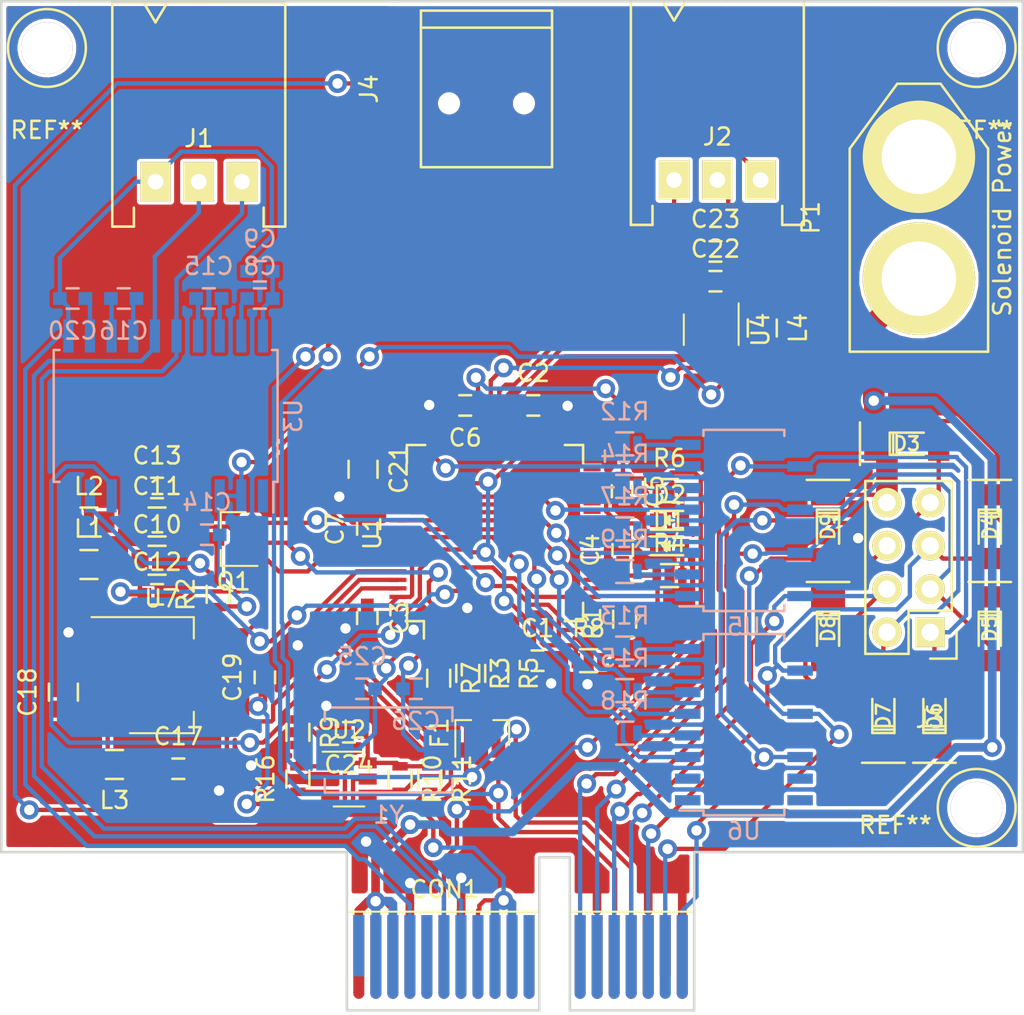
<source format=kicad_pcb>
(kicad_pcb (version 4) (host pcbnew 4.0.7)
  (title_block (title "Peripheral Bridge") (date 12-Dec-2017) (rev 2.0.0) (company Zeabus))
  (layers (0 F.Cu signal) (31 B.Cu signal) (34 B.Paste user) (35 F.Paste user) (36 B.SilkS user) (37 F.SilkS user) (38 B.Mask user) (39 F.Mask user) (44 Edge.Cuts user))
  (net 0 "")
  (net 1 +1V8)
  (net 2 GND)
  (net 3 +3V3)
  (net 4 "Net-(C8-Pad1)")
  (net 5 "Net-(C8-Pad2)")
  (net 6 232_GND)
  (net 7 "Net-(C10-Pad1)")
  (net 8 "Net-(C11-Pad1)")
  (net 9 VBUS)
  (net 10 "Net-(C15-Pad1)")
  (net 11 "Net-(C15-Pad2)")
  (net 12 "Net-(C16-Pad1)")
  (net 13 "Net-(C16-Pad2)")
  (net 14 +5Vin)
  (net 15 "Net-(C20-Pad2)")
  (net 16 Analog_In)
  (net 17 "Net-(C22-Pad2)")
  (net 18 "Net-(C23-Pad2)")
  (net 19 "Net-(C25-Pad1)")
  (net 20 "Net-(C26-Pad1)")
  (net 21 +12V)
  (net 22 "Net-(CON1-PadB5)")
  (net 23 "Net-(CON1-PadB9)")
  (net 24 "Net-(CON1-PadB10)")
  (net 25 "Net-(CON1-PadB11)")
  (net 26 D+)
  (net 27 D-)
  (net 28 "Net-(CON1-PadB17)")
  (net 29 "Net-(CON1-PadB12)")
  (net 30 "Net-(CON1-PadA5)")
  (net 31 Rx)
  (net 32 Tx)
  (net 33 "Net-(CON1-PadA8)")
  (net 34 "Net-(CON1-PadA11)")
  (net 35 Sol3)
  (net 36 Sol4)
  (net 37 Sol5)
  (net 38 Sol6)
  (net 39 Sol7)
  (net 40 Sol1)
  (net 41 Sol2)
  (net 42 "Net-(D1-Pad2)")
  (net 43 "Net-(D1-Pad1)")
  (net 44 "Net-(D2-Pad2)")
  (net 45 "Net-(D2-Pad1)")
  (net 46 "Net-(Q1-Pad2)")
  (net 47 "Net-(Q1-Pad3)")
  (net 48 "Net-(R3-Pad1)")
  (net 49 "Net-(R5-Pad1)")
  (net 50 "Net-(R7-Pad1)")
  (net 51 "Net-(R8-Pad1)")
  (net 52 "Net-(R16-Pad2)")
  (net 53 "Net-(R10-Pad2)")
  (net 54 "Net-(R11-Pad2)")
  (net 55 "Net-(R12-Pad1)")
  (net 56 "Net-(R13-Pad1)")
  (net 57 "Net-(R14-Pad1)")
  (net 58 "Net-(R15-Pad1)")
  (net 59 "Net-(R16-Pad1)")
  (net 60 "Net-(R17-Pad1)")
  (net 61 "Net-(R18-Pad1)")
  (net 62 "Net-(R19-Pad1)")
  (net 63 "Net-(U1-Pad17)")
  (net 64 "Net-(U1-Pad18)")
  (net 65 "Net-(U1-Pad19)")
  (net 66 "Net-(U1-Pad21)")
  (net 67 "Net-(U1-Pad22)")
  (net 68 "Net-(U1-Pad23)")
  (net 69 "Net-(U1-Pad24)")
  (net 70 "Net-(U1-Pad26)")
  (net 71 "Net-(U1-Pad27)")
  (net 72 "Net-(U1-Pad28)")
  (net 73 "Net-(U1-Pad32)")
  (net 74 "Net-(U1-Pad33)")
  (net 75 "Net-(U1-Pad34)")
  (net 76 "Net-(U1-Pad36)")
  (net 77 "Net-(U1-Pad38)")
  (net 78 "Net-(U1-Pad39)")
  (net 79 "Net-(U1-Pad40)")
  (net 80 "Net-(U1-Pad41)")
  (net 81 "Net-(U1-Pad43)")
  (net 82 "Net-(U1-Pad44)")
  (net 83 "Net-(U1-Pad45)")
  (net 84 "Net-(U1-Pad46)")
  (net 85 "Net-(U1-Pad59)")
  (net 86 "Net-(U1-Pad60)")
  (net 87 "Net-(U3-Pad1)")
  (net 88 "Net-(CON1-PadA1)")
  (net 89 "Net-(U1-Pad48)")
  (net 90 "Net-(U1-Pad52)")
  (net 91 "Net-(U1-Pad53)")
  (net 92 "Net-(U1-Pad54)")
  (net 93 "Net-(U1-Pad55)")
  (net 94 "Net-(U1-Pad57)")
  (net 95 "Net-(U1-Pad58)")
  (module Connectors:1pin (layer F.Cu) (at 177.292 117.3988)
    (fp_text reference REF** (at -4.7752 1.016) (layer F.SilkS))
    (fp_text value 1pin)
    (pad 1 thru_hole circle (at 0 0) (size 3.048 3.048) (drill 3.048) (layers *.Cu *.Mask))
  )
  (module Connectors:1pin (layer F.Cu) (at 177.292 72.7456)
    (fp_text reference REF** (at 0 4.826) (layer F.SilkS))
    (fp_text value 1pin)
    (pad 1 thru_hole circle (at 0 0) (size 3.048 3.048) (drill 3.048) (layers *.Cu *.Mask))
  )
  (module Housings_QFP:LQFP-64_10x10mm_Pitch0.5mm (layer F.Cu) (at 149 101.25 90)
    (fp_text reference U1 (at 0 -7.2 90) (layer F.SilkS))
    (fp_text value FT2232H)
    (pad 1 smd rect (at -5.7 -3.75 90) (size 1 0.25) (layers F.Cu F.Paste F.Mask) (net 2 GND))
    (pad 2 smd rect (at -5.7 -3.25 90) (size 1 0.25) (layers F.Cu F.Paste F.Mask) (net 19 "Net-(C25-Pad1)"))
    (pad 3 smd rect (at -5.7 -2.75 90) (size 1 0.25) (layers F.Cu F.Paste F.Mask) (net 20 "Net-(C26-Pad1)"))
    (pad 4 smd rect (at -5.7 -2.25 90) (size 1 0.25) (layers F.Cu F.Paste F.Mask) (net 8 "Net-(C11-Pad1)"))
    (pad 5 smd rect (at -5.7 -1.75 90) (size 1 0.25) (layers F.Cu F.Paste F.Mask) (net 2 GND))
    (pad 6 smd rect (at -5.7 -1.25 90) (size 1 0.25) (layers F.Cu F.Paste F.Mask) (net 50 "Net-(R7-Pad1)"))
    (pad 7 smd rect (at -5.7 -0.75 90) (size 1 0.25) (layers F.Cu F.Paste F.Mask) (net 48 "Net-(R3-Pad1)"))
    (pad 8 smd rect (at -5.7 -0.25 90) (size 1 0.25) (layers F.Cu F.Paste F.Mask) (net 49 "Net-(R5-Pad1)"))
    (pad 9 smd rect (at -5.7 0.25 90) (size 1 0.25) (layers F.Cu F.Paste F.Mask) (net 7 "Net-(C10-Pad1)"))
    (pad 10 smd rect (at -5.7 0.75 90) (size 1 0.25) (layers F.Cu F.Paste F.Mask) (net 2 GND))
    (pad 11 smd rect (at -5.7 1.25 90) (size 1 0.25) (layers F.Cu F.Paste F.Mask) (net 2 GND))
    (pad 12 smd rect (at -5.7 1.75 90) (size 1 0.25) (layers F.Cu F.Paste F.Mask) (net 1 +1V8))
    (pad 13 smd rect (at -5.7 2.25 90) (size 1 0.25) (layers F.Cu F.Paste F.Mask) (net 2 GND))
    (pad 14 smd rect (at -5.7 2.75 90) (size 1 0.25) (layers F.Cu F.Paste F.Mask) (net 51 "Net-(R8-Pad1)"))
    (pad 15 smd rect (at -5.7 3.25 90) (size 1 0.25) (layers F.Cu F.Paste F.Mask) (net 2 GND))
    (pad 16 smd rect (at -5.7 3.75 90) (size 1 0.25) (layers F.Cu F.Paste F.Mask) (net 46 "Net-(Q1-Pad2)"))
    (pad 17 smd rect (at -3.75 5.7 180) (size 1 0.25) (layers F.Cu F.Paste F.Mask) (net 63 "Net-(U1-Pad17)"))
    (pad 18 smd rect (at -3.25 5.7 180) (size 1 0.25) (layers F.Cu F.Paste F.Mask) (net 64 "Net-(U1-Pad18)"))
    (pad 19 smd rect (at -2.75 5.7 180) (size 1 0.25) (layers F.Cu F.Paste F.Mask) (net 65 "Net-(U1-Pad19)"))
    (pad 20 smd rect (at -2.25 5.7 180) (size 1 0.25) (layers F.Cu F.Paste F.Mask) (net 3 +3V3))
    (pad 21 smd rect (at -1.75 5.7 180) (size 1 0.25) (layers F.Cu F.Paste F.Mask) (net 66 "Net-(U1-Pad21)"))
    (pad 22 smd rect (at -1.25 5.7 180) (size 1 0.25) (layers F.Cu F.Paste F.Mask) (net 67 "Net-(U1-Pad22)"))
    (pad 23 smd rect (at -0.75 5.7 180) (size 1 0.25) (layers F.Cu F.Paste F.Mask) (net 68 "Net-(U1-Pad23)"))
    (pad 24 smd rect (at -0.25 5.7 180) (size 1 0.25) (layers F.Cu F.Paste F.Mask) (net 69 "Net-(U1-Pad24)"))
    (pad 25 smd rect (at 0.25 5.7 180) (size 1 0.25) (layers F.Cu F.Paste F.Mask) (net 2 GND))
    (pad 26 smd rect (at 0.75 5.7 180) (size 1 0.25) (layers F.Cu F.Paste F.Mask) (net 70 "Net-(U1-Pad26)"))
    (pad 27 smd rect (at 1.25 5.7 180) (size 1 0.25) (layers F.Cu F.Paste F.Mask) (net 71 "Net-(U1-Pad27)"))
    (pad 28 smd rect (at 1.75 5.7 180) (size 1 0.25) (layers F.Cu F.Paste F.Mask) (net 72 "Net-(U1-Pad28)"))
    (pad 29 smd rect (at 2.25 5.7 180) (size 1 0.25) (layers F.Cu F.Paste F.Mask) (net 43 "Net-(D1-Pad1)"))
    (pad 30 smd rect (at 2.75 5.7 180) (size 1 0.25) (layers F.Cu F.Paste F.Mask) (net 45 "Net-(D2-Pad1)"))
    (pad 31 smd rect (at 3.25 5.7 180) (size 1 0.25) (layers F.Cu F.Paste F.Mask) (net 3 +3V3))
    (pad 32 smd rect (at 3.75 5.7 180) (size 1 0.25) (layers F.Cu F.Paste F.Mask) (net 73 "Net-(U1-Pad32)"))
    (pad 33 smd rect (at 5.7 3.75 90) (size 1 0.25) (layers F.Cu F.Paste F.Mask) (net 74 "Net-(U1-Pad33)"))
    (pad 34 smd rect (at 5.7 3.25 90) (size 1 0.25) (layers F.Cu F.Paste F.Mask) (net 75 "Net-(U1-Pad34)"))
    (pad 35 smd rect (at 5.7 2.75 90) (size 1 0.25) (layers F.Cu F.Paste F.Mask) (net 2 GND))
    (pad 36 smd rect (at 5.7 2.25 90) (size 1 0.25) (layers F.Cu F.Paste F.Mask) (net 76 "Net-(U1-Pad36)"))
    (pad 37 smd rect (at 5.7 1.75 90) (size 1 0.25) (layers F.Cu F.Paste F.Mask) (net 1 +1V8))
    (pad 38 smd rect (at 5.7 1.25 90) (size 1 0.25) (layers F.Cu F.Paste F.Mask) (net 77 "Net-(U1-Pad38)"))
    (pad 39 smd rect (at 5.7 0.75 90) (size 1 0.25) (layers F.Cu F.Paste F.Mask) (net 78 "Net-(U1-Pad39)"))
    (pad 40 smd rect (at 5.7 0.25 90) (size 1 0.25) (layers F.Cu F.Paste F.Mask) (net 79 "Net-(U1-Pad40)"))
    (pad 41 smd rect (at 5.7 -0.25 90) (size 1 0.25) (layers F.Cu F.Paste F.Mask) (net 80 "Net-(U1-Pad41)"))
    (pad 42 smd rect (at 5.7 -0.75 90) (size 1 0.25) (layers F.Cu F.Paste F.Mask) (net 3 +3V3))
    (pad 43 smd rect (at 5.7 -1.25 90) (size 1 0.25) (layers F.Cu F.Paste F.Mask) (net 81 "Net-(U1-Pad43)"))
    (pad 44 smd rect (at 5.7 -1.75 90) (size 1 0.25) (layers F.Cu F.Paste F.Mask) (net 82 "Net-(U1-Pad44)"))
    (pad 45 smd rect (at 5.7 -2.25 90) (size 1 0.25) (layers F.Cu F.Paste F.Mask) (net 83 "Net-(U1-Pad45)"))
    (pad 46 smd rect (at 5.7 -2.75 90) (size 1 0.25) (layers F.Cu F.Paste F.Mask) (net 84 "Net-(U1-Pad46)"))
    (pad 47 smd rect (at 5.7 -3.25 90) (size 1 0.25) (layers F.Cu F.Paste F.Mask) (net 2 GND))
    (pad 48 smd rect (at 5.7 -3.75 90) (size 1 0.25) (layers F.Cu F.Paste F.Mask) (net 89 "Net-(U1-Pad48)"))
    (pad 49 smd rect (at 3.75 -5.7 180) (size 1 0.25) (layers F.Cu F.Paste F.Mask) (net 1 +1V8))
    (pad 50 smd rect (at 3.25 -5.7 180) (size 1 0.25) (layers F.Cu F.Paste F.Mask) (net 3 +3V3))
    (pad 51 smd rect (at 2.75 -5.7 180) (size 1 0.25) (layers F.Cu F.Paste F.Mask) (net 2 GND))
    (pad 52 smd rect (at 2.25 -5.7 180) (size 1 0.25) (layers F.Cu F.Paste F.Mask) (net 90 "Net-(U1-Pad52)"))
    (pad 53 smd rect (at 1.75 -5.7 180) (size 1 0.25) (layers F.Cu F.Paste F.Mask) (net 91 "Net-(U1-Pad53)"))
    (pad 54 smd rect (at 1.25 -5.7 180) (size 1 0.25) (layers F.Cu F.Paste F.Mask) (net 92 "Net-(U1-Pad54)"))
    (pad 55 smd rect (at 0.75 -5.7 180) (size 1 0.25) (layers F.Cu F.Paste F.Mask) (net 93 "Net-(U1-Pad55)"))
    (pad 56 smd rect (at 0.25 -5.7 180) (size 1 0.25) (layers F.Cu F.Paste F.Mask) (net 3 +3V3))
    (pad 57 smd rect (at -0.25 -5.7 180) (size 1 0.25) (layers F.Cu F.Paste F.Mask) (net 94 "Net-(U1-Pad57)"))
    (pad 58 smd rect (at -0.75 -5.7 180) (size 1 0.25) (layers F.Cu F.Paste F.Mask) (net 95 "Net-(U1-Pad58)"))
    (pad 59 smd rect (at -1.25 -5.7 180) (size 1 0.25) (layers F.Cu F.Paste F.Mask) (net 85 "Net-(U1-Pad59)"))
    (pad 60 smd rect (at -1.75 -5.7 180) (size 1 0.25) (layers F.Cu F.Paste F.Mask) (net 86 "Net-(U1-Pad60)"))
    (pad 61 smd rect (at -2.25 -5.7 180) (size 1 0.25) (layers F.Cu F.Paste F.Mask) (net 59 "Net-(R16-Pad1)"))
    (pad 62 smd rect (at -2.75 -5.7 180) (size 1 0.25) (layers F.Cu F.Paste F.Mask) (net 53 "Net-(R10-Pad2)"))
    (pad 63 smd rect (at -3.25 -5.7 180) (size 1 0.25) (layers F.Cu F.Paste F.Mask) (net 54 "Net-(R11-Pad2)"))
    (pad 64 smd rect (at -3.75 -5.7 180) (size 1 0.25) (layers F.Cu F.Paste F.Mask) (net 1 +1V8))
  )
  (module Capacitors_SMD:C_0603 (layer F.Cu) (at 151.5 108.75)
    (fp_text reference C1 (at 0 -1.9) (layer F.SilkS))
    (fp_text value 100nF)
    (pad 1 smd rect (at -0.75 0) (size 0.8 0.75) (layers F.Cu F.Paste F.Mask) (net 1 +1V8))
    (pad 2 smd rect (at 0.75 0) (size 0.8 0.75) (layers F.Cu F.Paste F.Mask) (net 2 GND))
  )
  (module Capacitors_SMD:C_0603 (layer F.Cu) (at 151.25 93.75)
    (fp_text reference C2 (at 0 -1.9) (layer F.SilkS))
    (fp_text value 100nF)
    (pad 1 smd rect (at -0.75 0) (size 0.8 0.75) (layers F.Cu F.Paste F.Mask) (net 1 +1V8))
    (pad 2 smd rect (at 0.75 0) (size 0.8 0.75) (layers F.Cu F.Paste F.Mask) (net 2 GND))
  )
  (module Capacitors_SMD:C_0603 (layer F.Cu) (at 141.5 106.25 270)
    (fp_text reference C3 (at 0 -1.9 270) (layer F.SilkS))
    (fp_text value 100nF)
    (pad 1 smd rect (at -0.75 0 270) (size 0.8 0.75) (layers F.Cu F.Paste F.Mask) (net 1 +1V8))
    (pad 2 smd rect (at 0.75 0 270) (size 0.8 0.75) (layers F.Cu F.Paste F.Mask) (net 2 GND))
  )
  (module Capacitors_SMD:C_0603 (layer F.Cu) (at 156.5 102.25 90)
    (fp_text reference C4 (at 0 -1.9 90) (layer F.SilkS))
    (fp_text value 100nF)
    (pad 1 smd rect (at -0.75 0 90) (size 0.8 0.75) (layers F.Cu F.Paste F.Mask) (net 3 +3V3))
    (pad 2 smd rect (at 0.75 0 90) (size 0.8 0.75) (layers F.Cu F.Paste F.Mask) (net 2 GND))
  )
  (module Capacitors_SMD:C_0603 (layer F.Cu) (at 156.464 98.794 270)
    (fp_text reference C5 (at 0 -1.9 270) (layer F.SilkS))
    (fp_text value 100nF)
    (pad 1 smd rect (at -0.75 0 270) (size 0.8 0.75) (layers F.Cu F.Paste F.Mask) (net 3 +3V3))
    (pad 2 smd rect (at 0.75 0 270) (size 0.8 0.75) (layers F.Cu F.Paste F.Mask) (net 2 GND))
  )
  (module Capacitors_SMD:C_0603 (layer F.Cu) (at 147.25 93.75 180)
    (fp_text reference C6 (at 0 -1.9 180) (layer F.SilkS))
    (fp_text value 100nF)
    (pad 1 smd rect (at -0.75 0 180) (size 0.8 0.75) (layers F.Cu F.Paste F.Mask) (net 3 +3V3))
    (pad 2 smd rect (at 0.75 0 180) (size 0.8 0.75) (layers F.Cu F.Paste F.Mask) (net 2 GND))
  )
  (module Capacitors_SMD:C_0603 (layer F.Cu) (at 141.5 101 90)
    (fp_text reference C7 (at 0 -1.9 90) (layer F.SilkS))
    (fp_text value 100nF)
    (pad 1 smd rect (at -0.75 0 90) (size 0.8 0.75) (layers F.Cu F.Paste F.Mask) (net 3 +3V3))
    (pad 2 smd rect (at 0.75 0 90) (size 0.8 0.75) (layers F.Cu F.Paste F.Mask) (net 2 GND))
  )
  (module Capacitors_SMD:C_0603 (layer B.Cu) (at 135.19 87.466 180)
    (fp_text reference C8 (at 0 1.9 180) (layer B.SilkS) (effects (justify mirror)))
    (fp_text value 100nF)
    (pad 1 smd rect (at -0.75 0 180) (size 0.8 0.75) (layers B.Cu B.Paste B.Mask) (net 4 "Net-(C8-Pad1)"))
    (pad 2 smd rect (at 0.75 0 180) (size 0.8 0.75) (layers B.Cu B.Paste B.Mask) (net 5 "Net-(C8-Pad2)"))
  )
  (module Capacitors_SMD:C_0603 (layer B.Cu) (at 135.19 85.866 180)
    (fp_text reference C9 (at 0 1.9 180) (layer B.SilkS) (effects (justify mirror)))
    (fp_text value 100nF)
    (pad 1 smd rect (at -0.75 0 180) (size 0.8 0.75) (layers B.Cu B.Paste B.Mask) (net 4 "Net-(C8-Pad1)"))
    (pad 2 smd rect (at 0.75 0 180) (size 0.8 0.75) (layers B.Cu B.Paste B.Mask) (net 6 232_GND))
  )
  (module Capacitors_SMD:C_0805 (layer F.Cu) (at 129.15 102.85)
    (fp_text reference C10 (at 0 -2.1) (layer F.SilkS))
    (fp_text value 4.7uF)
    (pad 1 smd rect (at -1 0) (size 1 1.25) (layers F.Cu F.Paste F.Mask) (net 7 "Net-(C10-Pad1)"))
    (pad 2 smd rect (at 1 0) (size 1 1.25) (layers F.Cu F.Paste F.Mask) (net 2 GND))
  )
  (module Capacitors_SMD:C_0805 (layer F.Cu) (at 129.15 100.6)
    (fp_text reference C11 (at 0 -2.1) (layer F.SilkS))
    (fp_text value 4.7uF)
    (pad 1 smd rect (at -1 0) (size 1 1.25) (layers F.Cu F.Paste F.Mask) (net 8 "Net-(C11-Pad1)"))
    (pad 2 smd rect (at 1 0) (size 1 1.25) (layers F.Cu F.Paste F.Mask) (net 2 GND))
  )
  (module Capacitors_SMD:C_0603 (layer F.Cu) (at 129.15 104.85)
    (fp_text reference C12 (at 0 -1.9) (layer F.SilkS))
    (fp_text value 100nF)
    (pad 1 smd rect (at -0.75 0) (size 0.8 0.75) (layers F.Cu F.Paste F.Mask) (net 7 "Net-(C10-Pad1)"))
    (pad 2 smd rect (at 0.75 0) (size 0.8 0.75) (layers F.Cu F.Paste F.Mask) (net 2 GND))
  )
  (module Capacitors_SMD:C_0603 (layer F.Cu) (at 129.15 98.6)
    (fp_text reference C13 (at 0 -1.9) (layer F.SilkS))
    (fp_text value 100nF)
    (pad 1 smd rect (at -0.75 0) (size 0.8 0.75) (layers F.Cu F.Paste F.Mask) (net 8 "Net-(C11-Pad1)"))
    (pad 2 smd rect (at 0.75 0) (size 0.8 0.75) (layers F.Cu F.Paste F.Mask) (net 2 GND))
  )
  (module Capacitors_SMD:C_0603 (layer B.Cu) (at 132.08 101.346 180)
    (fp_text reference C14 (at 0 1.9 180) (layer B.SilkS) (effects (justify mirror)))
    (fp_text value 100nF)
    (pad 1 smd rect (at -0.75 0 180) (size 0.8 0.75) (layers B.Cu B.Paste B.Mask) (net 9 VBUS))
    (pad 2 smd rect (at 0.75 0 180) (size 0.8 0.75) (layers B.Cu B.Paste B.Mask) (net 2 GND))
  )
  (module Capacitors_SMD:C_0603 (layer B.Cu) (at 132.19 87.466 180)
    (fp_text reference C15 (at 0 1.9 180) (layer B.SilkS) (effects (justify mirror)))
    (fp_text value 100nF)
    (pad 1 smd rect (at -0.75 0 180) (size 0.8 0.75) (layers B.Cu B.Paste B.Mask) (net 10 "Net-(C15-Pad1)"))
    (pad 2 smd rect (at 0.75 0 180) (size 0.8 0.75) (layers B.Cu B.Paste B.Mask) (net 11 "Net-(C15-Pad2)"))
  )
  (module Capacitors_SMD:C_0603 (layer B.Cu) (at 127.19 87.466)
    (fp_text reference C16 (at 0 1.9) (layer B.SilkS) (effects (justify mirror)))
    (fp_text value 100nF)
    (pad 1 smd rect (at -0.75 0) (size 0.8 0.75) (layers B.Cu B.Paste B.Mask) (net 12 "Net-(C16-Pad1)"))
    (pad 2 smd rect (at 0.75 0) (size 0.8 0.75) (layers B.Cu B.Paste B.Mask) (net 13 "Net-(C16-Pad2)"))
  )
  (module Capacitors_SMD:C_0603 (layer F.Cu) (at 130.4 115.1)
    (fp_text reference C17 (at 0 -1.9) (layer F.SilkS))
    (fp_text value 100nF)
    (pad 1 smd rect (at -0.75 0) (size 0.8 0.75) (layers F.Cu F.Paste F.Mask) (net 14 +5Vin))
    (pad 2 smd rect (at 0.75 0) (size 0.8 0.75) (layers F.Cu F.Paste F.Mask) (net 2 GND))
  )
  (module Capacitors_SMD:C_0805 (layer F.Cu) (at 123.65 110.6 90)
    (fp_text reference C18 (at 0 -2.1 90) (layer F.SilkS))
    (fp_text value 4.7uF)
    (pad 1 smd rect (at -1 0 90) (size 1 1.25) (layers F.Cu F.Paste F.Mask) (net 9 VBUS))
    (pad 2 smd rect (at 1 0 90) (size 1 1.25) (layers F.Cu F.Paste F.Mask) (net 2 GND))
  )
  (module Capacitors_SMD:C_0603 (layer F.Cu) (at 135.4836 109.728 90)
    (fp_text reference C19 (at 0 -1.9 90) (layer F.SilkS))
    (fp_text value 100nF)
    (pad 1 smd rect (at -0.75 0 90) (size 0.8 0.75) (layers F.Cu F.Paste F.Mask) (net 3 +3V3))
    (pad 2 smd rect (at 0.75 0 90) (size 0.8 0.75) (layers F.Cu F.Paste F.Mask) (net 2 GND))
  )
  (module Capacitors_SMD:C_0603 (layer B.Cu) (at 124.19 87.466)
    (fp_text reference C20 (at 0 1.9) (layer B.SilkS) (effects (justify mirror)))
    (fp_text value 100nF)
    (pad 1 smd rect (at -0.75 0) (size 0.8 0.75) (layers B.Cu B.Paste B.Mask) (net 6 232_GND))
    (pad 2 smd rect (at 0.75 0) (size 0.8 0.75) (layers B.Cu B.Paste B.Mask) (net 15 "Net-(C20-Pad2)"))
  )
  (module Capacitors_SMD:C_0805 (layer F.Cu) (at 141.25 97.5 270)
    (fp_text reference C21 (at 0 -2.1 270) (layer F.SilkS))
    (fp_text value 3.3uF)
    (pad 1 smd rect (at -1 0 270) (size 1 1.25) (layers F.Cu F.Paste F.Mask) (net 1 +1V8))
    (pad 2 smd rect (at 1 0 270) (size 1 1.25) (layers F.Cu F.Paste F.Mask) (net 2 GND))
  )
  (module Capacitors_SMD:C_0603 (layer F.Cu) (at 161.95 86.45)
    (fp_text reference C22 (at 0 -1.9) (layer F.SilkS))
    (fp_text value 100nF)
    (pad 1 smd rect (at -0.75 0) (size 0.8 0.75) (layers F.Cu F.Paste F.Mask) (net 16 Analog_In))
    (pad 2 smd rect (at 0.75 0) (size 0.8 0.75) (layers F.Cu F.Paste F.Mask) (net 17 "Net-(C22-Pad2)"))
  )
  (module Capacitors_SMD:C_0603 (layer F.Cu) (at 161.95 84.7)
    (fp_text reference C23 (at 0 -1.9) (layer F.SilkS))
    (fp_text value 100nF)
    (pad 1 smd rect (at -0.75 0) (size 0.8 0.75) (layers F.Cu F.Paste F.Mask) (net 17 "Net-(C22-Pad2)"))
    (pad 2 smd rect (at 0.75 0) (size 0.8 0.75) (layers F.Cu F.Paste F.Mask) (net 18 "Net-(C23-Pad2)"))
  )
  (module Capacitors_SMD:C_0603 (layer F.Cu) (at 140.422 112.9568 180)
    (fp_text reference C24 (at 0 -1.9 180) (layer F.SilkS))
    (fp_text value 100nF)
    (pad 1 smd rect (at -0.75 0 180) (size 0.8 0.75) (layers F.Cu F.Paste F.Mask) (net 3 +3V3))
    (pad 2 smd rect (at 0.75 0 180) (size 0.8 0.75) (layers F.Cu F.Paste F.Mask) (net 2 GND))
  )
  (module Capacitors_SMD:C_0603 (layer B.Cu) (at 141.2 110.4 180)
    (fp_text reference C25 (at 0 1.9 180) (layer B.SilkS) (effects (justify mirror)))
    (fp_text value 27pF)
    (pad 1 smd rect (at -0.75 0 180) (size 0.8 0.75) (layers B.Cu B.Paste B.Mask) (net 19 "Net-(C25-Pad1)"))
    (pad 2 smd rect (at 0.75 0 180) (size 0.8 0.75) (layers B.Cu B.Paste B.Mask) (net 2 GND))
  )
  (module Capacitors_SMD:C_0603 (layer B.Cu) (at 144.35 110.4)
    (fp_text reference C26 (at 0 1.9) (layer B.SilkS) (effects (justify mirror)))
    (fp_text value 27pF)
    (pad 1 smd rect (at -0.75 0) (size 0.8 0.75) (layers B.Cu B.Paste B.Mask) (net 20 "Net-(C26-Pad1)"))
    (pad 2 smd rect (at 0.75 0) (size 0.8 0.75) (layers B.Cu B.Paste B.Mask) (net 2 GND))
  )
  (module Zeabus:pcie-x1-edge (layer F.Cu) (at 141 125.5)
    (fp_text reference CON1 (at 5.05 -3.31) (layer F.SilkS))
    (fp_text value Conn-Edge-PCIE-x1)
    (pad "" connect circle (at 19 2.8) (size 0.65 0.65) (layers F.Cu F.Mask))
    (pad B1 connect rect (at 0 0.5) (size 0.65 4.6) (layers F.Cu F.Mask) (net 21 +12V))
    (pad B2 connect rect (at 1 0.5) (size 0.65 4.6) (layers F.Cu F.Mask) (net 21 +12V))
    (pad B3 connect rect (at 2 0.5) (size 0.65 4.6) (layers F.Cu F.Mask) (net 21 +12V))
    (pad B4 connect rect (at 3 0.5) (size 0.65 4.6) (layers F.Cu F.Mask) (net 2 GND))
    (pad B5 connect rect (at 4 0.5) (size 0.65 4.6) (layers F.Cu F.Mask) (net 22 "Net-(CON1-PadB5)"))
    (pad B6 connect rect (at 5 0.5) (size 0.65 4.6) (layers F.Cu F.Mask) (net 16 Analog_In))
    (pad B7 connect rect (at 6 0.5) (size 0.65 4.6) (layers F.Cu F.Mask) (net 2 GND))
    (pad B8 connect rect (at 7 0.5) (size 0.65 4.6) (layers F.Cu F.Mask) (net 14 +5Vin))
    (pad B9 connect rect (at 8 0.5) (size 0.65 4.6) (layers F.Cu F.Mask) (net 23 "Net-(CON1-PadB9)"))
    (pad B10 connect rect (at 9 0.5) (size 0.65 4.6) (layers F.Cu F.Mask) (net 24 "Net-(CON1-PadB10)"))
    (pad B11 connect rect (at 10 0.5) (size 0.65 4.6) (layers F.Cu F.Mask) (net 25 "Net-(CON1-PadB11)"))
    (pad B14 connect rect (at 15 0.5) (size 0.65 4.6) (layers F.Cu F.Mask) (net 26 D+))
    (pad B15 connect rect (at 16 0.5) (size 0.65 4.6) (layers F.Cu F.Mask) (net 27 D-))
    (pad B16 connect rect (at 17 0.5) (size 0.65 4.6) (layers F.Cu F.Mask) (net 2 GND))
    (pad B17 connect rect (at 18 0) (size 0.65 3.6) (layers F.Cu F.Mask) (net 28 "Net-(CON1-PadB17)"))
    (pad B18 connect rect (at 19 0.5) (size 0.65 4.6) (layers F.Cu F.Mask) (net 2 GND))
    (pad B12 connect rect (at 13 0.5) (size 0.65 4.6) (layers F.Cu F.Mask) (net 29 "Net-(CON1-PadB12)"))
    (pad B13 connect rect (at 14 0.5) (size 0.65 4.6) (layers F.Cu F.Mask) (net 2 GND))
    (pad A1 connect rect (at 0 0) (size 0.65 3.6) (layers B.Cu B.Mask) (net 88 "Net-(CON1-PadA1)"))
    (pad A2 connect rect (at 1 0.5) (size 0.65 4.6) (layers B.Cu B.Mask) (net 21 +12V))
    (pad A3 connect rect (at 2 0.5) (size 0.65 4.6) (layers B.Cu B.Mask) (net 21 +12V))
    (pad A4 connect rect (at 3 0.5) (size 0.65 4.6) (layers B.Cu B.Mask) (net 6 232_GND))
    (pad A5 connect rect (at 4 0.5) (size 0.65 4.6) (layers B.Cu B.Mask) (net 30 "Net-(CON1-PadA5)"))
    (pad A6 connect rect (at 5 0.5) (size 0.65 4.6) (layers B.Cu B.Mask) (net 31 Rx))
    (pad A7 connect rect (at 6 0.5) (size 0.65 4.6) (layers B.Cu B.Mask) (net 32 Tx))
    (pad A8 connect rect (at 7 0.5) (size 0.65 4.6) (layers B.Cu B.Mask) (net 33 "Net-(CON1-PadA8)"))
    (pad A9 connect rect (at 8 0.5) (size 0.65 4.6) (layers B.Cu B.Mask) (net 14 +5Vin))
    (pad A10 connect rect (at 9 0.5) (size 0.65 4.6) (layers B.Cu B.Mask) (net 14 +5Vin))
    (pad A11 connect rect (at 10 0.5) (size 0.65 4.6) (layers B.Cu B.Mask) (net 34 "Net-(CON1-PadA11)"))
    (pad A14 connect rect (at 15 0.5) (size 0.65 4.6) (layers B.Cu B.Mask) (net 35 Sol3))
    (pad A15 connect rect (at 16 0.5) (size 0.65 4.6) (layers B.Cu B.Mask) (net 36 Sol4))
    (pad A16 connect rect (at 17 0.5) (size 0.65 4.6) (layers B.Cu B.Mask) (net 37 Sol5))
    (pad A17 connect rect (at 18 0.5) (size 0.65 4.6) (layers B.Cu B.Mask) (net 38 Sol6))
    (pad A18 connect rect (at 19 0.5) (size 0.65 4.6) (layers B.Cu B.Mask) (net 39 Sol7))
    (pad A12 connect rect (at 13 0.5) (size 0.65 4.6) (layers B.Cu B.Mask) (net 40 Sol1))
    (pad A13 connect rect (at 14 0.5) (size 0.65 4.6) (layers B.Cu B.Mask) (net 41 Sol2))
    (pad "" connect circle (at 2 2.8) (size 0.65 0.65) (layers F.Cu F.Mask))
    (pad "" connect circle (at 3 2.8) (size 0.65 0.65) (layers F.Cu F.Mask))
    (pad "" connect circle (at 4 2.8) (size 0.65 0.65) (layers F.Cu F.Mask))
    (pad "" connect circle (at 5 2.8) (size 0.65 0.65) (layers F.Cu F.Mask))
    (pad "" connect circle (at 6 2.8) (size 0.65 0.65) (layers F.Cu F.Mask))
    (pad "" connect circle (at 7 2.8) (size 0.65 0.65) (layers F.Cu F.Mask))
    (pad "" connect circle (at 8 2.8) (size 0.65 0.65) (layers F.Cu F.Mask))
    (pad "" connect circle (at 9 2.8) (size 0.65 0.65) (layers F.Cu F.Mask))
    (pad "" connect circle (at 10 2.8) (size 0.65 0.65) (layers F.Cu F.Mask))
    (pad "" connect circle (at 0 2.8) (size 0.65 0.65) (layers F.Cu F.Mask))
    (pad "" connect circle (at 13 2.8) (size 0.65 0.65) (layers F.Cu F.Mask))
    (pad "" connect circle (at 14 2.8) (size 0.65 0.65) (layers F.Cu F.Mask))
    (pad "" connect circle (at 15 2.8) (size 0.65 0.65) (layers F.Cu F.Mask))
    (pad "" connect circle (at 16 2.8) (size 0.65 0.65) (layers F.Cu F.Mask))
    (pad "" connect circle (at 17 2.8) (size 0.65 0.65) (layers F.Cu F.Mask))
    (pad "" connect circle (at 1 2.8) (size 0.65 0.65) (layers F.Cu F.Mask))
    (pad "" connect oval (at 3 2.8 90) (size 0.65 0.65) (layers B.Cu B.Mask))
    (pad "" connect oval (at 4 2.8 90) (size 0.65 0.65) (layers B.Cu B.Mask))
    (pad "" connect oval (at 5 2.8 90) (size 0.65 0.65) (layers B.Cu B.Mask))
    (pad "" connect oval (at 6 2.8 90) (size 0.65 0.65) (layers B.Cu B.Mask))
    (pad "" connect oval (at 7 2.8 90) (size 0.65 0.65) (layers B.Cu B.Mask))
    (pad "" connect oval (at 8 2.8 90) (size 0.65 0.65) (layers B.Cu B.Mask))
    (pad "" connect oval (at 9 2.8 90) (size 0.65 0.65) (layers B.Cu B.Mask))
    (pad "" connect oval (at 15 2.8 90) (size 0.65 0.65) (layers B.Cu B.Mask))
    (pad "" connect oval (at 16 2.8 90) (size 0.65 0.65) (layers B.Cu B.Mask))
    (pad "" connect oval (at 2 2.8 90) (size 0.65 0.65) (layers B.Cu B.Mask))
    (pad "" connect oval (at 14 2.8 90) (size 0.65 0.65) (layers B.Cu B.Mask))
    (pad "" connect oval (at 17 2.8 90) (size 0.65 0.65) (layers B.Cu B.Mask))
    (pad "" connect oval (at 10 2.8 90) (size 0.65 0.65) (layers B.Cu B.Mask))
    (pad "" connect oval (at 13 2.8 90) (size 0.65 0.65) (layers B.Cu B.Mask))
    (pad "" connect oval (at 18 2.8 90) (size 0.65 0.65) (layers B.Cu B.Mask))
    (pad "" connect oval (at 19 2.8 90) (size 0.65 0.65) (layers B.Cu B.Mask))
    (pad "" connect oval (at 1 2.8 90) (size 0.65 0.65) (layers B.Cu B.Mask))
  )
  (module LEDs:LED_0603 (layer F.Cu) (at 159.25 102)
    (fp_text reference D1 (at 0 -1.5) (layer F.SilkS))
    (fp_text value RX_LED)
    (pad 2 smd rect (at 0.7493 0 180) (size 0.79756 0.79756) (layers F.Cu F.Paste F.Mask) (net 42 "Net-(D1-Pad2)"))
    (pad 1 smd rect (at -0.7493 0 180) (size 0.79756 0.79756) (layers F.Cu F.Paste F.Mask) (net 43 "Net-(D1-Pad1)"))
  )
  (module LEDs:LED_0603 (layer F.Cu) (at 159.2507 100.5)
    (fp_text reference D2 (at 0 -1.5) (layer F.SilkS))
    (fp_text value TX_LED)
    (pad 2 smd rect (at 0.7493 0 180) (size 0.79756 0.79756) (layers F.Cu F.Paste F.Mask) (net 44 "Net-(D2-Pad2)"))
    (pad 1 smd rect (at -0.7493 0 180) (size 0.79756 0.79756) (layers F.Cu F.Paste F.Mask) (net 45 "Net-(D2-Pad1)"))
  )
  (module Zeabus:SOD-80 (layer F.Cu) (at 173.187 96)
    (fp_text reference D3 (at 0 0) (layer F.SilkS) (effects (font (size 0.8 0.8))))
    (fp_text value FDLL4148)
    (pad 1 smd rect (at -1.875 0) (size 1.25 2) (layers F.Cu F.Paste F.Mask) (net 21 +12V))
    (pad 2 smd rect (at 1.875 0) (size 1.25 2) (layers F.Cu F.Paste F.Mask) (net 39 Sol7))
  )
  (module Zeabus:SOD-80 (layer F.Cu) (at 178.062 100.875 270)
    (fp_text reference D4 (at 0 0 270) (layer F.SilkS) (effects (font (size 0.8 0.8))))
    (fp_text value FDLL4148)
    (pad 1 smd rect (at -1.875 0 270) (size 1.25 2) (layers F.Cu F.Paste F.Mask) (net 21 +12V))
    (pad 2 smd rect (at 1.875 0 270) (size 1.25 2) (layers F.Cu F.Paste F.Mask) (net 37 Sol5))
  )
  (module Zeabus:SOD-80 (layer F.Cu) (at 178.062 106.875 270)
    (fp_text reference D5 (at 0 0 270) (layer F.SilkS) (effects (font (size 0.8 0.8))))
    (fp_text value FDLL4148)
    (pad 1 smd rect (at -1.875 0 270) (size 1.25 2) (layers F.Cu F.Paste F.Mask) (net 21 +12V))
    (pad 2 smd rect (at 1.875 0 270) (size 1.25 2) (layers F.Cu F.Paste F.Mask) (net 35 Sol3))
  )
  (module Zeabus:SOD-80 (layer F.Cu) (at 174.812 112 90)
    (fp_text reference D6 (at 0 0 90) (layer F.SilkS) (effects (font (size 0.8 0.8))))
    (fp_text value FDLL4148)
    (pad 1 smd rect (at -1.875 0 90) (size 1.25 2) (layers F.Cu F.Paste F.Mask) (net 21 +12V))
    (pad 2 smd rect (at 1.875 0 90) (size 1.25 2) (layers F.Cu F.Paste F.Mask) (net 40 Sol1))
  )
  (module Zeabus:SOD-80 (layer F.Cu) (at 171.812 112 90)
    (fp_text reference D7 (at 0 0 90) (layer F.SilkS) (effects (font (size 0.8 0.8))))
    (fp_text value FDLL4148)
    (pad 1 smd rect (at -1.875 0 90) (size 1.25 2) (layers F.Cu F.Paste F.Mask) (net 21 +12V))
    (pad 2 smd rect (at 1.875 0 90) (size 1.25 2) (layers F.Cu F.Paste F.Mask) (net 41 Sol2))
  )
  (module Zeabus:SOD-80 (layer F.Cu) (at 168.562 106.875 270)
    (fp_text reference D8 (at 0 0 270) (layer F.SilkS) (effects (font (size 0.8 0.8))))
    (fp_text value FDLL4148)
    (pad 1 smd rect (at -1.875 0 270) (size 1.25 2) (layers F.Cu F.Paste F.Mask) (net 21 +12V))
    (pad 2 smd rect (at 1.875 0 270) (size 1.25 2) (layers F.Cu F.Paste F.Mask) (net 36 Sol4))
  )
  (module Zeabus:SOD-80 (layer F.Cu) (at 168.562 100.875 270)
    (fp_text reference D9 (at 0 0 270) (layer F.SilkS) (effects (font (size 0.8 0.8))))
    (fp_text value FDLL4148)
    (pad 1 smd rect (at -1.875 0 270) (size 1.25 2) (layers F.Cu F.Paste F.Mask) (net 21 +12V))
    (pad 2 smd rect (at 1.875 0 270) (size 1.25 2) (layers F.Cu F.Paste F.Mask) (net 38 Sol6))
  )
  (module TO_SOT_Packages_SMD:SOT-23 (layer F.Cu) (at 148.25 113 90)
    (fp_text reference F1 (at 0 -2.5 90) (layer F.SilkS))
    (fp_text value PGB102ST23)
    (pad 1 smd rect (at -1 -0.95 90) (size 0.9 0.8) (layers F.Cu F.Paste F.Mask) (net 27 D-))
    (pad 2 smd rect (at -1 0.95 90) (size 0.9 0.8) (layers F.Cu F.Paste F.Mask) (net 26 D+))
    (pad 3 smd rect (at 1 0 90) (size 0.9 0.8) (layers F.Cu F.Paste F.Mask) (net 2 GND))
  )
  (module Zeabus:90136-2013 (layer F.Cu) (at 131.6 80.6)
    (fp_text reference J1 (at 0 -2.54) (layer F.SilkS))
    (fp_text value "To DVL" hide)
    (pad 3 thru_hole rect (at 2.54 0) (size 1.778 2.286) (drill 0.9144) (layers *.Cu *.Mask F.SilkS) (net 32 Tx))
    (pad 2 thru_hole rect (at 0 0) (size 1.778 2.286) (drill 0.9144) (layers *.Cu *.Mask F.SilkS) (net 31 Rx))
    (pad 1 thru_hole rect (at -2.54 0) (size 1.778 2.286) (drill 0.9144) (layers *.Cu *.Mask F.SilkS) (net 6 232_GND))
  )
  (module Zeabus:90136-2013 (layer F.Cu) (at 162.06 80.5)
    (fp_text reference J2 (at 0 -2.54) (layer F.SilkS))
    (fp_text value "Pressure Sensor" hide)
    (pad 3 thru_hole rect (at 2.54 0) (size 1.778 2.286) (drill 0.9144) (layers *.Cu *.Mask F.SilkS) (net 17 "Net-(C22-Pad2)"))
    (pad 2 thru_hole rect (at 0 0) (size 1.778 2.286) (drill 0.9144) (layers *.Cu *.Mask F.SilkS) (net 18 "Net-(C23-Pad2)"))
    (pad 1 thru_hole rect (at -2.54 0) (size 1.778 2.286) (drill 0.9144) (layers *.Cu *.Mask F.SilkS) (net 16 Analog_In))
  )
  (module Zeabus:Pin_Header_Straight_2x04 (layer F.Cu) (at 174.562 107.08 180)
    (fp_text reference J3 (at 0 -5.1 180) (layer F.SilkS))
    (fp_text value Solenoid)
    (pad 1 thru_hole rect (at 0 0 180) (size 1.7272 1.7272) (drill 1.016) (layers *.Cu *.Mask F.SilkS) (net 40 Sol1))
    (pad 2 thru_hole oval (at 2.54 0 180) (size 1.7272 1.7272) (drill 1.016) (layers *.Cu *.Mask F.SilkS) (net 41 Sol2))
    (pad 3 thru_hole oval (at 0 2.54 180) (size 1.7272 1.7272) (drill 1.016) (layers *.Cu *.Mask F.SilkS) (net 35 Sol3))
    (pad 4 thru_hole oval (at 2.54 2.54 180) (size 1.7272 1.7272) (drill 1.016) (layers *.Cu *.Mask F.SilkS) (net 36 Sol4))
    (pad 5 thru_hole oval (at 0 5.08 180) (size 1.7272 1.7272) (drill 1.016) (layers *.Cu *.Mask F.SilkS) (net 37 Sol5))
    (pad 6 thru_hole oval (at 2.54 5.08 180) (size 1.7272 1.7272) (drill 1.016) (layers *.Cu *.Mask F.SilkS) (net 38 Sol6))
    (pad 7 thru_hole oval (at 0 7.62 180) (size 1.7272 1.7272) (drill 1.016) (layers *.Cu *.Mask F.SilkS) (net 39 Sol7))
    (pad 8 thru_hole oval (at 2.54 7.62 180) (size 1.7272 1.7272) (drill 1.016) (layers *.Cu *.Mask F.SilkS) (net 21 +12V))
  )
  (module Connectors:USB_Mini-B (layer F.Cu) (at 148.50036 75.1491 270)
    (fp_text reference J4 (at 0 6.90118 270) (layer F.SilkS))
    (fp_text value USB_OTG)
    (pad 1 smd rect (at 3.44932 -1.6002 270) (size 2.30124 0.50038) (layers F.Cu F.Paste F.Mask) (net 14 +5Vin))
    (pad 2 smd rect (at 3.44932 -0.8001 270) (size 2.30124 0.50038) (layers F.Cu F.Paste F.Mask) (net 27 D-))
    (pad 3 smd rect (at 3.44932 0 270) (size 2.30124 0.50038) (layers F.Cu F.Paste F.Mask) (net 26 D+))
    (pad 4 smd rect (at 3.44932 0.8001 270) (size 2.30124 0.50038) (layers F.Cu F.Paste F.Mask) (net 2 GND))
    (pad 5 smd rect (at 3.44932 1.6002 270) (size 2.30124 0.50038) (layers F.Cu F.Paste F.Mask) (net 2 GND))
    (pad 6 smd rect (at 3.35026 -4.45008 270) (size 2.49936 1.99898) (layers F.Cu F.Paste F.Mask) (net 2 GND))
    (pad 6 smd rect (at -2.14884 -4.45008 270) (size 2.49936 1.99898) (layers F.Cu F.Paste F.Mask) (net 2 GND))
    (pad 6 smd rect (at 3.35026 4.45008 270) (size 2.49936 1.99898) (layers F.Cu F.Paste F.Mask) (net 2 GND))
    (pad 6 smd rect (at -2.14884 4.45008 270) (size 2.49936 1.99898) (layers F.Cu F.Paste F.Mask) (net 2 GND))
    (pad "" np_thru_hole circle (at 0.8509 -2.19964 270) (size 0.89916 0.89916) (drill 0.89916) (layers *.Cu *.Mask))
    (pad "" np_thru_hole circle (at 0.8509 2.19964 270) (size 0.89916 0.89916) (drill 0.89916) (layers *.Cu *.Mask))
  )
  (module Capacitors_SMD:C_0805 (layer F.Cu) (at 125.15 103.1)
    (fp_text reference L1 (at 0 -2.1) (layer F.SilkS))
    (fp_text value "600R 0.5A")
    (pad 1 smd rect (at -1 0) (size 1 1.25) (layers F.Cu F.Paste F.Mask) (net 3 +3V3))
    (pad 2 smd rect (at 1 0) (size 1 1.25) (layers F.Cu F.Paste F.Mask) (net 7 "Net-(C10-Pad1)"))
  )
  (module Capacitors_SMD:C_0805 (layer F.Cu) (at 125.15 100.6)
    (fp_text reference L2 (at 0 -2.1) (layer F.SilkS))
    (fp_text value "600R 0.5A")
    (pad 1 smd rect (at -1 0) (size 1 1.25) (layers F.Cu F.Paste F.Mask) (net 3 +3V3))
    (pad 2 smd rect (at 1 0) (size 1 1.25) (layers F.Cu F.Paste F.Mask) (net 8 "Net-(C11-Pad1)"))
  )
  (module Capacitors_SMD:C_0805 (layer F.Cu) (at 126.65 114.85 180)
    (fp_text reference L3 (at 0 -2.1 180) (layer F.SilkS))
    (fp_text value "600R 0.5A")
    (pad 1 smd rect (at -1 0 180) (size 1 1.25) (layers F.Cu F.Paste F.Mask) (net 14 +5Vin))
    (pad 2 smd rect (at 1 0 180) (size 1 1.25) (layers F.Cu F.Paste F.Mask) (net 9 VBUS))
  )
  (module Capacitors_SMD:C_0805 (layer F.Cu) (at 164.7 89.2 270)
    (fp_text reference L4 (at 0 -2.1 270) (layer F.SilkS))
    (fp_text value "600R 0.5A")
    (pad 1 smd rect (at -1 0 270) (size 1 1.25) (layers F.Cu F.Paste F.Mask) (net 18 "Net-(C23-Pad2)"))
    (pad 2 smd rect (at 1 0 270) (size 1 1.25) (layers F.Cu F.Paste F.Mask) (net 9 VBUS))
  )
  (module Zeabus:XT60 (layer F.Cu) (at 173.9 82.7186 90)
    (fp_text reference P1 (at 0 -6.35 90) (layer F.SilkS))
    (fp_text value "Solenoid Power" (at 0 4.9 90) (layer F.SilkS))
    (pad 1 thru_hole circle (at -3.5814 0 90) (size 6.604 6.604) (drill 4.3688) (layers *.Cu *.Mask F.SilkS) (net 21 +12V))
    (pad 2 thru_hole circle (at 3.5814 0 90) (size 6.604 6.604) (drill 4.3688) (layers *.Cu *.Mask F.SilkS) (net 2 GND))
  )
  (module TO_SOT_Packages_SMD:SOT-23 (layer F.Cu) (at 133.65 101.6 180)
    (fp_text reference Q1 (at 0 -2.5 180) (layer F.SilkS))
    (fp_text value BSS138)
    (pad 1 smd rect (at -1 -0.95 180) (size 0.9 0.8) (layers F.Cu F.Paste F.Mask) (net 3 +3V3))
    (pad 2 smd rect (at -1 0.95 180) (size 0.9 0.8) (layers F.Cu F.Paste F.Mask) (net 46 "Net-(Q1-Pad2)"))
    (pad 3 smd rect (at 1 0 180) (size 0.9 0.8) (layers F.Cu F.Paste F.Mask) (net 47 "Net-(Q1-Pad3)"))
  )
  (module Resistors_SMD:R_0603 (layer F.Cu) (at 156.6164 106.3124 90)
    (fp_text reference R1 (at -0.25 -1.9 90) (layer F.SilkS))
    (fp_text value 10k)
    (pad 1 smd rect (at -0.75 0 90) (size 0.5 0.9) (layers F.Cu F.Paste F.Mask) (net 3 +3V3))
    (pad 2 smd rect (at 0.75 0 90) (size 0.5 0.9) (layers F.Cu F.Paste F.Mask) (net 46 "Net-(Q1-Pad2)"))
  )
  (module Resistors_SMD:R_0603 (layer F.Cu) (at 132.7404 104.8512 90)
    (fp_text reference R2 (at 0 -1.9 90) (layer F.SilkS))
    (fp_text value 10k)
    (pad 1 smd rect (at -0.75 0 90) (size 0.5 0.9) (layers F.Cu F.Paste F.Mask) (net 9 VBUS))
    (pad 2 smd rect (at 0.75 0 90) (size 0.5 0.9) (layers F.Cu F.Paste F.Mask) (net 47 "Net-(Q1-Pad3)"))
  )
  (module Resistors_SMD:R_0603 (layer F.Cu) (at 147.4 109.5 270)
    (fp_text reference R3 (at 0 -1.9 270) (layer F.SilkS))
    (fp_text value 10)
    (pad 1 smd rect (at -0.75 0 270) (size 0.5 0.9) (layers F.Cu F.Paste F.Mask) (net 48 "Net-(R3-Pad1)"))
    (pad 2 smd rect (at 0.75 0 270) (size 0.5 0.9) (layers F.Cu F.Paste F.Mask) (net 27 D-))
  )
  (module Resistors_SMD:R_0603 (layer F.Cu) (at 159.25 103.75)
    (fp_text reference R4 (at 0 -1.9) (layer F.SilkS))
    (fp_text value 330)
    (pad 1 smd rect (at -0.75 0) (size 0.5 0.9) (layers F.Cu F.Paste F.Mask) (net 3 +3V3))
    (pad 2 smd rect (at 0.75 0) (size 0.5 0.9) (layers F.Cu F.Paste F.Mask) (net 42 "Net-(D1-Pad2)"))
  )
  (module Resistors_SMD:R_0603 (layer F.Cu) (at 149.1 109.5 270)
    (fp_text reference R5 (at 0 -1.9 270) (layer F.SilkS))
    (fp_text value 10)
    (pad 1 smd rect (at -0.75 0 270) (size 0.5 0.9) (layers F.Cu F.Paste F.Mask) (net 49 "Net-(R5-Pad1)"))
    (pad 2 smd rect (at 0.75 0 270) (size 0.5 0.9) (layers F.Cu F.Paste F.Mask) (net 26 D+))
  )
  (module Resistors_SMD:R_0603 (layer F.Cu) (at 159.25 98.75)
    (fp_text reference R6 (at 0 -1.9) (layer F.SilkS))
    (fp_text value 330)
    (pad 1 smd rect (at -0.75 0) (size 0.5 0.9) (layers F.Cu F.Paste F.Mask) (net 3 +3V3))
    (pad 2 smd rect (at 0.75 0) (size 0.5 0.9) (layers F.Cu F.Paste F.Mask) (net 44 "Net-(D2-Pad2)"))
  )
  (module Resistors_SMD:R_0603 (layer F.Cu) (at 145.6944 109.7788 270)
    (fp_text reference R7 (at 0 -1.9 270) (layer F.SilkS))
    (fp_text value 12k)
    (pad 1 smd rect (at -0.75 0 270) (size 0.5 0.9) (layers F.Cu F.Paste F.Mask) (net 50 "Net-(R7-Pad1)"))
    (pad 2 smd rect (at 0.75 0 270) (size 0.5 0.9) (layers F.Cu F.Paste F.Mask) (net 2 GND))
  )
  (module Resistors_SMD:R_0603 (layer F.Cu) (at 154.5 108.75)
    (fp_text reference R8 (at 0 -1.9) (layer F.SilkS))
    (fp_text value 10k)
    (pad 1 smd rect (at -0.75 0) (size 0.5 0.9) (layers F.Cu F.Paste F.Mask) (net 51 "Net-(R8-Pad1)"))
    (pad 2 smd rect (at 0.75 0) (size 0.5 0.9) (layers F.Cu F.Paste F.Mask) (net 3 +3V3))
  )
  (module Resistors_SMD:R_0603 (layer F.Cu) (at 137.422 112.9568 270)
    (fp_text reference R9 (at 0 -1.9 270) (layer F.SilkS))
    (fp_text value 10k)
    (pad 1 smd rect (at -0.75 0 270) (size 0.5 0.9) (layers F.Cu F.Paste F.Mask) (net 3 +3V3))
    (pad 2 smd rect (at 0.75 0 270) (size 0.5 0.9) (layers F.Cu F.Paste F.Mask) (net 52 "Net-(R16-Pad2)"))
  )
  (module Resistors_SMD:R_0603 (layer F.Cu) (at 143.422 115.7068 270)
    (fp_text reference R10 (at 0 -1.9 270) (layer F.SilkS))
    (fp_text value 10k)
    (pad 1 smd rect (at -0.75 0 270) (size 0.5 0.9) (layers F.Cu F.Paste F.Mask) (net 3 +3V3))
    (pad 2 smd rect (at 0.75 0 270) (size 0.5 0.9) (layers F.Cu F.Paste F.Mask) (net 53 "Net-(R10-Pad2)"))
  )
  (module Resistors_SMD:R_0603 (layer F.Cu) (at 145.172 115.7068 270)
    (fp_text reference R11 (at 0 -1.9 270) (layer F.SilkS))
    (fp_text value 10k)
    (pad 1 smd rect (at -0.75 0 270) (size 0.5 0.9) (layers F.Cu F.Paste F.Mask) (net 3 +3V3))
    (pad 2 smd rect (at 0.75 0 270) (size 0.5 0.9) (layers F.Cu F.Paste F.Mask) (net 54 "Net-(R11-Pad2)"))
  )
  (module Resistors_SMD:R_0603 (layer B.Cu) (at 156.62 96.008 180)
    (fp_text reference R12 (at 0 1.9 180) (layer B.SilkS) (effects (justify mirror)))
    (fp_text value 150)
    (pad 1 smd rect (at -0.75 0 180) (size 0.5 0.9) (layers B.Cu B.Paste B.Mask) (net 55 "Net-(R12-Pad1)"))
    (pad 2 smd rect (at 0.75 0 180) (size 0.5 0.9) (layers B.Cu B.Paste B.Mask) (net 2 GND))
  )
  (module Resistors_SMD:R_0603 (layer B.Cu) (at 156.62 108.008 180)
    (fp_text reference R13 (at 0 1.9 180) (layer B.SilkS) (effects (justify mirror)))
    (fp_text value 150)
    (pad 1 smd rect (at -0.75 0 180) (size 0.5 0.9) (layers B.Cu B.Paste B.Mask) (net 56 "Net-(R13-Pad1)"))
    (pad 2 smd rect (at 0.75 0 180) (size 0.5 0.9) (layers B.Cu B.Paste B.Mask) (net 2 GND))
  )
  (module Resistors_SMD:R_0603 (layer B.Cu) (at 156.62 98.508 180)
    (fp_text reference R14 (at 0 1.9 180) (layer B.SilkS) (effects (justify mirror)))
    (fp_text value 150)
    (pad 1 smd rect (at -0.75 0 180) (size 0.5 0.9) (layers B.Cu B.Paste B.Mask) (net 57 "Net-(R14-Pad1)"))
    (pad 2 smd rect (at 0.75 0 180) (size 0.5 0.9) (layers B.Cu B.Paste B.Mask) (net 2 GND))
  )
  (module Resistors_SMD:R_0603 (layer B.Cu) (at 156.62 110.508 180)
    (fp_text reference R15 (at 0 1.9 180) (layer B.SilkS) (effects (justify mirror)))
    (fp_text value 150)
    (pad 1 smd rect (at -0.75 0 180) (size 0.5 0.9) (layers B.Cu B.Paste B.Mask) (net 58 "Net-(R15-Pad1)"))
    (pad 2 smd rect (at 0.75 0 180) (size 0.5 0.9) (layers B.Cu B.Paste B.Mask) (net 2 GND))
  )
  (module Resistors_SMD:R_0603 (layer F.Cu) (at 137.422 115.7068 90)
    (fp_text reference R16 (at 0 -1.9 90) (layer F.SilkS))
    (fp_text value 2.2k)
    (pad 1 smd rect (at -0.75 0 90) (size 0.5 0.9) (layers F.Cu F.Paste F.Mask) (net 59 "Net-(R16-Pad1)"))
    (pad 2 smd rect (at 0.75 0 90) (size 0.5 0.9) (layers F.Cu F.Paste F.Mask) (net 52 "Net-(R16-Pad2)"))
  )
  (module Resistors_SMD:R_0603 (layer B.Cu) (at 156.62 101.008 180)
    (fp_text reference R17 (at 0 1.9 180) (layer B.SilkS) (effects (justify mirror)))
    (fp_text value 150)
    (pad 1 smd rect (at -0.75 0 180) (size 0.5 0.9) (layers B.Cu B.Paste B.Mask) (net 60 "Net-(R17-Pad1)"))
    (pad 2 smd rect (at 0.75 0 180) (size 0.5 0.9) (layers B.Cu B.Paste B.Mask) (net 2 GND))
  )
  (module Resistors_SMD:R_0603 (layer B.Cu) (at 156.62 113.008 180)
    (fp_text reference R18 (at 0 1.9 180) (layer B.SilkS) (effects (justify mirror)))
    (fp_text value 150)
    (pad 1 smd rect (at -0.75 0 180) (size 0.5 0.9) (layers B.Cu B.Paste B.Mask) (net 61 "Net-(R18-Pad1)"))
    (pad 2 smd rect (at 0.75 0 180) (size 0.5 0.9) (layers B.Cu B.Paste B.Mask) (net 2 GND))
  )
  (module Resistors_SMD:R_0603 (layer B.Cu) (at 156.62 103.508 180)
    (fp_text reference R19 (at 0 1.9 180) (layer B.SilkS) (effects (justify mirror)))
    (fp_text value 150)
    (pad 1 smd rect (at -0.75 0 180) (size 0.5 0.9) (layers B.Cu B.Paste B.Mask) (net 62 "Net-(R19-Pad1)"))
    (pad 2 smd rect (at 0.75 0 180) (size 0.5 0.9) (layers B.Cu B.Paste B.Mask) (net 2 GND))
  )
  (module TO_SOT_Packages_SMD:SOT-23-6 (layer F.Cu) (at 140.422 115.7068)
    (fp_text reference U2 (at 0 -2.9) (layer F.SilkS))
    (fp_text value 93LC56BT-I/OT)
    (pad 1 smd rect (at -1.1 -0.95) (size 1.06 0.65) (layers F.Cu F.Paste F.Mask) (net 52 "Net-(R16-Pad2)"))
    (pad 2 smd rect (at -1.1 0) (size 1.06 0.65) (layers F.Cu F.Paste F.Mask) (net 2 GND))
    (pad 3 smd rect (at -1.1 0.95) (size 1.06 0.65) (layers F.Cu F.Paste F.Mask) (net 59 "Net-(R16-Pad1)"))
    (pad 4 smd rect (at 1.1 0.95) (size 1.06 0.65) (layers F.Cu F.Paste F.Mask) (net 53 "Net-(R10-Pad2)"))
    (pad 6 smd rect (at 1.1 -0.95) (size 1.06 0.65) (layers F.Cu F.Paste F.Mask) (net 3 +3V3))
    (pad 5 smd rect (at 1.1 0) (size 1.06 0.65) (layers F.Cu F.Paste F.Mask) (net 54 "Net-(R11-Pad2)"))
  )
  (module Housings_SOIC:SOIC-20W_7.5x12.8mm_Pitch1.27mm (layer B.Cu) (at 129.655 94.366 90)
    (fp_text reference U3 (at 0 7.5 90) (layer B.SilkS) (effects (justify mirror)))
    (fp_text value ADM3251E)
    (pad 1 smd rect (at -4.7 5.715 90) (size 1.95 0.6) (layers B.Cu B.Paste B.Mask) (net 87 "Net-(U3-Pad1)"))
    (pad 2 smd rect (at -4.7 4.445 90) (size 1.95 0.6) (layers B.Cu B.Paste B.Mask) (net 9 VBUS))
    (pad 3 smd rect (at -4.7 3.175 90) (size 1.95 0.6) (layers B.Cu B.Paste B.Mask) (net 9 VBUS))
    (pad 4 smd rect (at -4.7 1.905 90) (size 1.95 0.6) (layers B.Cu B.Paste B.Mask) (net 2 GND))
    (pad 5 smd rect (at -4.7 0.635 90) (size 1.95 0.6) (layers B.Cu B.Paste B.Mask) (net 2 GND))
    (pad 6 smd rect (at -4.7 -0.635 90) (size 1.95 0.6) (layers B.Cu B.Paste B.Mask) (net 2 GND))
    (pad 7 smd rect (at -4.7 -1.905 90) (size 1.95 0.6) (layers B.Cu B.Paste B.Mask) (net 2 GND))
    (pad 8 smd rect (at -4.7 -3.175 90) (size 1.95 0.6) (layers B.Cu B.Paste B.Mask) (net 63 "Net-(U1-Pad17)"))
    (pad 9 smd rect (at -4.7 -4.445 90) (size 1.95 0.6) (layers B.Cu B.Paste B.Mask) (net 47 "Net-(Q1-Pad3)"))
    (pad 10 smd rect (at -4.7 -5.715 90) (size 1.95 0.6) (layers B.Cu B.Paste B.Mask) (net 2 GND))
    (pad 11 smd rect (at 4.7 -5.715 90) (size 1.95 0.6) (layers B.Cu B.Paste B.Mask) (net 6 232_GND))
    (pad 12 smd rect (at 4.7 -4.445 90) (size 1.95 0.6) (layers B.Cu B.Paste B.Mask) (net 15 "Net-(C20-Pad2)"))
    (pad 13 smd rect (at 4.7 -3.175 90) (size 1.95 0.6) (layers B.Cu B.Paste B.Mask) (net 12 "Net-(C16-Pad1)"))
    (pad 14 smd rect (at 4.7 -1.905 90) (size 1.95 0.6) (layers B.Cu B.Paste B.Mask) (net 13 "Net-(C16-Pad2)"))
    (pad 15 smd rect (at 4.7 -0.635 90) (size 1.95 0.6) (layers B.Cu B.Paste B.Mask) (net 31 Rx))
    (pad 16 smd rect (at 4.7 0.635 90) (size 1.95 0.6) (layers B.Cu B.Paste B.Mask) (net 32 Tx))
    (pad 17 smd rect (at 4.7 1.905 90) (size 1.95 0.6) (layers B.Cu B.Paste B.Mask) (net 11 "Net-(C15-Pad2)"))
    (pad 18 smd rect (at 4.7 3.175 90) (size 1.95 0.6) (layers B.Cu B.Paste B.Mask) (net 10 "Net-(C15-Pad1)"))
    (pad 19 smd rect (at 4.7 4.445 90) (size 1.95 0.6) (layers B.Cu B.Paste B.Mask) (net 5 "Net-(C8-Pad2)"))
    (pad 20 smd rect (at 4.7 5.715 90) (size 1.95 0.6) (layers B.Cu B.Paste B.Mask) (net 4 "Net-(C8-Pad1)"))
  )
  (module TO_SOT_Packages_SMD:SOT-23-6 (layer F.Cu) (at 161.7 89.3 270)
    (fp_text reference U4 (at 0 -2.9 270) (layer F.SilkS))
    (fp_text value ADC101S021)
    (pad 1 smd rect (at -1.1 -0.95 270) (size 1.06 0.65) (layers F.Cu F.Paste F.Mask) (net 18 "Net-(C23-Pad2)"))
    (pad 2 smd rect (at -1.1 0 270) (size 1.06 0.65) (layers F.Cu F.Paste F.Mask) (net 17 "Net-(C22-Pad2)"))
    (pad 3 smd rect (at -1.1 0.95 270) (size 1.06 0.65) (layers F.Cu F.Paste F.Mask) (net 16 Analog_In))
    (pad 4 smd rect (at 1.1 0.95 270) (size 1.06 0.65) (layers F.Cu F.Paste F.Mask) (net 77 "Net-(U1-Pad38)"))
    (pad 6 smd rect (at 1.1 -0.95 270) (size 1.06 0.65) (layers F.Cu F.Paste F.Mask) (net 80 "Net-(U1-Pad41)"))
    (pad 5 smd rect (at 1.1 0 270) (size 1.06 0.65) (layers F.Cu F.Paste F.Mask) (net 79 "Net-(U1-Pad40)"))
  )
  (module Zeabus:SO16_4.4x10.3mm_Pitch1.27mm (layer B.Cu) (at 163.62 100.508)
    (fp_text reference U5 (at 0 6.25) (layer B.SilkS) (effects (justify mirror)))
    (fp_text value ACPL-247-500E)
    (pad 1 smd rect (at -3.3 4.445) (size 1.5 0.6) (layers B.Cu B.Paste B.Mask) (net 92 "Net-(U1-Pad54)"))
    (pad 2 smd rect (at -3.3 3.175) (size 1.5 0.6) (layers B.Cu B.Paste B.Mask) (net 62 "Net-(R19-Pad1)"))
    (pad 3 smd rect (at -3.3 1.905) (size 1.5 0.6) (layers B.Cu B.Paste B.Mask) (net 91 "Net-(U1-Pad53)"))
    (pad 4 smd rect (at -3.3 0.635) (size 1.5 0.6) (layers B.Cu B.Paste B.Mask) (net 60 "Net-(R17-Pad1)"))
    (pad 5 smd rect (at -3.3 -0.635) (size 1.5 0.6) (layers B.Cu B.Paste B.Mask) (net 90 "Net-(U1-Pad52)"))
    (pad 6 smd rect (at -3.3 -1.905) (size 1.5 0.6) (layers B.Cu B.Paste B.Mask) (net 57 "Net-(R14-Pad1)"))
    (pad 7 smd rect (at -3.3 -3.175) (size 1.5 0.6) (layers B.Cu B.Paste B.Mask) (net 89 "Net-(U1-Pad48)"))
    (pad 8 smd rect (at -3.3 -4.445) (size 1.5 0.6) (layers B.Cu B.Paste B.Mask) (net 55 "Net-(R12-Pad1)"))
    (pad 9 smd rect (at 3.3 -4.445) (size 1.5 0.6) (layers B.Cu B.Paste B.Mask) (net 2 GND))
    (pad 10 smd rect (at 3.3 -3.175) (size 1.5 0.6) (layers B.Cu B.Paste B.Mask) (net 40 Sol1))
    (pad 11 smd rect (at 3.3 -1.905) (size 1.5 0.6) (layers B.Cu B.Paste B.Mask) (net 2 GND))
    (pad 12 smd rect (at 3.3 -0.635) (size 1.5 0.6) (layers B.Cu B.Paste B.Mask) (net 41 Sol2))
    (pad 13 smd rect (at 3.3 0.635) (size 1.5 0.6) (layers B.Cu B.Paste B.Mask) (net 2 GND))
    (pad 14 smd rect (at 3.3 1.905) (size 1.5 0.6) (layers B.Cu B.Paste B.Mask) (net 35 Sol3))
    (pad 15 smd rect (at 3.3 3.175) (size 1.5 0.6) (layers B.Cu B.Paste B.Mask) (net 2 GND))
    (pad 16 smd rect (at 3.3 4.445) (size 1.5 0.6) (layers B.Cu B.Paste B.Mask) (net 36 Sol4))
  )
  (module Zeabus:SO16_4.4x10.3mm_Pitch1.27mm (layer B.Cu) (at 163.62 112.508)
    (fp_text reference U6 (at 0 6.25) (layer B.SilkS) (effects (justify mirror)))
    (fp_text value ACPL-247-500E)
    (pad 1 smd rect (at -3.3 4.445) (size 1.5 0.6) (layers B.Cu B.Paste B.Mask))
    (pad 2 smd rect (at -3.3 3.175) (size 1.5 0.6) (layers B.Cu B.Paste B.Mask))
    (pad 3 smd rect (at -3.3 1.905) (size 1.5 0.6) (layers B.Cu B.Paste B.Mask) (net 95 "Net-(U1-Pad58)"))
    (pad 4 smd rect (at -3.3 0.635) (size 1.5 0.6) (layers B.Cu B.Paste B.Mask) (net 61 "Net-(R18-Pad1)"))
    (pad 5 smd rect (at -3.3 -0.635) (size 1.5 0.6) (layers B.Cu B.Paste B.Mask) (net 94 "Net-(U1-Pad57)"))
    (pad 6 smd rect (at -3.3 -1.905) (size 1.5 0.6) (layers B.Cu B.Paste B.Mask) (net 58 "Net-(R15-Pad1)"))
    (pad 7 smd rect (at -3.3 -3.175) (size 1.5 0.6) (layers B.Cu B.Paste B.Mask) (net 93 "Net-(U1-Pad55)"))
    (pad 8 smd rect (at -3.3 -4.445) (size 1.5 0.6) (layers B.Cu B.Paste B.Mask) (net 56 "Net-(R13-Pad1)"))
    (pad 9 smd rect (at 3.3 -4.445) (size 1.5 0.6) (layers B.Cu B.Paste B.Mask) (net 2 GND))
    (pad 10 smd rect (at 3.3 -3.175) (size 1.5 0.6) (layers B.Cu B.Paste B.Mask) (net 37 Sol5))
    (pad 11 smd rect (at 3.3 -1.905) (size 1.5 0.6) (layers B.Cu B.Paste B.Mask) (net 2 GND))
    (pad 12 smd rect (at 3.3 -0.635) (size 1.5 0.6) (layers B.Cu B.Paste B.Mask) (net 38 Sol6))
    (pad 13 smd rect (at 3.3 0.635) (size 1.5 0.6) (layers B.Cu B.Paste B.Mask) (net 2 GND))
    (pad 14 smd rect (at 3.3 1.905) (size 1.5 0.6) (layers B.Cu B.Paste B.Mask) (net 39 Sol7))
    (pad 15 smd rect (at 3.3 3.175) (size 1.5 0.6) (layers B.Cu B.Paste B.Mask))
    (pad 16 smd rect (at 3.3 4.445) (size 1.5 0.6) (layers B.Cu B.Paste B.Mask))
  )
  (module TO_SOT_Packages_SMD:SOT-223 (layer F.Cu) (at 129.4 109.6)
    (fp_text reference U7 (at 0 -4.5) (layer F.SilkS))
    (fp_text value LM1117-33)
    (pad 4 smd rect (at 3.15 0) (size 2 3.8) (layers F.Cu F.Paste F.Mask) (net 3 +3V3))
    (pad 2 smd rect (at -3.15 0) (size 2 1.5) (layers F.Cu F.Paste F.Mask) (net 3 +3V3))
    (pad 3 smd rect (at -3.15 2.3) (size 2 1.5) (layers F.Cu F.Paste F.Mask) (net 9 VBUS))
    (pad 1 smd rect (at -3.15 -2.3) (size 2 1.5) (layers F.Cu F.Paste F.Mask) (net 2 GND))
  )
  (module Crystals:Crystal_FOX-FE_SMD (layer B.Cu) (at 142.75 114)
    (fp_text reference Y1 (at 0 3.81) (layer B.SilkS) (effects (justify mirror)))
    (fp_text value 12MHz)
    (pad 1 smd rect (at -3.1496 0) (size 2.19964 2.4003) (layers B.Cu B.Paste B.Mask) (net 19 "Net-(C25-Pad1)"))
    (pad 2 smd rect (at 3.1496 0) (size 2.19964 2.4003) (layers B.Cu B.Paste B.Mask) (net 20 "Net-(C26-Pad1)"))
  )
  (module Connectors:1pin (layer F.Cu) (at 122.682 72.7456)
    (fp_text reference REF** (at 0 4.826) (layer F.SilkS))
    (fp_text value 1pin)
    (pad 1 thru_hole circle (at 0 0) (size 3.048 3.048) (drill 3.048) (layers *.Cu *.Mask))
  )
  (gr_line (start 140.3 120) (end 140 120) (layer Edge.Cuts) (width 0.15))
  (gr_line (start 140.3 129.3) (end 140.3 120) (layer Edge.Cuts) (width 0.15))
  (gr_line (start 151.6 129.3) (end 140.3 129.3) (layer Edge.Cuts) (width 0.15))
  (gr_line (start 151.6 120.3) (end 151.6 129.3) (layer Edge.Cuts) (width 0.15))
  (gr_line (start 153.4 120.3) (end 151.6 120.3) (layer Edge.Cuts) (width 0.15))
  (gr_line (start 153.4 129.3) (end 153.4 120.3) (layer Edge.Cuts) (width 0.15))
  (gr_line (start 160.7 129.3) (end 153.4 129.3) (layer Edge.Cuts) (width 0.15))
  (gr_line (start 160.7 120) (end 160.7 129.3) (layer Edge.Cuts) (width 0.15))
  (gr_line (start 160.8 120) (end 160.7 120) (layer Edge.Cuts) (width 0.15))
  (gr_line (start 161 120) (end 160.8 120) (layer Edge.Cuts) (width 0.15))
  (gr_line (start 180 120) (end 161 120) (layer Edge.Cuts) (width 0.15))
  (gr_line (start 180 70) (end 180 120) (layer Edge.Cuts) (width 0.15))
  (gr_line (start 120 70) (end 180 70) (layer Edge.Cuts) (width 0.15))
  (gr_line (start 120 120) (end 120 70) (layer Edge.Cuts) (width 0.15))
  (gr_line (start 140 120) (end 120 120) (layer Edge.Cuts) (width 0.15))
  (segment (start 147.49014 102.215075) (end 147.654862 102.379797) (width 0.254) (layer F.Cu) (net 1))
  (segment (start 145.060508 102.215075) (end 147.49014 102.215075) (width 0.254) (layer F.Cu) (net 1))
  (segment (start 144.130201 103.145382) (end 145.060508 102.215075) (width 0.254) (layer F.Cu) (net 1))
  (segment (start 144.130201 104.889161) (end 144.130201 103.145382) (width 0.254) (layer F.Cu) (net 1))
  (segment (start 147.654862 102.379797) (end 148.445124 102.379797) (width 0.254) (layer F.Cu) (net 1))
  (segment (start 144.019362 105) (end 144.130201 104.889161) (width 0.254) (layer F.Cu) (net 1))
  (segment (start 143.3 105) (end 144.019362 105) (width 0.254) (layer F.Cu) (net 1))
  (segment (start 148.59 98.22201) (end 148.59 102.234921) (width 0.254) (layer B.Cu) (net 1))
  (segment (start 148.59 102.234921) (end 148.445124 102.379797) (width 0.254) (layer B.Cu) (net 1))
  (segment (start 148.445124 102.379797) (end 149.537317 103.47199) (width 0.254) (layer B.Cu) (net 1))
  (segment (start 150.75 106.196) (end 149.806467 105.252467) (width 0.254) (layer F.Cu) (net 1))
  (segment (start 149.806467 105.252467) (end 149.537317 105.252467) (width 0.254) (layer F.Cu) (net 1))
  (segment (start 150.75 106.95) (end 150.75 106.196) (width 0.254) (layer F.Cu) (net 1))
  (segment (start 149.537317 104.462205) (end 149.537317 105.252467) (width 0.254) (layer B.Cu) (net 1))
  (segment (start 149.537317 103.47199) (end 149.537317 104.462205) (width 0.254) (layer B.Cu) (net 1))
  (via (at 149.537317 105.252467) (size 1.1176) (drill 0.6096) (layers F.Cu B.Cu) (net 1))
  (via (at 148.445124 102.379797) (size 1.1176) (drill 0.6096) (layers F.Cu B.Cu) (net 1))
  (segment (start 150.75 96.304) (end 150.75 95.55) (width 0.254) (layer F.Cu) (net 1))
  (via (at 148.59 98.22201) (size 1.1176) (drill 0.6096) (layers F.Cu B.Cu) (net 1))
  (segment (start 143.3 97.5) (end 144.850678 97.5) (width 0.254) (layer F.Cu) (net 1))
  (segment (start 144.850678 97.5) (end 145.674079 98.323401) (width 0.254) (layer F.Cu) (net 1))
  (segment (start 145.674079 98.323401) (end 148.730599 98.323401) (width 0.254) (layer F.Cu) (net 1))
  (segment (start 148.730599 98.323401) (end 150.75 96.304) (width 0.254) (layer F.Cu) (net 1))
  (segment (start 141.5 105.5) (end 142.8 105.5) (width 0.254) (layer F.Cu) (net 1))
  (segment (start 142.8 105.5) (end 143.3 105) (width 0.254) (layer F.Cu) (net 1))
  (segment (start 141.25 96.5) (end 142.679 96.5) (width 0.254) (layer F.Cu) (net 1))
  (segment (start 142.679 96.5) (end 143.3 97.121) (width 0.254) (layer F.Cu) (net 1))
  (segment (start 143.3 97.121) (end 143.3 97.5) (width 0.254) (layer F.Cu) (net 1))
  (segment (start 150.75 95.55) (end 150.75 94) (width 0.254) (layer F.Cu) (net 1))
  (segment (start 150.75 94) (end 150.5 93.75) (width 0.254) (layer F.Cu) (net 1))
  (segment (start 150.75 106.95) (end 150.75 108.75) (width 0.254) (layer F.Cu) (net 1))
  (segment (start 154.432 110.1344) (end 152.3492 110.1344) (width 0.254) (layer F.Cu) (net 2))
  (segment (start 152.3492 110.1344) (end 152.2984 110.0836) (width 0.254) (layer F.Cu) (net 2))
  (segment (start 155.87 110.508) (end 154.8056 110.508) (width 0.254) (layer B.Cu) (net 2))
  (segment (start 154.8056 110.508) (end 154.432 110.1344) (width 0.254) (layer B.Cu) (net 2))
  (via (at 154.432 110.1344) (size 1.1176) (drill 0.6096) (layers F.Cu B.Cu) (net 2))
  (segment (start 143.408401 121.259601) (end 141.5288 119.38) (width 0.508) (layer B.Cu) (net 2))
  (segment (start 141.5288 119.38) (end 141.4272 119.38) (width 0.254) (layer B.Cu) (net 2))
  (via (at 141.4272 119.38) (size 1.1176) (drill 0.6096) (layers F.Cu B.Cu) (net 2))
  (segment (start 144.018 121.8184) (end 143.459201 121.259601) (width 0.508) (layer B.Cu) (net 2))
  (segment (start 143.459201 121.259601) (end 143.408401 121.259601) (width 0.254) (layer B.Cu) (net 2))
  (segment (start 132.7912 116.3828) (end 132.4328 116.3828) (width 0.254) (layer F.Cu) (net 2))
  (segment (start 132.4328 116.3828) (end 131.15 115.1) (width 0.254) (layer F.Cu) (net 2))
  (segment (start 134.6708 114.9096) (end 134.2644 114.9096) (width 0.254) (layer B.Cu) (net 2))
  (segment (start 134.2644 114.9096) (end 132.7912 116.3828) (width 0.254) (layer B.Cu) (net 2))
  (via (at 132.7912 116.3828) (size 1.1176) (drill 0.6096) (layers F.Cu B.Cu) (net 2))
  (segment (start 139.322 115.7068) (end 135.468 115.7068) (width 0.254) (layer F.Cu) (net 2))
  (segment (start 135.468 115.7068) (end 134.6708 114.9096) (width 0.254) (layer F.Cu) (net 2))
  (via (at 134.6708 114.9096) (size 1.1176) (drill 0.6096) (layers F.Cu B.Cu) (net 2))
  (segment (start 123.952 107.0864) (end 126.0364 107.0864) (width 0.254) (layer F.Cu) (net 2))
  (segment (start 126.0364 107.0864) (end 126.25 107.3) (width 0.254) (layer F.Cu) (net 2))
  (segment (start 123.94 99.066) (end 123.94 107.0744) (width 0.254) (layer B.Cu) (net 2))
  (via (at 123.952 107.0864) (size 1.1176) (drill 0.6096) (layers F.Cu B.Cu) (net 2))
  (segment (start 123.94 107.0744) (end 123.952 107.0864) (width 0.254) (layer B.Cu) (net 2))
  (segment (start 166.92 103.683) (end 168.1986 103.683) (width 0.254) (layer B.Cu) (net 2))
  (segment (start 168.1986 103.683) (end 170.3324 101.5492) (width 0.254) (layer B.Cu) (net 2))
  (via (at 170.3324 101.5492) (size 1.1176) (drill 0.6096) (layers F.Cu B.Cu) (net 2))
  (segment (start 147.0152 121.8184) (end 147.0152 121.5136) (width 0.254) (layer F.Cu) (net 2))
  (via (at 147.0152 121.5136) (size 1.1176) (drill 0.6096) (layers F.Cu B.Cu) (net 2))
  (segment (start 147.25 106.95) (end 147.25 105.772749) (width 0.254) (layer F.Cu) (net 2))
  (segment (start 147.25 105.772749) (end 147.371839 105.65091) (width 0.254) (layer F.Cu) (net 2))
  (via (at 147.371839 105.65091) (size 1.1176) (drill 0.6096) (layers F.Cu B.Cu) (net 2))
  (segment (start 152.205201 106.185839) (end 152.139161 106.119799) (width 0.254) (layer F.Cu) (net 2))
  (segment (start 152.139161 106.119799) (end 151.326201 106.119799) (width 0.254) (layer F.Cu) (net 2))
  (segment (start 152.25 106.95) (end 152.205201 106.905201) (width 0.254) (layer F.Cu) (net 2))
  (segment (start 152.205201 106.905201) (end 152.205201 106.185839) (width 0.254) (layer F.Cu) (net 2))
  (segment (start 151.25 106.196) (end 151.25 106.95) (width 0.254) (layer F.Cu) (net 2))
  (segment (start 151.326201 106.119799) (end 151.25 106.196) (width 0.254) (layer F.Cu) (net 2))
  (segment (start 140.363878 107) (end 140.219074 106.855196) (width 0.254) (layer F.Cu) (net 2))
  (segment (start 141.5 107) (end 140.363878 107) (width 0.254) (layer F.Cu) (net 2))
  (segment (start 135.4836 108.978) (end 136.2844 108.978) (width 0.254) (layer F.Cu) (net 2))
  (segment (start 136.2844 108.978) (end 137.414 107.8484) (width 0.254) (layer F.Cu) (net 2))
  (via (at 140.219074 106.855196) (size 1.1176) (drill 0.6096) (layers F.Cu B.Cu) (net 2))
  (via (at 137.414 107.8484) (size 1.1176) (drill 0.6096) (layers F.Cu B.Cu) (net 2))
  (segment (start 139.672 112.9568) (end 139.672 111.986) (width 0.254) (layer F.Cu) (net 2))
  (segment (start 139.672 111.986) (end 139.0904 111.4044) (width 0.254) (layer F.Cu) (net 2))
  (via (at 139.0904 111.4044) (size 1.1176) (drill 0.6096) (layers F.Cu B.Cu) (net 2))
  (via (at 144.2212 106.934) (size 1.1176) (drill 0.6096) (layers F.Cu B.Cu) (net 2))
  (segment (start 145.25 106.95) (end 144.2372 106.95) (width 0.254) (layer F.Cu) (net 2))
  (segment (start 144.2372 106.95) (end 144.2212 106.934) (width 0.254) (layer F.Cu) (net 2))
  (segment (start 152.25 108.75) (end 152.25 110.0352) (width 0.254) (layer F.Cu) (net 2))
  (segment (start 152.25 110.0352) (end 152.2984 110.0836) (width 0.254) (layer F.Cu) (net 2))
  (via (at 152.2984 110.0836) (size 1.1176) (drill 0.6096) (layers F.Cu B.Cu) (net 2))
  (segment (start 146.5 93.75) (end 145.1596 93.75) (width 0.254) (layer F.Cu) (net 2))
  (segment (start 145.1596 93.75) (end 145.1356 93.726) (width 0.254) (layer F.Cu) (net 2))
  (via (at 145.1356 93.726) (size 1.1176) (drill 0.6096) (layers F.Cu B.Cu) (net 2))
  (segment (start 141.25 98.5) (end 140.4632 98.5) (width 0.254) (layer F.Cu) (net 2))
  (segment (start 140.4632 98.5) (end 139.8524 99.1108) (width 0.254) (layer F.Cu) (net 2))
  (via (at 139.8524 99.1108) (size 1.1176) (drill 0.6096) (layers F.Cu B.Cu) (net 2))
  (via (at 153.2636 93.7768) (size 1.1176) (drill 0.6096) (layers F.Cu B.Cu) (net 2))
  (segment (start 152.6808 93.7768) (end 153.2636 93.7768) (width 0.254) (layer F.Cu) (net 2))
  (segment (start 152 93.75) (end 152.654 93.75) (width 0.254) (layer F.Cu) (net 2))
  (segment (start 152.654 93.75) (end 152.6808 93.7768) (width 0.254) (layer F.Cu) (net 2))
  (segment (start 147.0152 123.4308) (end 147.0152 121.8184) (width 0.508) (layer F.Cu) (net 2))
  (segment (start 147 123.446) (end 147.0152 123.4308) (width 0.508) (layer F.Cu) (net 2))
  (segment (start 147 126) (end 147 123.446) (width 0.508) (layer F.Cu) (net 2))
  (segment (start 144 126) (end 144 121.8364) (width 0.508) (layer F.Cu) (net 2))
  (via (at 144.018 121.8184) (size 1.1176) (drill 0.6096) (layers F.Cu B.Cu) (net 2))
  (segment (start 144 121.8364) (end 144.018 121.8184) (width 0.508) (layer F.Cu) (net 2))
  (segment (start 154.9908 123.4368) (end 154.9908 122.0724) (width 0.508) (layer F.Cu) (net 2))
  (segment (start 155 126) (end 155 123.446) (width 0.254) (layer F.Cu) (net 2))
  (segment (start 155 123.446) (end 154.9908 123.4368) (width 0.254) (layer F.Cu) (net 2))
  (segment (start 158 123.446) (end 158 122.1352) (width 0.508) (layer F.Cu) (net 2))
  (segment (start 158 126) (end 158 123.446) (width 0.254) (layer F.Cu) (net 2))
  (segment (start 158 123.446) (end 157.988 123.434) (width 0.254) (layer F.Cu) (net 2))
  (segment (start 160 126) (end 160 122.1432) (width 0.508) (layer F.Cu) (net 2))
  (segment (start 159.124222 102.7684) (end 157.7434 102.7684) (width 0.254) (layer F.Cu) (net 2))
  (segment (start 157.7434 102.7684) (end 156.5 101.525) (width 0.254) (layer F.Cu) (net 2))
  (segment (start 156.5 101.525) (end 156.5 101.5) (width 0.254) (layer F.Cu) (net 2))
  (segment (start 157.853878 101.2444) (end 159.137022 101.2444) (width 0.254) (layer F.Cu) (net 2))
  (segment (start 159.137022 101.2444) (end 159.229681 101.337059) (width 0.254) (layer F.Cu) (net 2))
  (segment (start 159.229681 101.337059) (end 159.229681 102.662941) (width 0.254) (layer F.Cu) (net 2))
  (segment (start 159.229681 102.662941) (end 159.124222 102.7684) (width 0.254) (layer F.Cu) (net 2))
  (segment (start 157.093 99.544) (end 157.772419 100.223419) (width 0.254) (layer F.Cu) (net 2))
  (segment (start 156.464 99.544) (end 157.093 99.544) (width 0.254) (layer F.Cu) (net 2))
  (segment (start 157.772419 100.223419) (end 157.772419 101.162941) (width 0.254) (layer F.Cu) (net 2))
  (segment (start 157.772419 101.162941) (end 157.853878 101.2444) (width 0.254) (layer F.Cu) (net 2))
  (segment (start 158.5468 105.664) (end 159.0548 106.172) (width 0.254) (layer F.Cu) (net 3))
  (segment (start 160.7312 97.6884) (end 159.3616 97.6884) (width 0.254) (layer F.Cu) (net 3))
  (segment (start 160.9344 106.172) (end 161.086791 106.019609) (width 0.254) (layer F.Cu) (net 3))
  (segment (start 158.5 98.55) (end 158.5 98.75) (width 0.254) (layer F.Cu) (net 3))
  (segment (start 161.086791 98.043991) (end 160.7312 97.6884) (width 0.254) (layer F.Cu) (net 3))
  (segment (start 159.3616 97.6884) (end 158.5 98.55) (width 0.254) (layer F.Cu) (net 3))
  (segment (start 161.086791 106.019609) (end 161.086791 98.043991) (width 0.254) (layer F.Cu) (net 3))
  (segment (start 159.0548 106.172) (end 160.9344 106.172) (width 0.254) (layer F.Cu) (net 3))
  (segment (start 137.993122 103.505002) (end 136.309002 103.505002) (width 0.254) (layer F.Cu) (net 3))
  (segment (start 139.748124 101.75) (end 137.993122 103.505002) (width 0.254) (layer F.Cu) (net 3))
  (segment (start 135.354 102.55) (end 134.65 102.55) (width 0.254) (layer F.Cu) (net 3))
  (segment (start 141.5 101.75) (end 139.748124 101.75) (width 0.254) (layer F.Cu) (net 3))
  (segment (start 136.309002 103.505002) (end 135.354 102.55) (width 0.254) (layer F.Cu) (net 3))
  (segment (start 140.08214 117.346022) (end 135.383981 117.346022) (width 0.254) (layer F.Cu) (net 3))
  (segment (start 135.383981 117.346022) (end 135.209219 117.17126) (width 0.254) (layer F.Cu) (net 3))
  (segment (start 135.209219 117.17126) (end 134.418957 117.17126) (width 0.254) (layer F.Cu) (net 3))
  (segment (start 140.182201 117.245961) (end 140.08214 117.346022) (width 0.254) (layer F.Cu) (net 3))
  (segment (start 135.633948 115.956269) (end 134.977756 116.612461) (width 0.254) (layer B.Cu) (net 3))
  (segment (start 134.977756 116.612461) (end 134.418957 117.17126) (width 0.254) (layer B.Cu) (net 3))
  (segment (start 140.738 114.7568) (end 140.182201 115.312599) (width 0.254) (layer F.Cu) (net 3))
  (segment (start 140.182201 115.312599) (end 140.182201 117.245961) (width 0.254) (layer F.Cu) (net 3))
  (segment (start 135.633948 111.988589) (end 135.633948 115.956269) (width 0.254) (layer B.Cu) (net 3))
  (segment (start 135.075149 111.42979) (end 135.633948 111.988589) (width 0.254) (layer B.Cu) (net 3))
  (via (at 134.418957 117.17126) (size 1.1176) (drill 0.6096) (layers F.Cu B.Cu) (net 3))
  (segment (start 156.6164 107.0624) (end 156.6164 107.3836) (width 0.254) (layer F.Cu) (net 3))
  (segment (start 156.6164 107.3836) (end 155.25 108.75) (width 0.254) (layer F.Cu) (net 3))
  (segment (start 158.136 105.664) (end 158.136 105.7428) (width 0.254) (layer F.Cu) (net 3))
  (segment (start 158.136 105.7428) (end 156.8164 107.0624) (width 0.254) (layer F.Cu) (net 3))
  (segment (start 156.8164 107.0624) (end 156.6164 107.0624) (width 0.254) (layer F.Cu) (net 3))
  (segment (start 135.18581 111.42979) (end 135.075149 111.42979) (width 0.254) (layer F.Cu) (net 3))
  (segment (start 135.4836 111.132) (end 135.18581 111.42979) (width 0.254) (layer F.Cu) (net 3))
  (segment (start 135.4836 110.478) (end 135.4836 111.132) (width 0.254) (layer F.Cu) (net 3))
  (via (at 135.075149 111.42979) (size 1.1176) (drill 0.6096) (layers F.Cu B.Cu) (net 3))
  (segment (start 138.963398 99.628403) (end 138.963398 98.218764) (width 0.254) (layer F.Cu) (net 3))
  (segment (start 138.963398 98.218764) (end 140.1064 97.075762) (width 0.254) (layer F.Cu) (net 3))
  (segment (start 140.430995 101.096) (end 138.963398 99.628403) (width 0.254) (layer F.Cu) (net 3))
  (segment (start 141.5 101.75) (end 141.5 101.725) (width 0.254) (layer F.Cu) (net 3))
  (segment (start 140.871 101.096) (end 140.430995 101.096) (width 0.254) (layer F.Cu) (net 3))
  (segment (start 141.5 101.725) (end 140.871 101.096) (width 0.254) (layer F.Cu) (net 3))
  (segment (start 133.982077 104.681401) (end 134.015478 104.648) (width 0.254) (layer F.Cu) (net 3))
  (segment (start 131.349207 104.681401) (end 133.982077 104.681401) (width 0.254) (layer F.Cu) (net 3))
  (segment (start 130.475407 105.555201) (end 131.349207 104.681401) (width 0.254) (layer F.Cu) (net 3))
  (segment (start 127.459323 105.555201) (end 130.475407 105.555201) (width 0.254) (layer F.Cu) (net 3))
  (segment (start 126.512802 105.587802) (end 127.426722 105.587802) (width 0.254) (layer F.Cu) (net 3))
  (segment (start 124.15 103.225) (end 126.512802 105.587802) (width 0.254) (layer F.Cu) (net 3))
  (segment (start 127.426722 105.587802) (end 127.459323 105.555201) (width 0.254) (layer F.Cu) (net 3))
  (segment (start 124.15 103.1) (end 124.15 103.225) (width 0.254) (layer F.Cu) (net 3))
  (segment (start 134.015478 104.648) (end 135.2804 104.648) (width 0.254) (layer F.Cu) (net 3))
  (segment (start 148 93.75) (end 148 92.232951) (width 0.254) (layer F.Cu) (net 3))
  (via (at 147.880032 92.112983) (size 1.1176) (drill 0.6096) (layers F.Cu B.Cu) (net 3))
  (segment (start 155.4988 92.7608) (end 148.527849 92.7608) (width 0.254) (layer B.Cu) (net 3))
  (segment (start 148.527849 92.7608) (end 148.438831 92.671782) (width 0.254) (layer B.Cu) (net 3))
  (segment (start 148.438831 92.671782) (end 147.880032 92.112983) (width 0.254) (layer B.Cu) (net 3))
  (segment (start 148 92.232951) (end 147.880032 92.112983) (width 0.254) (layer F.Cu) (net 3))
  (via (at 155.4988 92.7608) (size 1.1176) (drill 0.6096) (layers F.Cu B.Cu) (net 3))
  (segment (start 135.4836 110.478) (end 135.4836 110.503) (width 0.254) (layer F.Cu) (net 3))
  (segment (start 137.1874 112.2068) (end 137.422 112.2068) (width 0.254) (layer F.Cu) (net 3))
  (segment (start 132.55 109.6) (end 132.55 108.7) (width 0.254) (layer F.Cu) (net 3))
  (segment (start 135.458201 104.825801) (end 135.2804 104.648) (width 0.254) (layer F.Cu) (net 3))
  (segment (start 135.458201 106.039921) (end 135.458201 104.825801) (width 0.254) (layer F.Cu) (net 3))
  (segment (start 134.052122 107.446) (end 135.458201 106.039921) (width 0.254) (layer F.Cu) (net 3))
  (segment (start 133.804 107.446) (end 134.052122 107.446) (width 0.254) (layer F.Cu) (net 3))
  (segment (start 132.55 108.7) (end 133.804 107.446) (width 0.254) (layer F.Cu) (net 3))
  (segment (start 141.522 114.7568) (end 141.522 113.3068) (width 0.254) (layer F.Cu) (net 3))
  (segment (start 141.522 113.3068) (end 141.172 112.9568) (width 0.254) (layer F.Cu) (net 3))
  (segment (start 139.3088 113.8936) (end 139.8748 113.8936) (width 0.254) (layer F.Cu) (net 3))
  (segment (start 139.8748 113.8936) (end 140.738 114.7568) (width 0.254) (layer F.Cu) (net 3))
  (segment (start 140.738 114.7568) (end 141.522 114.7568) (width 0.254) (layer F.Cu) (net 3))
  (segment (start 137.422 112.2068) (end 137.622 112.2068) (width 0.254) (layer F.Cu) (net 3))
  (segment (start 137.622 112.2068) (end 139.3088 113.8936) (width 0.254) (layer F.Cu) (net 3))
  (segment (start 143.422 114.9568) (end 145.172 114.9568) (width 0.254) (layer F.Cu) (net 3))
  (segment (start 141.522 114.7568) (end 143.222 114.7568) (width 0.254) (layer F.Cu) (net 3))
  (segment (start 143.222 114.7568) (end 143.422 114.9568) (width 0.254) (layer F.Cu) (net 3))
  (segment (start 135.2804 104.648) (end 135.2804 103.8344) (width 0.254) (layer F.Cu) (net 3))
  (segment (start 124.15 103.1) (end 124.15 100.6) (width 0.254) (layer F.Cu) (net 3))
  (segment (start 132.55 109.6) (end 134.6306 109.6) (width 0.254) (layer F.Cu) (net 3))
  (segment (start 134.6306 109.6) (end 135.4836 110.453) (width 0.254) (layer F.Cu) (net 3))
  (segment (start 135.4836 110.453) (end 135.4836 110.478) (width 0.254) (layer F.Cu) (net 3))
  (segment (start 155.25 108.75) (end 155.25 108.55) (width 0.254) (layer F.Cu) (net 3))
  (segment (start 158.136 105.664) (end 158.5468 105.664) (width 0.254) (layer F.Cu) (net 3))
  (segment (start 156.5148 93.7768) (end 155.4988 92.7608) (width 0.254) (layer F.Cu) (net 3))
  (segment (start 156.5148 97.9682) (end 156.5148 93.7768) (width 0.254) (layer F.Cu) (net 3))
  (segment (start 156.464 98.044) (end 156.464 98.019) (width 0.254) (layer F.Cu) (net 3))
  (segment (start 156.464 98.019) (end 156.5148 97.9682) (width 0.254) (layer F.Cu) (net 3))
  (segment (start 134.65 103.204) (end 134.65 102.55) (width 0.254) (layer F.Cu) (net 3))
  (segment (start 135.2804 103.8344) (end 134.65 103.204) (width 0.254) (layer F.Cu) (net 3))
  (segment (start 143.256 92.8116) (end 147.0366 92.8116) (width 0.254) (layer F.Cu) (net 3))
  (segment (start 147.0366 92.8116) (end 147.975 93.75) (width 0.254) (layer F.Cu) (net 3))
  (segment (start 147.975 93.75) (end 148 93.75) (width 0.254) (layer F.Cu) (net 3))
  (segment (start 140.462 95.6056) (end 143.256 92.8116) (width 0.254) (layer F.Cu) (net 3))
  (segment (start 140.425038 95.6056) (end 140.462 95.6056) (width 0.254) (layer F.Cu) (net 3))
  (segment (start 140.1064 97.075762) (end 140.1064 95.924238) (width 0.254) (layer F.Cu) (net 3))
  (segment (start 140.1064 95.924238) (end 140.425038 95.6056) (width 0.254) (layer F.Cu) (net 3))
  (segment (start 142.082 97.536) (end 140.566638 97.536) (width 0.254) (layer F.Cu) (net 3))
  (segment (start 140.566638 97.536) (end 140.1064 97.075762) (width 0.254) (layer F.Cu) (net 3))
  (segment (start 143.3 98) (end 142.546 98) (width 0.254) (layer F.Cu) (net 3))
  (segment (start 142.546 98) (end 142.082 97.536) (width 0.254) (layer F.Cu) (net 3))
  (segment (start 141.5 101.75) (end 142.25 101) (width 0.254) (layer F.Cu) (net 3))
  (segment (start 142.25 101) (end 143.3 101) (width 0.254) (layer F.Cu) (net 3))
  (segment (start 148 93.75) (end 148.25 94) (width 0.254) (layer F.Cu) (net 3))
  (segment (start 148.25 94) (end 148.25 95.55) (width 0.254) (layer F.Cu) (net 3))
  (segment (start 158.5468 104.5008) (end 158.5468 105.664) (width 0.254) (layer F.Cu) (net 3))
  (segment (start 158.5 103.75) (end 158.5 104.454) (width 0.254) (layer F.Cu) (net 3))
  (segment (start 158.5 104.454) (end 158.5468 104.5008) (width 0.254) (layer F.Cu) (net 3))
  (segment (start 156.464 98.044) (end 157.794 98.044) (width 0.254) (layer F.Cu) (net 3))
  (segment (start 157.794 98.044) (end 158.5 98.75) (width 0.254) (layer F.Cu) (net 3))
  (segment (start 154.7 98) (end 156.42 98) (width 0.254) (layer F.Cu) (net 3))
  (segment (start 156.42 98) (end 156.464 98.044) (width 0.254) (layer F.Cu) (net 3))
  (segment (start 156.5 103) (end 156.5 103.654) (width 0.254) (layer F.Cu) (net 3))
  (segment (start 156.5 103.654) (end 156.596 103.75) (width 0.254) (layer F.Cu) (net 3))
  (segment (start 156.596 103.75) (end 157.996 103.75) (width 0.254) (layer F.Cu) (net 3))
  (segment (start 157.996 103.75) (end 158.5 103.75) (width 0.254) (layer F.Cu) (net 3))
  (segment (start 154.7 103.5) (end 156 103.5) (width 0.254) (layer F.Cu) (net 3))
  (segment (start 156 103.5) (end 156.5 103) (width 0.254) (layer F.Cu) (net 3))
  (segment (start 135.94 87.466) (end 135.94 85.866) (width 0.254) (layer B.Cu) (net 4))
  (segment (start 135.37 89.666) (end 135.37 88.036) (width 0.254) (layer B.Cu) (net 4))
  (segment (start 135.37 88.036) (end 135.94 87.466) (width 0.254) (layer B.Cu) (net 4))
  (segment (start 134.1 89.666) (end 134.1 87.806) (width 0.254) (layer B.Cu) (net 5))
  (segment (start 134.1 87.806) (end 134.44 87.466) (width 0.254) (layer B.Cu) (net 5))
  (segment (start 123.94 89.666) (end 123.386 89.666) (width 0.254) (layer B.Cu) (net 6))
  (segment (start 144 123.094154) (end 144 123.446) (width 0.254) (layer B.Cu) (net 6))
  (segment (start 141.327248 120.421402) (end 144 123.094154) (width 0.254) (layer B.Cu) (net 6))
  (segment (start 140.213076 119.634) (end 141.000478 120.421402) (width 0.254) (layer B.Cu) (net 6))
  (segment (start 121.412 91.64) (end 121.412 116.0272) (width 0.254) (layer B.Cu) (net 6))
  (segment (start 123.386 89.666) (end 121.412 91.64) (width 0.254) (layer B.Cu) (net 6))
  (segment (start 144 123.446) (end 144 126) (width 0.254) (layer B.Cu) (net 6))
  (segment (start 125.0188 119.634) (end 140.213076 119.634) (width 0.254) (layer B.Cu) (net 6))
  (segment (start 121.412 116.0272) (end 125.0188 119.634) (width 0.254) (layer B.Cu) (net 6))
  (segment (start 141.000478 120.421402) (end 141.327248 120.421402) (width 0.254) (layer B.Cu) (net 6))
  (segment (start 123.44 87.466) (end 123.44 85.077) (width 0.254) (layer B.Cu) (net 6))
  (segment (start 123.44 85.077) (end 127.917 80.6) (width 0.254) (layer B.Cu) (net 6))
  (segment (start 127.917 80.6) (end 129.06 80.6) (width 0.254) (layer B.Cu) (net 6))
  (segment (start 135.007962 78.8416) (end 130.5644 78.8416) (width 0.254) (layer B.Cu) (net 6))
  (segment (start 130.5644 78.8416) (end 129.06 80.346) (width 0.254) (layer B.Cu) (net 6))
  (segment (start 129.06 80.346) (end 129.06 80.6) (width 0.254) (layer B.Cu) (net 6))
  (segment (start 135.89 83.787) (end 135.89 79.723638) (width 0.254) (layer B.Cu) (net 6))
  (segment (start 135.89 79.723638) (end 135.007962 78.8416) (width 0.254) (layer B.Cu) (net 6))
  (segment (start 134.44 85.866) (end 134.44 85.237) (width 0.254) (layer B.Cu) (net 6))
  (segment (start 134.44 85.237) (end 135.89 83.787) (width 0.254) (layer B.Cu) (net 6))
  (segment (start 123.94 89.666) (end 123.94 87.966) (width 0.254) (layer B.Cu) (net 6))
  (segment (start 123.94 87.966) (end 123.44 87.466) (width 0.254) (layer B.Cu) (net 6))
  (segment (start 146.05 104.8512) (end 145.259738 104.8512) (width 0.254) (layer B.Cu) (net 7))
  (segment (start 145.259738 104.8512) (end 144.592556 105.518382) (width 0.254) (layer B.Cu) (net 7))
  (segment (start 144.592556 105.518382) (end 137.928735 105.518382) (width 0.254) (layer B.Cu) (net 7))
  (segment (start 147.6756 104.648) (end 146.2532 104.648) (width 0.254) (layer F.Cu) (net 7))
  (segment (start 146.2532 104.648) (end 146.05 104.8512) (width 0.254) (layer F.Cu) (net 7))
  (via (at 146.05 104.8512) (size 1.1176) (drill 0.6096) (layers F.Cu B.Cu) (net 7))
  (segment (start 149.139161 106.111561) (end 147.6756 104.648) (width 0.254) (layer F.Cu) (net 7))
  (segment (start 149.139161 106.119799) (end 149.139161 106.111561) (width 0.254) (layer F.Cu) (net 7))
  (segment (start 134.619979 107.053882) (end 135.178778 107.612681) (width 0.254) (layer B.Cu) (net 7))
  (segment (start 137.364343 106.082774) (end 135.834436 107.612681) (width 0.254) (layer F.Cu) (net 7))
  (segment (start 132.264897 104.6988) (end 134.619979 107.053882) (width 0.254) (layer B.Cu) (net 7))
  (segment (start 127 104.6988) (end 132.264897 104.6988) (width 0.254) (layer B.Cu) (net 7))
  (segment (start 135.834436 107.612681) (end 135.178778 107.612681) (width 0.254) (layer F.Cu) (net 7))
  (via (at 135.178778 107.612681) (size 1.1176) (drill 0.6096) (layers F.Cu B.Cu) (net 7))
  (segment (start 137.923142 105.523975) (end 137.364343 106.082774) (width 0.254) (layer B.Cu) (net 7))
  (segment (start 137.928735 105.518382) (end 137.923142 105.523975) (width 0.254) (layer B.Cu) (net 7))
  (via (at 137.364343 106.082774) (size 1.1176) (drill 0.6096) (layers F.Cu B.Cu) (net 7))
  (segment (start 149.25 106.230638) (end 149.139161 106.119799) (width 0.254) (layer F.Cu) (net 7))
  (segment (start 149.25 106.95) (end 149.25 106.230638) (width 0.254) (layer F.Cu) (net 7))
  (segment (start 128.4 104.85) (end 127.1512 104.85) (width 0.254) (layer F.Cu) (net 7))
  (segment (start 127.1512 104.85) (end 127 104.6988) (width 0.254) (layer F.Cu) (net 7))
  (via (at 127 104.6988) (size 1.1176) (drill 0.6096) (layers F.Cu B.Cu) (net 7))
  (segment (start 128.15 102.85) (end 128.15 104.6) (width 0.254) (layer F.Cu) (net 7))
  (segment (start 128.15 104.6) (end 128.4 104.85) (width 0.254) (layer F.Cu) (net 7))
  (segment (start 126.15 103.1) (end 127.9 103.1) (width 0.254) (layer F.Cu) (net 7))
  (segment (start 127.9 103.1) (end 128.15 102.85) (width 0.254) (layer F.Cu) (net 7))
  (segment (start 137.5664 102.616) (end 138.511687 103.561287) (width 0.254) (layer B.Cu) (net 8))
  (segment (start 138.511687 103.561287) (end 144.886349 103.561287) (width 0.254) (layer B.Cu) (net 8))
  (segment (start 144.886349 103.561287) (end 145.676611 103.561287) (width 0.254) (layer B.Cu) (net 8))
  (segment (start 134.314161 101.819799) (end 136.770199 101.819799) (width 0.254) (layer F.Cu) (net 8))
  (segment (start 136.770199 101.819799) (end 137.5664 102.616) (width 0.254) (layer F.Cu) (net 8))
  (via (at 137.5664 102.616) (size 1.1176) (drill 0.6096) (layers F.Cu B.Cu) (net 8))
  (segment (start 145.117812 105.234736) (end 145.117812 104.120086) (width 0.254) (layer F.Cu) (net 8))
  (segment (start 145.623278 105.740202) (end 145.117812 105.234736) (width 0.254) (layer F.Cu) (net 8))
  (segment (start 146.18208 105.740202) (end 145.623278 105.740202) (width 0.254) (layer F.Cu) (net 8))
  (segment (start 146.75 106.95) (end 146.75 106.308122) (width 0.254) (layer F.Cu) (net 8))
  (segment (start 145.117812 104.120086) (end 145.676611 103.561287) (width 0.254) (layer F.Cu) (net 8))
  (segment (start 146.75 106.308122) (end 146.18208 105.740202) (width 0.254) (layer F.Cu) (net 8))
  (via (at 145.676611 103.561287) (size 1.1176) (drill 0.6096) (layers F.Cu B.Cu) (net 8))
  (segment (start 128.15 100.6) (end 129.105201 101.555201) (width 0.254) (layer F.Cu) (net 8))
  (segment (start 133.364161 100.869799) (end 134.314161 101.819799) (width 0.254) (layer F.Cu) (net 8))
  (segment (start 131.935839 100.869799) (end 133.364161 100.869799) (width 0.254) (layer F.Cu) (net 8))
  (segment (start 129.105201 101.555201) (end 131.250437 101.555201) (width 0.254) (layer F.Cu) (net 8))
  (segment (start 131.250437 101.555201) (end 131.935839 100.869799) (width 0.254) (layer F.Cu) (net 8))
  (segment (start 128.15 100.6) (end 128.15 98.85) (width 0.254) (layer F.Cu) (net 8))
  (segment (start 128.15 98.85) (end 128.4 98.6) (width 0.254) (layer F.Cu) (net 8))
  (segment (start 126.15 100.6) (end 128.15 100.6) (width 0.254) (layer F.Cu) (net 8))
  (segment (start 149.804123 90.322401) (end 150.362922 90.8812) (width 0.254) (layer B.Cu) (net 9))
  (segment (start 141.6304 90.8812) (end 142.189199 90.322401) (width 0.254) (layer B.Cu) (net 9))
  (segment (start 150.362922 90.8812) (end 159.4612 90.8812) (width 0.254) (layer B.Cu) (net 9))
  (segment (start 161.137601 92.557601) (end 161.6964 93.1164) (width 0.254) (layer B.Cu) (net 9))
  (segment (start 159.4612 90.8812) (end 161.137601 92.557601) (width 0.254) (layer B.Cu) (net 9))
  (segment (start 142.189199 90.322401) (end 149.804123 90.322401) (width 0.254) (layer B.Cu) (net 9))
  (segment (start 141.071601 91.439999) (end 141.6304 90.8812) (width 0.254) (layer F.Cu) (net 9))
  (segment (start 135.4328 97.0788) (end 141.071601 91.439999) (width 0.254) (layer F.Cu) (net 9))
  (segment (start 134.112 97.0788) (end 135.4328 97.0788) (width 0.254) (layer F.Cu) (net 9))
  (via (at 141.6304 90.8812) (size 1.1176) (drill 0.6096) (layers F.Cu B.Cu) (net 9))
  (segment (start 134.1 99.066) (end 134.1 97.0908) (width 0.254) (layer B.Cu) (net 9))
  (segment (start 134.1 97.0908) (end 134.112 97.0788) (width 0.254) (layer B.Cu) (net 9))
  (via (at 134.112 97.0788) (size 1.1176) (drill 0.6096) (layers F.Cu B.Cu) (net 9))
  (segment (start 161.6964 93.1164) (end 164.6128 90.2) (width 0.254) (layer F.Cu) (net 9))
  (segment (start 164.6128 90.2) (end 164.7 90.2) (width 0.254) (layer F.Cu) (net 9))
  (via (at 161.6964 93.1164) (size 1.1176) (drill 0.6096) (layers F.Cu B.Cu) (net 9))
  (segment (start 134.4168 105.5624) (end 132.7792 105.5624) (width 0.254) (layer F.Cu) (net 9))
  (segment (start 132.7792 105.5624) (end 132.7404 105.6012) (width 0.254) (layer F.Cu) (net 9))
  (segment (start 132.83 101.346) (end 132.83 103.9756) (width 0.254) (layer B.Cu) (net 9))
  (segment (start 132.83 103.9756) (end 134.4168 105.5624) (width 0.254) (layer B.Cu) (net 9))
  (via (at 134.4168 105.5624) (size 1.1176) (drill 0.6096) (layers F.Cu B.Cu) (net 9))
  (segment (start 132.83 99.066) (end 132.83 101.346) (width 0.254) (layer B.Cu) (net 9))
  (segment (start 132.83 99.066) (end 134.1 99.066) (width 0.254) (layer B.Cu) (net 9))
  (segment (start 123.65 111.6) (end 123.775 111.6) (width 0.254) (layer F.Cu) (net 9))
  (segment (start 123.775 111.6) (end 124.714 110.661) (width 0.254) (layer F.Cu) (net 9))
  (segment (start 124.714 110.661) (end 124.714 108.791638) (width 0.254) (layer F.Cu) (net 9))
  (segment (start 124.714 108.791638) (end 125.047638 108.458) (width 0.254) (layer F.Cu) (net 9))
  (segment (start 127.9652 108.458) (end 128.2192 108.204) (width 0.254) (layer F.Cu) (net 9))
  (segment (start 131.717212 106.012412) (end 131.7244 106.0196) (width 0.254) (layer F.Cu) (net 9))
  (segment (start 125.047638 108.458) (end 127.9652 108.458) (width 0.254) (layer F.Cu) (net 9))
  (segment (start 128.2192 106.8832) (end 129.089988 106.012412) (width 0.254) (layer F.Cu) (net 9))
  (segment (start 128.2192 108.204) (end 128.2192 106.8832) (width 0.254) (layer F.Cu) (net 9))
  (segment (start 129.089988 106.012412) (end 131.717212 106.012412) (width 0.254) (layer F.Cu) (net 9))
  (segment (start 132.122 106.0196) (end 132.5404 105.6012) (width 0.254) (layer F.Cu) (net 9))
  (segment (start 132.5404 105.6012) (end 132.7404 105.6012) (width 0.254) (layer F.Cu) (net 9))
  (segment (start 131.7244 106.0196) (end 132.122 106.0196) (width 0.254) (layer F.Cu) (net 9))
  (segment (start 126.25 111.9) (end 126.25 114.25) (width 0.254) (layer F.Cu) (net 9))
  (segment (start 126.25 114.25) (end 125.65 114.85) (width 0.254) (layer F.Cu) (net 9))
  (segment (start 123.65 111.6) (end 125.95 111.6) (width 0.254) (layer F.Cu) (net 9))
  (segment (start 125.95 111.6) (end 126.25 111.9) (width 0.254) (layer F.Cu) (net 9))
  (segment (start 132.83 89.666) (end 132.83 87.576) (width 0.254) (layer B.Cu) (net 10))
  (segment (start 132.83 87.576) (end 132.94 87.466) (width 0.254) (layer B.Cu) (net 10))
  (segment (start 131.56 89.666) (end 131.56 87.586) (width 0.254) (layer B.Cu) (net 11))
  (segment (start 131.56 87.586) (end 131.44 87.466) (width 0.254) (layer B.Cu) (net 11))
  (segment (start 126.48 89.666) (end 126.48 87.506) (width 0.254) (layer B.Cu) (net 12))
  (segment (start 126.48 87.506) (end 126.44 87.466) (width 0.254) (layer B.Cu) (net 12))
  (segment (start 127.75 89.666) (end 127.75 87.656) (width 0.254) (layer B.Cu) (net 13))
  (segment (start 127.75 87.656) (end 127.94 87.466) (width 0.254) (layer B.Cu) (net 13))
  (segment (start 135.104081 117.8052) (end 142.507807 117.8052) (width 0.254) (layer F.Cu) (net 14))
  (segment (start 132.635262 118.060262) (end 134.849019 118.060262) (width 0.254) (layer F.Cu) (net 14))
  (segment (start 145.375744 118.944232) (end 145.375744 119.734494) (width 0.254) (layer F.Cu) (net 14))
  (segment (start 129.675 115.1) (end 132.635262 118.060262) (width 0.254) (layer F.Cu) (net 14))
  (segment (start 129.65 115.1) (end 129.675 115.1) (width 0.254) (layer F.Cu) (net 14))
  (segment (start 144.667137 117.494212) (end 145.375744 118.202819) (width 0.254) (layer F.Cu) (net 14))
  (segment (start 142.507807 117.8052) (end 142.818795 117.494212) (width 0.254) (layer F.Cu) (net 14))
  (segment (start 142.818795 117.494212) (end 144.667137 117.494212) (width 0.254) (layer F.Cu) (net 14))
  (segment (start 145.375744 118.202819) (end 145.375744 118.944232) (width 0.254) (layer F.Cu) (net 14))
  (segment (start 134.849019 118.060262) (end 135.104081 117.8052) (width 0.254) (layer F.Cu) (net 14))
  (segment (start 147.776094 119.734494) (end 149.5044 121.4628) (width 0.254) (layer B.Cu) (net 14))
  (segment (start 149.5044 121.4628) (end 149.5044 122.8344) (width 0.254) (layer B.Cu) (net 14))
  (segment (start 145.375744 119.734494) (end 147.776094 119.734494) (width 0.254) (layer B.Cu) (net 14))
  (via (at 145.375744 119.734494) (size 1.1176) (drill 0.6096) (layers F.Cu B.Cu) (net 14))
  (segment (start 126.7968 74.8284) (end 120.8024 80.8228) (width 0.254) (layer B.Cu) (net 14))
  (segment (start 139.7508 74.8284) (end 126.7968 74.8284) (width 0.254) (layer B.Cu) (net 14))
  (segment (start 122.437237 117.519425) (end 121.646975 117.519425) (width 0.254) (layer F.Cu) (net 14))
  (segment (start 126.576575 117.519425) (end 122.437237 117.519425) (width 0.254) (layer F.Cu) (net 14))
  (segment (start 128.996 115.1) (end 126.576575 117.519425) (width 0.254) (layer F.Cu) (net 14))
  (segment (start 129.65 115.1) (end 128.996 115.1) (width 0.254) (layer F.Cu) (net 14))
  (via (at 121.646975 117.519425) (size 1.1176) (drill 0.6096) (layers F.Cu B.Cu) (net 14))
  (segment (start 121.088176 116.960626) (end 121.646975 117.519425) (width 0.254) (layer B.Cu) (net 14))
  (segment (start 120.8024 116.67485) (end 121.088176 116.960626) (width 0.254) (layer B.Cu) (net 14))
  (segment (start 120.8024 80.8228) (end 120.8024 116.67485) (width 0.254) (layer B.Cu) (net 14))
  (segment (start 150.10056 78.59842) (end 150.10056 77.1938) (width 0.254) (layer F.Cu) (net 14))
  (segment (start 150.10056 77.1938) (end 147.73516 74.8284) (width 0.254) (layer F.Cu) (net 14))
  (segment (start 147.73516 74.8284) (end 139.7508 74.8284) (width 0.254) (layer F.Cu) (net 14))
  (via (at 139.7508 74.8284) (size 1.1176) (drill 0.6096) (layers F.Cu B.Cu) (net 14))
  (segment (start 148 123.446) (end 148.082 123.364) (width 0.254) (layer F.Cu) (net 14))
  (segment (start 149.2504 122.8344) (end 149.5044 122.8344) (width 0.508) (layer B.Cu) (net 14))
  (segment (start 149.5044 122.8344) (end 149.8092 122.8344) (width 0.508) (layer B.Cu) (net 14))
  (segment (start 148.082 123.1392) (end 148.3868 122.8344) (width 0.254) (layer F.Cu) (net 14))
  (via (at 149.5044 122.8344) (size 1.1176) (drill 0.6096) (layers F.Cu B.Cu) (net 14))
  (segment (start 148.3868 122.8344) (end 149.5044 122.8344) (width 0.254) (layer F.Cu) (net 14))
  (segment (start 148.082 123.364) (end 148.082 123.1392) (width 0.254) (layer F.Cu) (net 14))
  (segment (start 149.8092 122.8344) (end 150 123.0252) (width 0.508) (layer B.Cu) (net 14))
  (segment (start 149 123.446) (end 148.9964 123.4424) (width 0.508) (layer B.Cu) (net 14))
  (segment (start 149 126) (end 149 123.446) (width 0.508) (layer B.Cu) (net 14))
  (segment (start 148.9964 123.4424) (end 148.9964 123.0884) (width 0.508) (layer B.Cu) (net 14))
  (segment (start 148.9964 123.0884) (end 149.2504 122.8344) (width 0.508) (layer B.Cu) (net 14))
  (segment (start 150 123.0252) (end 150 126) (width 0.508) (layer B.Cu) (net 14))
  (segment (start 148 126) (end 148 123.446) (width 0.254) (layer F.Cu) (net 14))
  (segment (start 129.5908 115.1592) (end 129.65 115.1) (width 0.254) (layer F.Cu) (net 14))
  (segment (start 127.65 114.85) (end 129.4 114.85) (width 0.254) (layer F.Cu) (net 14))
  (segment (start 129.4 114.85) (end 129.65 115.1) (width 0.254) (layer F.Cu) (net 14))
  (segment (start 125.21 89.666) (end 125.21 87.736) (width 0.254) (layer B.Cu) (net 15))
  (segment (start 125.21 87.736) (end 124.94 87.466) (width 0.254) (layer B.Cu) (net 15))
  (segment (start 154.990799 113.284001) (end 154.432 113.8428) (width 0.254) (layer F.Cu) (net 16))
  (segment (start 161.678107 106.596693) (end 154.990799 113.284001) (width 0.254) (layer F.Cu) (net 16))
  (segment (start 161.6964 102.756618) (end 161.678107 102.774911) (width 0.254) (layer F.Cu) (net 16))
  (segment (start 161.6964 94.922962) (end 161.6964 102.756618) (width 0.254) (layer F.Cu) (net 16))
  (segment (start 166.1668 89.947438) (end 166.1668 90.452562) (width 0.254) (layer F.Cu) (net 16))
  (segment (start 165.589161 89.369799) (end 166.1668 89.947438) (width 0.254) (layer F.Cu) (net 16))
  (segment (start 161.528543 89.082588) (end 161.815753 89.369799) (width 0.254) (layer F.Cu) (net 16))
  (segment (start 160.848588 89.082588) (end 161.528543 89.082588) (width 0.254) (layer F.Cu) (net 16))
  (segment (start 160.75 88.2) (end 160.75 88.984) (width 0.254) (layer F.Cu) (net 16))
  (segment (start 161.678107 102.774911) (end 161.678107 106.596693) (width 0.254) (layer F.Cu) (net 16))
  (segment (start 161.815753 89.369799) (end 165.589161 89.369799) (width 0.254) (layer F.Cu) (net 16))
  (segment (start 160.75 88.984) (end 160.848588 89.082588) (width 0.254) (layer F.Cu) (net 16))
  (segment (start 166.1668 90.452562) (end 161.6964 94.922962) (width 0.254) (layer F.Cu) (net 16))
  (segment (start 146.7612 117.47501) (end 146.83741 117.3988) (width 0.254) (layer B.Cu) (net 16))
  (segment (start 146.83741 117.3988) (end 148.3868 117.3988) (width 0.254) (layer B.Cu) (net 16))
  (segment (start 148.3868 117.3988) (end 148.59 117.602) (width 0.254) (layer B.Cu) (net 16))
  (segment (start 149.882538 117.602) (end 153.641738 113.8428) (width 0.254) (layer B.Cu) (net 16))
  (segment (start 148.59 117.602) (end 149.882538 117.602) (width 0.254) (layer B.Cu) (net 16))
  (segment (start 153.641738 113.8428) (end 154.432 113.8428) (width 0.254) (layer B.Cu) (net 16))
  (segment (start 146 120.425961) (end 146.7612 119.664761) (width 0.254) (layer F.Cu) (net 16))
  (segment (start 146 126) (end 146 120.425961) (width 0.254) (layer F.Cu) (net 16))
  (segment (start 146.7612 119.664761) (end 146.7612 118.265272) (width 0.254) (layer F.Cu) (net 16))
  (segment (start 146.7612 118.265272) (end 146.7612 117.47501) (width 0.254) (layer F.Cu) (net 16))
  (via (at 146.7612 117.47501) (size 1.1176) (drill 0.6096) (layers F.Cu B.Cu) (net 16))
  (via (at 154.432 113.8428) (size 1.1176) (drill 0.6096) (layers F.Cu B.Cu) (net 16))
  (segment (start 161.2 86.45) (end 160.546 86.45) (width 0.254) (layer F.Cu) (net 16))
  (segment (start 160.546 86.45) (end 159.52 85.424) (width 0.254) (layer F.Cu) (net 16))
  (segment (start 159.52 85.424) (end 159.52 81.897) (width 0.254) (layer F.Cu) (net 16))
  (segment (start 159.52 81.897) (end 159.52 80.5) (width 0.254) (layer F.Cu) (net 16))
  (segment (start 161.2 86.45) (end 160.75 86.9) (width 0.254) (layer F.Cu) (net 16))
  (segment (start 160.75 86.9) (end 160.75 88.2) (width 0.254) (layer F.Cu) (net 16))
  (segment (start 161.092038 78.8416) (end 163.1956 78.8416) (width 0.254) (layer F.Cu) (net 17))
  (segment (start 163.1956 78.8416) (end 164.6 80.246) (width 0.254) (layer F.Cu) (net 17))
  (segment (start 164.6 80.246) (end 164.6 80.5) (width 0.254) (layer F.Cu) (net 17))
  (segment (start 160.8328 83.7038) (end 160.8328 79.100838) (width 0.254) (layer F.Cu) (net 17))
  (segment (start 160.8328 79.100838) (end 161.092038 78.8416) (width 0.254) (layer F.Cu) (net 17))
  (segment (start 161.2 84.7) (end 161.2 84.071) (width 0.254) (layer F.Cu) (net 17))
  (segment (start 161.2 84.071) (end 160.8328 83.7038) (width 0.254) (layer F.Cu) (net 17))
  (segment (start 161.2 84.7) (end 161.2 84.95) (width 0.254) (layer F.Cu) (net 17))
  (segment (start 161.2 84.95) (end 162.7 86.45) (width 0.254) (layer F.Cu) (net 17))
  (segment (start 161.7 88.2) (end 161.7 87.45) (width 0.254) (layer F.Cu) (net 17))
  (segment (start 161.7 87.45) (end 162.7 86.45) (width 0.254) (layer F.Cu) (net 17))
  (segment (start 162.7 84.7) (end 162.7 81.14) (width 0.254) (layer F.Cu) (net 18))
  (segment (start 162.7 81.14) (end 162.06 80.5) (width 0.254) (layer F.Cu) (net 18))
  (segment (start 162.7 84.7) (end 163.354 84.7) (width 0.254) (layer F.Cu) (net 18))
  (segment (start 163.354 84.7) (end 164.7 86.046) (width 0.254) (layer F.Cu) (net 18))
  (segment (start 164.7 87.446) (end 164.7 88.2) (width 0.254) (layer F.Cu) (net 18))
  (segment (start 164.7 86.046) (end 164.7 87.446) (width 0.254) (layer F.Cu) (net 18))
  (segment (start 162.65 88.2) (end 164.7 88.2) (width 0.254) (layer F.Cu) (net 18))
  (segment (start 145.75 107.669362) (end 145.469362 107.95) (width 0.254) (layer F.Cu) (net 19))
  (segment (start 142.60813 109.064567) (end 142.60813 109.194721) (width 0.254) (layer F.Cu) (net 19))
  (segment (start 145.75 106.95) (end 145.75 107.669362) (width 0.254) (layer F.Cu) (net 19))
  (segment (start 145.469362 107.95) (end 143.722697 107.95) (width 0.254) (layer F.Cu) (net 19))
  (segment (start 143.722697 107.95) (end 142.60813 109.064567) (width 0.254) (layer F.Cu) (net 19))
  (segment (start 141.95 110.4) (end 141.975 110.4) (width 0.254) (layer B.Cu) (net 19))
  (via (at 142.60813 109.194721) (size 1.1176) (drill 0.6096) (layers F.Cu B.Cu) (net 19))
  (segment (start 142.60813 109.76687) (end 142.60813 109.194721) (width 0.254) (layer B.Cu) (net 19))
  (segment (start 141.975 110.4) (end 142.60813 109.76687) (width 0.254) (layer B.Cu) (net 19))
  (segment (start 139.6004 114) (end 140.95422 114) (width 0.254) (layer B.Cu) (net 19))
  (segment (start 140.95422 114) (end 141.95 113.00422) (width 0.254) (layer B.Cu) (net 19))
  (segment (start 141.95 113.00422) (end 141.95 111.029) (width 0.254) (layer B.Cu) (net 19))
  (segment (start 141.95 111.029) (end 141.95 110.4) (width 0.254) (layer B.Cu) (net 19))
  (segment (start 143.6 110.4) (end 143.6 109.356051) (width 0.254) (layer B.Cu) (net 20))
  (segment (start 143.6 109.356051) (end 143.919444 109.036607) (width 0.254) (layer B.Cu) (net 20))
  (segment (start 144.478243 108.477808) (end 143.919444 109.036607) (width 0.254) (layer F.Cu) (net 20))
  (segment (start 146.25 106.95) (end 146.25 107.815955) (width 0.254) (layer F.Cu) (net 20))
  (segment (start 146.25 107.815955) (end 145.658744 108.407211) (width 0.254) (layer F.Cu) (net 20))
  (segment (start 145.658744 108.407211) (end 144.54884 108.407211) (width 0.254) (layer F.Cu) (net 20))
  (segment (start 144.54884 108.407211) (end 144.478243 108.477808) (width 0.254) (layer F.Cu) (net 20))
  (via (at 143.919444 109.036607) (size 1.1176) (drill 0.6096) (layers F.Cu B.Cu) (net 20))
  (segment (start 145.8996 114) (end 144.54578 114) (width 0.254) (layer B.Cu) (net 20))
  (segment (start 144.54578 114) (end 143.6 113.05422) (width 0.254) (layer B.Cu) (net 20))
  (segment (start 143.6 113.05422) (end 143.6 111.029) (width 0.254) (layer B.Cu) (net 20))
  (segment (start 143.6 111.029) (end 143.6 110.4) (width 0.254) (layer B.Cu) (net 20))
  (segment (start 172.1612 117.7544) (end 176.0728 113.8428) (width 0.508) (layer B.Cu) (net 21))
  (segment (start 176.0728 113.8428) (end 178.2064 113.8428) (width 0.508) (layer B.Cu) (net 21))
  (segment (start 166.1668 117.7544) (end 172.0088 117.7544) (width 0.508) (layer B.Cu) (net 21))
  (segment (start 172.0088 117.7544) (end 172.1612 117.7544) (width 0.254) (layer B.Cu) (net 21))
  (segment (start 168.562 99) (end 171.562 99) (width 0.254) (layer F.Cu) (net 21))
  (segment (start 171.562 99) (end 172.022 99.46) (width 0.254) (layer F.Cu) (net 21))
  (segment (start 171.2468 93.472) (end 171.2468 92.681738) (width 1.27) (layer F.Cu) (net 21))
  (segment (start 171.312 88.888) (end 173.9 86.3) (width 1.27) (layer F.Cu) (net 21))
  (segment (start 171.312 92.616538) (end 171.312 88.888) (width 1.27) (layer F.Cu) (net 21))
  (segment (start 171.2468 92.681738) (end 171.312 92.616538) (width 1.27) (layer F.Cu) (net 21))
  (segment (start 171.312 96) (end 171.312 93.5372) (width 1.27) (layer F.Cu) (net 21))
  (segment (start 171.312 93.5372) (end 171.2468 93.472) (width 0.254) (layer F.Cu) (net 21))
  (segment (start 174.8028 93.472) (end 171.2468 93.472) (width 0.508) (layer B.Cu) (net 21))
  (segment (start 178.2064 96.8756) (end 174.8028 93.472) (width 0.508) (layer B.Cu) (net 21))
  (via (at 171.2468 93.472) (size 1.1176) (drill 0.6096) (layers F.Cu B.Cu) (net 21))
  (segment (start 178.2064 113.8428) (end 178.2064 96.8756) (width 0.508) (layer B.Cu) (net 21))
  (segment (start 168.562 105) (end 168.562 105.879) (width 0.254) (layer F.Cu) (net 21))
  (segment (start 168.562 105.879) (end 167.231799 107.209201) (width 0.254) (layer F.Cu) (net 21))
  (segment (start 167.231799 107.209201) (end 167.231799 109.669799) (width 0.254) (layer F.Cu) (net 21))
  (segment (start 167.231799 109.669799) (end 171.437 113.875) (width 0.254) (layer F.Cu) (net 21))
  (segment (start 171.437 113.875) (end 171.812 113.875) (width 0.254) (layer F.Cu) (net 21))
  (segment (start 143.002 123.0376) (end 142.8496 122.8852) (width 0.508) (layer B.Cu) (net 21))
  (segment (start 143 123.446) (end 143.002 123.444) (width 0.508) (layer B.Cu) (net 21))
  (segment (start 143 126) (end 143 123.446) (width 0.508) (layer B.Cu) (net 21))
  (segment (start 143.002 123.444) (end 143.002 123.0376) (width 0.508) (layer B.Cu) (net 21))
  (segment (start 142.8496 122.8852) (end 141.986 122.8852) (width 0.508) (layer B.Cu) (net 21))
  (segment (start 174.812 113.875) (end 178.1742 113.875) (width 0.254) (layer F.Cu) (net 21))
  (segment (start 178.1742 113.875) (end 178.2064 113.8428) (width 0.254) (layer F.Cu) (net 21))
  (via (at 178.2064 113.8428) (size 1.1176) (drill 0.6096) (layers F.Cu B.Cu) (net 21))
  (segment (start 171.812 113.875) (end 173.066 113.875) (width 0.254) (layer F.Cu) (net 21))
  (segment (start 173.066 113.875) (end 174.812 113.875) (width 0.254) (layer F.Cu) (net 21))
  (segment (start 141.986 122.8852) (end 141.986 120.4468) (width 0.508) (layer F.Cu) (net 21))
  (segment (start 144.018 118.383222) (end 141.986 120.415222) (width 0.508) (layer F.Cu) (net 21))
  (segment (start 141.986 120.415222) (end 141.986 120.4468) (width 0.254) (layer F.Cu) (net 21))
  (segment (start 146.304 118.8212) (end 145.866022 118.383222) (width 0.508) (layer B.Cu) (net 21))
  (segment (start 145.866022 118.383222) (end 144.018 118.383222) (width 0.508) (layer B.Cu) (net 21))
  (segment (start 147.6248 118.8212) (end 146.304 118.8212) (width 0.508) (layer B.Cu) (net 21))
  (via (at 144.018 118.383222) (size 1.1176) (drill 0.6096) (layers F.Cu B.Cu) (net 21))
  (segment (start 147.6248 118.8212) (end 149.098 118.8212) (width 0.508) (layer B.Cu) (net 21))
  (segment (start 149.098 118.8212) (end 150.032716 118.8212) (width 0.508) (layer B.Cu) (net 21))
  (segment (start 150.032716 118.8212) (end 150.865834 117.988082) (width 0.508) (layer B.Cu) (net 21))
  (segment (start 153.893518 114.960398) (end 150.865834 117.988082) (width 0.508) (layer B.Cu) (net 21))
  (segment (start 159.142685 117.710201) (end 156.392882 114.960398) (width 0.508) (layer B.Cu) (net 21))
  (segment (start 156.392882 114.960398) (end 153.893518 114.960398) (width 0.508) (layer B.Cu) (net 21))
  (segment (start 166.1668 117.7544) (end 166.122601 117.710201) (width 0.508) (layer B.Cu) (net 21))
  (segment (start 166.122601 117.710201) (end 159.142685 117.710201) (width 0.508) (layer B.Cu) (net 21))
  (segment (start 166.1668 117.7544) (end 166.4208 117.7544) (width 0.508) (layer B.Cu) (net 21))
  (via (at 141.986 122.8852) (size 1.1176) (drill 0.6096) (layers F.Cu B.Cu) (net 21))
  (segment (start 142 126) (end 142 123.446) (width 0.508) (layer B.Cu) (net 21))
  (segment (start 142 123.446) (end 141.986 123.432) (width 0.508) (layer B.Cu) (net 21))
  (segment (start 141.986 123.432) (end 141.986 122.8852) (width 0.508) (layer B.Cu) (net 21))
  (segment (start 141.986 122.8852) (end 142.6464 122.8852) (width 0.508) (layer F.Cu) (net 21))
  (segment (start 142 122.8992) (end 142 126) (width 0.508) (layer F.Cu) (net 21))
  (segment (start 141.5608 122.8852) (end 141.986 122.8852) (width 0.508) (layer F.Cu) (net 21))
  (segment (start 141.986 122.8852) (end 142 122.8992) (width 0.508) (layer F.Cu) (net 21))
  (segment (start 142.6464 122.8852) (end 143 123.2388) (width 0.508) (layer F.Cu) (net 21))
  (segment (start 143 123.2388) (end 143 126) (width 0.508) (layer F.Cu) (net 21))
  (segment (start 141 126) (end 141 123.446) (width 0.508) (layer F.Cu) (net 21))
  (segment (start 141 123.446) (end 141.5608 122.8852) (width 0.508) (layer F.Cu) (net 21))
  (segment (start 172.022 99.46) (end 172.022 96.71) (width 1.27) (layer F.Cu) (net 21))
  (segment (start 172.022 96.71) (end 171.312 96) (width 1.27) (layer F.Cu) (net 21))
  (segment (start 178.062 99) (end 178.062 96.782) (width 0.254) (layer F.Cu) (net 21))
  (segment (start 173.521201 94.669799) (end 172.191 96) (width 0.254) (layer F.Cu) (net 21))
  (segment (start 172.191 96) (end 171.312 96) (width 0.254) (layer F.Cu) (net 21))
  (segment (start 178.062 96.782) (end 175.949799 94.669799) (width 0.254) (layer F.Cu) (net 21))
  (segment (start 175.949799 94.669799) (end 173.521201 94.669799) (width 0.254) (layer F.Cu) (net 21))
  (segment (start 179.5272 104.7888) (end 179.5272 101.3442) (width 0.254) (layer F.Cu) (net 21))
  (segment (start 179.5272 101.3442) (end 178.062 99.879) (width 0.254) (layer F.Cu) (net 21))
  (segment (start 178.062 99.879) (end 178.062 99) (width 0.254) (layer F.Cu) (net 21))
  (segment (start 179.316 105) (end 179.5272 104.7888) (width 0.254) (layer F.Cu) (net 21))
  (segment (start 178.062 105) (end 179.316 105) (width 0.254) (layer F.Cu) (net 21))
  (segment (start 136.067788 107.333897) (end 136.067788 108.769303) (width 0.254) (layer B.Cu) (net 26))
  (segment (start 136.067788 108.769303) (end 136.377784 109.079299) (width 0.254) (layer B.Cu) (net 26))
  (segment (start 136.377784 109.079299) (end 136.377784 115.244984) (width 0.254) (layer B.Cu) (net 26))
  (segment (start 136.377784 115.244984) (end 137.7188 116.586) (width 0.254) (layer B.Cu) (net 26))
  (segment (start 137.7188 116.586) (end 149.0476 116.586) (width 0.254) (layer B.Cu) (net 26))
  (segment (start 137.8712 90.8812) (end 136.018131 92.734269) (width 0.254) (layer B.Cu) (net 26))
  (segment (start 136.018131 92.734269) (end 136.018131 107.28424) (width 0.254) (layer B.Cu) (net 26))
  (segment (start 136.018131 107.28424) (end 136.067788 107.333897) (width 0.254) (layer B.Cu) (net 26))
  (segment (start 149.0476 116.586) (end 149.2 116.4336) (width 0.254) (layer B.Cu) (net 26))
  (segment (start 149.2 114) (end 149.2 116.4336) (width 0.254) (layer F.Cu) (net 26))
  (segment (start 149.2 116.4336) (end 149.2 118.0084) (width 0.254) (layer F.Cu) (net 26))
  (via (at 149.2 116.5352) (size 1.1176) (drill 0.6096) (layers F.Cu B.Cu) (net 26))
  (segment (start 148.50036 78.59842) (end 148.50036 80.25204) (width 0.254) (layer F.Cu) (net 26))
  (segment (start 148.50036 80.25204) (end 137.8712 90.8812) (width 0.254) (layer F.Cu) (net 26))
  (via (at 137.8712 90.8812) (size 1.1176) (drill 0.6096) (layers F.Cu B.Cu) (net 26))
  (segment (start 153.8732 118.8212) (end 156.0576 121.0056) (width 0.254) (layer F.Cu) (net 26))
  (segment (start 149.2 118.0084) (end 150.0128 118.8212) (width 0.254) (layer F.Cu) (net 26))
  (segment (start 150.0128 118.8212) (end 153.8732 118.8212) (width 0.254) (layer F.Cu) (net 26))
  (segment (start 156 123.446) (end 156 126) (width 0.254) (layer F.Cu) (net 26))
  (segment (start 156.0576 123.3884) (end 156 123.446) (width 0.254) (layer F.Cu) (net 26))
  (segment (start 156.0576 121.0056) (end 156.0576 123.3884) (width 0.254) (layer F.Cu) (net 26))
  (segment (start 149.2 114) (end 149.2 110.35) (width 0.254) (layer F.Cu) (net 26))
  (segment (start 149.2 110.35) (end 149.1 110.25) (width 0.254) (layer F.Cu) (net 26))
  (segment (start 136.524999 108.579921) (end 136.834995 108.889917) (width 0.254) (layer B.Cu) (net 27))
  (segment (start 139.192 90.8812) (end 136.475342 93.597858) (width 0.254) (layer B.Cu) (net 27))
  (segment (start 136.475342 93.597858) (end 136.475342 106.509495) (width 0.254) (layer B.Cu) (net 27))
  (segment (start 136.475342 106.509495) (end 136.524999 106.559152) (width 0.254) (layer B.Cu) (net 27))
  (segment (start 136.524999 106.559152) (end 136.524999 108.579921) (width 0.254) (layer B.Cu) (net 27))
  (segment (start 136.834995 108.889917) (end 136.834995 114.605387) (width 0.254) (layer B.Cu) (net 27))
  (segment (start 136.834995 114.605387) (end 137.8204 115.590792) (width 0.254) (layer B.Cu) (net 27))
  (segment (start 137.8204 115.590792) (end 146.863408 115.590792) (width 0.254) (layer B.Cu) (net 27))
  (segment (start 146.863408 115.590792) (end 147.65367 115.590792) (width 0.254) (layer B.Cu) (net 27))
  (segment (start 150.2664 112.776) (end 150.2156 112.8268) (width 0.254) (layer F.Cu) (net 27))
  (segment (start 150.2156 112.8268) (end 150.2156 117.856) (width 0.254) (layer F.Cu) (net 27))
  (segment (start 154.3304 118.2624) (end 157 120.932) (width 0.254) (layer F.Cu) (net 27))
  (segment (start 150.2156 117.856) (end 150.622 118.2624) (width 0.254) (layer F.Cu) (net 27))
  (segment (start 150.622 118.2624) (end 154.3304 118.2624) (width 0.254) (layer F.Cu) (net 27))
  (segment (start 157 120.932) (end 157 121.9988) (width 0.254) (layer F.Cu) (net 27))
  (segment (start 157 121.9988) (end 157 126) (width 0.254) (layer F.Cu) (net 27))
  (segment (start 147.65367 115.38873) (end 147.65367 115.590792) (width 0.254) (layer B.Cu) (net 27))
  (segment (start 147.3 114) (end 147.3 115.237122) (width 0.254) (layer F.Cu) (net 27))
  (segment (start 147.451392 115.813638) (end 147.65367 115.61136) (width 0.254) (layer B.Cu) (net 27))
  (via (at 147.65367 115.590792) (size 1.1176) (drill 0.6096) (layers F.Cu B.Cu) (net 27))
  (segment (start 150.2664 112.776) (end 147.65367 115.38873) (width 0.254) (layer B.Cu) (net 27))
  (segment (start 147.65367 115.61136) (end 147.65367 115.590792) (width 0.254) (layer B.Cu) (net 27))
  (segment (start 147.3 115.237122) (end 147.65367 115.590792) (width 0.254) (layer F.Cu) (net 27))
  (segment (start 148.9964 80.4164) (end 139.192 90.2208) (width 0.254) (layer F.Cu) (net 27))
  (via (at 139.192 90.8812) (size 1.1176) (drill 0.6096) (layers F.Cu B.Cu) (net 27))
  (segment (start 139.192 90.2208) (end 139.192 90.8812) (width 0.254) (layer F.Cu) (net 27))
  (segment (start 148.9964 80.3071) (end 148.9964 80.4164) (width 0.254) (layer F.Cu) (net 27))
  (segment (start 149.30046 78.59842) (end 149.30046 80.00304) (width 0.254) (layer F.Cu) (net 27))
  (segment (start 149.30046 80.00304) (end 148.9964 80.3071) (width 0.254) (layer F.Cu) (net 27))
  (via (at 150.2664 112.776) (size 1.1176) (drill 0.6096) (layers F.Cu B.Cu) (net 27))
  (segment (start 147.3 114) (end 147.3 110.35) (width 0.254) (layer F.Cu) (net 27))
  (segment (start 147.3 110.35) (end 147.4 110.25) (width 0.254) (layer F.Cu) (net 27))
  (segment (start 147.3 113.95) (end 147.3 114) (width 0.254) (layer F.Cu) (net 27))
  (segment (start 147.451392 114.151392) (end 147.3 114) (width 0.254) (layer F.Cu) (net 27))
  (segment (start 141.000478 118.490998) (end 142.009767 118.490998) (width 0.254) (layer B.Cu) (net 31))
  (segment (start 140.416265 119.075211) (end 141.000478 118.490998) (width 0.254) (layer B.Cu) (net 31))
  (segment (start 125.476011 119.075211) (end 140.416265 119.075211) (width 0.254) (layer B.Cu) (net 31))
  (segment (start 121.91999 92.012618) (end 121.91999 115.51919) (width 0.254) (layer B.Cu) (net 31))
  (segment (start 121.9708 91.961808) (end 121.91999 92.012618) (width 0.254) (layer B.Cu) (net 31))
  (segment (start 146 123.446) (end 146 126) (width 0.254) (layer B.Cu) (net 31))
  (segment (start 146 122.481231) (end 146 123.446) (width 0.254) (layer B.Cu) (net 31))
  (segment (start 142.009767 118.490998) (end 146 122.481231) (width 0.254) (layer B.Cu) (net 31))
  (segment (start 121.91999 115.51919) (end 125.476011 119.075211) (width 0.254) (layer B.Cu) (net 31))
  (segment (start 129.02 89.666) (end 129.02 90.341) (width 0.254) (layer B.Cu) (net 31))
  (segment (start 129.02 90.341) (end 128.2258 91.1352) (width 0.254) (layer B.Cu) (net 31))
  (segment (start 128.2258 91.1352) (end 122.7836 91.1352) (width 0.254) (layer B.Cu) (net 31))
  (segment (start 122.7836 91.1352) (end 121.9708 91.948) (width 0.254) (layer B.Cu) (net 31))
  (segment (start 121.9708 91.948) (end 121.9708 91.961808) (width 0.254) (layer B.Cu) (net 31))
  (segment (start 129.02 85.0004) (end 131.6 82.4204) (width 0.254) (layer B.Cu) (net 31))
  (segment (start 131.6 82.4204) (end 131.6 80.6) (width 0.254) (layer B.Cu) (net 31))
  (segment (start 129.02 89.666) (end 129.02 85.0004) (width 0.254) (layer B.Cu) (net 31))
  (segment (start 147 123.446) (end 147 126) (width 0.254) (layer B.Cu) (net 32))
  (segment (start 147 122.834638) (end 147 123.446) (width 0.254) (layer B.Cu) (net 32))
  (segment (start 142.199149 118.033787) (end 147 122.834638) (width 0.254) (layer B.Cu) (net 32))
  (segment (start 122.3772 114.9604) (end 126.0348 118.618) (width 0.254) (layer B.Cu) (net 32))
  (segment (start 122.3772 113.6396) (end 122.3772 114.9604) (width 0.254) (layer B.Cu) (net 32))
  (segment (start 140.760296 118.033787) (end 142.199149 118.033787) (width 0.254) (layer B.Cu) (net 32))
  (segment (start 126.0348 118.618) (end 140.176083 118.618) (width 0.254) (layer B.Cu) (net 32))
  (segment (start 140.176083 118.618) (end 140.760296 118.033787) (width 0.254) (layer B.Cu) (net 32))
  (segment (start 122.3772 113.6396) (end 122.3772 113.7412) (width 0.254) (layer B.Cu) (net 32))
  (segment (start 122.3772 113.6396) (end 122.3772 92.202) (width 0.254) (layer B.Cu) (net 32))
  (segment (start 122.3772 92.202) (end 122.8344 91.7448) (width 0.254) (layer B.Cu) (net 32))
  (segment (start 122.8344 91.7448) (end 129.4402 91.7448) (width 0.254) (layer B.Cu) (net 32))
  (segment (start 129.4402 91.7448) (end 130.29 90.895) (width 0.254) (layer B.Cu) (net 32))
  (segment (start 130.29 90.895) (end 130.29 89.666) (width 0.254) (layer B.Cu) (net 32))
  (segment (start 130.29 86.3212) (end 134.14 82.4712) (width 0.254) (layer B.Cu) (net 32))
  (segment (start 134.14 82.4712) (end 134.14 80.6) (width 0.254) (layer B.Cu) (net 32))
  (segment (start 130.29 89.666) (end 130.29 86.3212) (width 0.254) (layer B.Cu) (net 32))
  (segment (start 163.525211 104.671972) (end 163.04974 104.196501) (width 0.254) (layer F.Cu) (net 35))
  (segment (start 163.525211 110.5916) (end 163.525211 104.671972) (width 0.254) (layer F.Cu) (net 35))
  (segment (start 157.34628 116.586) (end 157.530811 116.586) (width 0.254) (layer F.Cu) (net 35))
  (segment (start 157.530811 116.586) (end 163.525211 110.5916) (width 0.254) (layer F.Cu) (net 35))
  (segment (start 166.92 102.413) (end 165.330129 102.413) (width 0.254) (layer B.Cu) (net 35))
  (segment (start 156.328674 117.603606) (end 157.34628 116.586) (width 0.254) (layer F.Cu) (net 35))
  (segment (start 163.04974 103.335918) (end 163.07073 103.314928) (width 0.254) (layer F.Cu) (net 35))
  (segment (start 163.07073 103.314928) (end 163.07073 102.71487) (width 0.254) (layer F.Cu) (net 35))
  (via (at 164.1348 102.4636) (size 1.1176) (drill 0.6096) (layers F.Cu B.Cu) (net 35))
  (segment (start 163.04974 104.196501) (end 163.04974 103.335918) (width 0.254) (layer F.Cu) (net 35))
  (segment (start 164.1348 102.4636) (end 164.925062 102.4636) (width 0.254) (layer B.Cu) (net 35))
  (segment (start 164.925062 102.4636) (end 164.975662 102.413) (width 0.254) (layer B.Cu) (net 35))
  (segment (start 163.322 102.4636) (end 164.1348 102.4636) (width 0.254) (layer F.Cu) (net 35))
  (segment (start 163.07073 102.71487) (end 163.322 102.4636) (width 0.254) (layer F.Cu) (net 35))
  (segment (start 164.975662 102.413) (end 165.330129 102.413) (width 0.254) (layer B.Cu) (net 35))
  (segment (start 156 126) (end 156 117.93228) (width 0.254) (layer B.Cu) (net 35))
  (segment (start 156 117.93228) (end 156.328674 117.603606) (width 0.254) (layer B.Cu) (net 35))
  (via (at 156.328674 117.603606) (size 1.1176) (drill 0.6096) (layers F.Cu B.Cu) (net 35))
  (segment (start 175.755801 103.346199) (end 175.425599 103.676401) (width 0.254) (layer B.Cu) (net 35))
  (segment (start 171.516801 98.266199) (end 175.135025 98.266199) (width 0.254) (layer B.Cu) (net 35))
  (segment (start 175.135025 98.266199) (end 175.755801 98.886975) (width 0.254) (layer B.Cu) (net 35))
  (segment (start 175.755801 98.886975) (end 175.755801 103.346199) (width 0.254) (layer B.Cu) (net 35))
  (segment (start 175.425599 103.676401) (end 174.562 104.54) (width 0.254) (layer B.Cu) (net 35))
  (segment (start 166.92 102.413) (end 167.37 102.413) (width 0.254) (layer B.Cu) (net 35))
  (segment (start 167.37 102.413) (end 171.516801 98.266199) (width 0.254) (layer B.Cu) (net 35))
  (segment (start 178.062 108.75) (end 178.062 107.871) (width 0.254) (layer F.Cu) (net 35))
  (segment (start 178.062 107.871) (end 174.731 104.54) (width 0.254) (layer F.Cu) (net 35))
  (segment (start 174.731 104.54) (end 174.562 104.54) (width 0.254) (layer F.Cu) (net 35))
  (segment (start 166.92 104.953) (end 166.0144 104.953) (width 0.254) (layer B.Cu) (net 36))
  (segment (start 165.4048 106.426) (end 165.4048 105.5626) (width 0.254) (layer B.Cu) (net 36))
  (segment (start 165.4048 105.5626) (end 166.0144 104.953) (width 0.254) (layer B.Cu) (net 36))
  (segment (start 164.0332 111.312895) (end 164.0332 107.7976) (width 0.254) (layer F.Cu) (net 36))
  (segment (start 164.0332 107.7976) (end 165.4048 106.426) (width 0.254) (layer F.Cu) (net 36))
  (via (at 165.4048 106.426) (size 1.1176) (drill 0.6096) (layers F.Cu B.Cu) (net 36))
  (segment (start 157.087155 118.25894) (end 157.645954 117.700141) (width 0.254) (layer B.Cu) (net 36))
  (via (at 157.645954 117.700141) (size 1.1176) (drill 0.6096) (layers F.Cu B.Cu) (net 36))
  (segment (start 164.0332 111.312895) (end 158.204753 117.141342) (width 0.254) (layer F.Cu) (net 36))
  (segment (start 158.204753 117.141342) (end 157.645954 117.700141) (width 0.254) (layer F.Cu) (net 36))
  (segment (start 157 126) (end 157 118.346095) (width 0.254) (layer B.Cu) (net 36))
  (segment (start 157 118.346095) (end 157.087155 118.25894) (width 0.254) (layer B.Cu) (net 36))
  (segment (start 166.92 104.953) (end 171.609 104.953) (width 0.254) (layer B.Cu) (net 36))
  (segment (start 171.609 104.953) (end 172.022 104.54) (width 0.254) (layer B.Cu) (net 36))
  (segment (start 168.562 108.75) (end 168.562 107.871) (width 0.254) (layer F.Cu) (net 36))
  (segment (start 168.562 107.871) (end 171.893 104.54) (width 0.254) (layer F.Cu) (net 36))
  (segment (start 171.893 104.54) (end 172.022 104.54) (width 0.254) (layer F.Cu) (net 36))
  (segment (start 164.9984 112.083872) (end 158.728321 118.353951) (width 0.254) (layer F.Cu) (net 37))
  (segment (start 164.9984 109.6264) (end 164.9984 112.083872) (width 0.254) (layer F.Cu) (net 37))
  (segment (start 158 126) (end 158 119.082272) (width 0.254) (layer B.Cu) (net 37))
  (segment (start 158.728321 118.353951) (end 158.169522 118.91275) (width 0.254) (layer F.Cu) (net 37))
  (segment (start 158 119.082272) (end 158.169522 118.91275) (width 0.254) (layer B.Cu) (net 37))
  (via (at 158.169522 118.91275) (size 1.1176) (drill 0.6096) (layers F.Cu B.Cu) (net 37))
  (segment (start 164.9984 109.6264) (end 165.557199 109.067601) (width 0.254) (layer B.Cu) (net 37))
  (segment (start 165.557199 109.067601) (end 165.650601 109.067601) (width 0.254) (layer B.Cu) (net 37))
  (segment (start 165.650601 109.067601) (end 165.916 109.333) (width 0.254) (layer B.Cu) (net 37))
  (via (at 164.9984 109.6264) (size 1.1176) (drill 0.6096) (layers F.Cu B.Cu) (net 37))
  (segment (start 172.599399 105.733801) (end 173.368199 104.965001) (width 0.254) (layer B.Cu) (net 37))
  (segment (start 173.368199 104.965001) (end 173.368199 103.193801) (width 0.254) (layer B.Cu) (net 37))
  (segment (start 173.368199 103.193801) (end 173.698401 102.863599) (width 0.254) (layer B.Cu) (net 37))
  (segment (start 173.698401 102.863599) (end 174.562 102) (width 0.254) (layer B.Cu) (net 37))
  (segment (start 165.4556 108.8726) (end 165.4556 107.883038) (width 0.254) (layer B.Cu) (net 37))
  (segment (start 165.4556 107.883038) (end 167.604837 105.733801) (width 0.254) (layer B.Cu) (net 37))
  (segment (start 167.604837 105.733801) (end 172.599399 105.733801) (width 0.254) (layer B.Cu) (net 37))
  (segment (start 166.92 109.333) (end 165.916 109.333) (width 0.254) (layer B.Cu) (net 37))
  (segment (start 165.916 109.333) (end 165.4556 108.8726) (width 0.254) (layer B.Cu) (net 37))
  (segment (start 178.062 102.75) (end 175.312 102.75) (width 0.254) (layer F.Cu) (net 37))
  (segment (start 175.312 102.75) (end 174.562 102) (width 0.254) (layer F.Cu) (net 37))
  (segment (start 163.938742 103.769779) (end 163.938742 104.560041) (width 0.254) (layer B.Cu) (net 38))
  (segment (start 163.938742 104.560041) (end 163.9316 104.567183) (width 0.254) (layer B.Cu) (net 38))
  (segment (start 163.9316 104.567183) (end 163.9316 109.8886) (width 0.254) (layer B.Cu) (net 38))
  (segment (start 165.916 111.873) (end 163.9316 109.8886) (width 0.254) (layer B.Cu) (net 38))
  (segment (start 166.92 111.873) (end 165.916 111.873) (width 0.254) (layer B.Cu) (net 38))
  (via (at 163.938742 103.769779) (size 1.1176) (drill 0.6096) (layers F.Cu B.Cu) (net 38))
  (segment (start 165.214924 102.75) (end 164.195145 103.769779) (width 0.254) (layer F.Cu) (net 38))
  (segment (start 164.195145 103.769779) (end 163.938742 103.769779) (width 0.254) (layer F.Cu) (net 38))
  (segment (start 168.562 102.75) (end 165.214924 102.75) (width 0.254) (layer F.Cu) (net 38))
  (segment (start 159 119.948797) (end 159.138741 119.810056) (width 0.254) (layer B.Cu) (net 38))
  (segment (start 159 126) (end 159 119.948797) (width 0.254) (layer B.Cu) (net 38))
  (segment (start 159.929003 119.810056) (end 159.138741 119.810056) (width 0.254) (layer F.Cu) (net 38))
  (segment (start 162.485544 119.810056) (end 159.929003 119.810056) (width 0.254) (layer F.Cu) (net 38))
  (segment (start 169.2148 113.0808) (end 162.485544 119.810056) (width 0.254) (layer F.Cu) (net 38))
  (via (at 159.138741 119.810056) (size 1.1176) (drill 0.6096) (layers F.Cu B.Cu) (net 38))
  (segment (start 169.2148 113.0808) (end 168.007 111.873) (width 0.254) (layer B.Cu) (net 38))
  (segment (start 168.007 111.873) (end 166.92 111.873) (width 0.254) (layer B.Cu) (net 38))
  (via (at 169.2148 113.0808) (size 1.1176) (drill 0.6096) (layers F.Cu B.Cu) (net 38))
  (segment (start 168.562 102.75) (end 171.272 102.75) (width 0.254) (layer F.Cu) (net 38))
  (segment (start 171.272 102.75) (end 172.022 102) (width 0.254) (layer F.Cu) (net 38))
  (segment (start 164.8066 114.413) (end 162.2552 111.8616) (width 0.254) (layer B.Cu) (net 39))
  (segment (start 162.2552 111.8616) (end 162.2552 101.4476) (width 0.254) (layer B.Cu) (net 39))
  (segment (start 162.2552 101.4476) (end 163.194991 100.507809) (width 0.254) (layer B.Cu) (net 39))
  (segment (start 163.194991 100.507809) (end 164.705217 100.507809) (width 0.254) (layer B.Cu) (net 39))
  (segment (start 165.495479 100.507809) (end 164.705217 100.507809) (width 0.254) (layer F.Cu) (net 39))
  (segment (start 165.641471 100.653801) (end 165.495479 100.507809) (width 0.254) (layer F.Cu) (net 39))
  (segment (start 174.562 99.46) (end 173.368199 100.653801) (width 0.254) (layer F.Cu) (net 39))
  (segment (start 173.368199 100.653801) (end 165.641471 100.653801) (width 0.254) (layer F.Cu) (net 39))
  (via (at 164.705217 100.507809) (size 1.1176) (drill 0.6096) (layers F.Cu B.Cu) (net 39))
  (segment (start 160 126) (end 160 123.446) (width 0.254) (layer B.Cu) (net 39))
  (segment (start 160 123.446) (end 160.837713 122.608287) (width 0.254) (layer B.Cu) (net 39))
  (segment (start 160.837713 122.608287) (end 160.837713 119.516473) (width 0.254) (layer B.Cu) (net 39))
  (segment (start 160.837713 119.516473) (end 160.837713 118.726211) (width 0.254) (layer B.Cu) (net 39))
  (segment (start 160.837713 118.381887) (end 160.837713 118.726211) (width 0.254) (layer F.Cu) (net 39))
  (segment (start 164.8066 114.413) (end 160.837713 118.381887) (width 0.254) (layer F.Cu) (net 39))
  (via (at 160.837713 118.726211) (size 1.1176) (drill 0.6096) (layers F.Cu B.Cu) (net 39))
  (via (at 164.8066 114.413) (size 1.1176) (drill 0.6096) (layers F.Cu B.Cu) (net 39))
  (segment (start 164.8066 114.413) (end 166.92 114.413) (width 0.254) (layer B.Cu) (net 39))
  (segment (start 175.062 96) (end 175.062 98.96) (width 0.254) (layer F.Cu) (net 39))
  (segment (start 175.062 98.96) (end 174.562 99.46) (width 0.254) (layer F.Cu) (net 39))
  (segment (start 162.153611 98.551989) (end 162.864801 97.840799) (width 0.254) (layer F.Cu) (net 40))
  (segment (start 162.153611 102.938861) (end 162.153611 98.551989) (width 0.254) (layer F.Cu) (net 40))
  (segment (start 162.135318 104.575265) (end 162.135318 102.957154) (width 0.254) (layer F.Cu) (net 40))
  (segment (start 162.382166 104.822113) (end 162.135318 104.575265) (width 0.254) (layer F.Cu) (net 40))
  (segment (start 162.382166 109.042234) (end 162.382166 104.822113) (width 0.254) (layer F.Cu) (net 40))
  (segment (start 156.006799 115.417601) (end 162.382166 109.042234) (width 0.254) (layer F.Cu) (net 40))
  (segment (start 154.939999 115.417601) (end 156.006799 115.417601) (width 0.254) (layer F.Cu) (net 40))
  (segment (start 154.3812 115.9764) (end 154.939999 115.417601) (width 0.254) (layer F.Cu) (net 40))
  (segment (start 162.135318 102.957154) (end 162.153611 102.938861) (width 0.254) (layer F.Cu) (net 40))
  (segment (start 162.864801 97.840799) (end 163.4236 97.282) (width 0.254) (layer F.Cu) (net 40))
  (segment (start 154 126) (end 154 116.3576) (width 0.254) (layer B.Cu) (net 40))
  (segment (start 154 116.3576) (end 154.3812 115.9764) (width 0.254) (layer B.Cu) (net 40))
  (via (at 154.3812 115.9764) (size 1.1176) (drill 0.6096) (layers F.Cu B.Cu) (net 40))
  (segment (start 167.37 97.333) (end 167.924 96.779) (width 0.254) (layer B.Cu) (net 40))
  (segment (start 166.92 97.333) (end 167.37 97.333) (width 0.254) (layer B.Cu) (net 40))
  (segment (start 176.1236 96.779) (end 176.1236 96.8248) (width 0.254) (layer B.Cu) (net 40))
  (segment (start 167.924 96.779) (end 176.1236 96.779) (width 0.254) (layer B.Cu) (net 40))
  (segment (start 176.1236 96.8248) (end 176.670223 97.371423) (width 0.254) (layer B.Cu) (net 40))
  (segment (start 176.670223 97.371423) (end 176.670223 106.089377) (width 0.254) (layer B.Cu) (net 40))
  (segment (start 176.670223 106.089377) (end 175.6796 107.08) (width 0.254) (layer B.Cu) (net 40))
  (segment (start 175.6796 107.08) (end 174.562 107.08) (width 0.254) (layer B.Cu) (net 40))
  (segment (start 166.92 97.333) (end 163.4746 97.333) (width 0.254) (layer B.Cu) (net 40))
  (via (at 163.4236 97.282) (size 1.1176) (drill 0.6096) (layers F.Cu B.Cu) (net 40))
  (segment (start 163.4746 97.333) (end 163.4236 97.282) (width 0.254) (layer B.Cu) (net 40))
  (segment (start 174.812 110.125) (end 174.812 107.33) (width 0.254) (layer F.Cu) (net 40))
  (segment (start 174.812 107.33) (end 174.562 107.08) (width 0.254) (layer F.Cu) (net 40))
  (segment (start 163.042621 100.368819) (end 163.042621 99.578557) (width 0.254) (layer F.Cu) (net 41))
  (segment (start 162.592529 104.385883) (end 162.592529 103.146536) (width 0.254) (layer F.Cu) (net 41))
  (segment (start 162.839377 104.632731) (end 162.592529 104.385883) (width 0.254) (layer F.Cu) (net 41))
  (segment (start 162.610822 103.128243) (end 162.610822 100.800618) (width 0.254) (layer F.Cu) (net 41))
  (segment (start 162.839377 109.580213) (end 162.839377 104.632731) (width 0.254) (layer F.Cu) (net 41))
  (segment (start 162.610822 100.800618) (end 163.042621 100.368819) (width 0.254) (layer F.Cu) (net 41))
  (segment (start 162.592529 103.146536) (end 162.610822 103.128243) (width 0.254) (layer F.Cu) (net 41))
  (segment (start 156.120247 116.299343) (end 162.839377 109.580213) (width 0.254) (layer F.Cu) (net 41))
  (segment (start 163.832883 99.578557) (end 163.042621 99.578557) (width 0.254) (layer B.Cu) (net 41))
  (segment (start 165.621557 99.578557) (end 163.832883 99.578557) (width 0.254) (layer B.Cu) (net 41))
  (segment (start 165.916 99.873) (end 165.621557 99.578557) (width 0.254) (layer B.Cu) (net 41))
  (segment (start 166.92 99.873) (end 165.916 99.873) (width 0.254) (layer B.Cu) (net 41))
  (via (at 163.042621 99.578557) (size 1.1176) (drill 0.6096) (layers F.Cu B.Cu) (net 41))
  (via (at 156.120247 116.299343) (size 1.1176) (drill 0.6096) (layers F.Cu B.Cu) (net 41))
  (segment (start 155.561448 116.858142) (end 156.120247 116.299343) (width 0.254) (layer B.Cu) (net 41))
  (segment (start 155 117.41959) (end 155.561448 116.858142) (width 0.254) (layer B.Cu) (net 41))
  (segment (start 155 126) (end 155 117.41959) (width 0.254) (layer B.Cu) (net 41))
  (segment (start 174.963815 105.886199) (end 173.215801 105.886199) (width 0.254) (layer B.Cu) (net 41))
  (segment (start 176.213012 104.637002) (end 174.963815 105.886199) (width 0.254) (layer B.Cu) (net 41))
  (segment (start 166.92 99.873) (end 169.263407 99.873) (width 0.254) (layer B.Cu) (net 41))
  (segment (start 176.213012 98.235012) (end 176.213012 104.637002) (width 0.254) (layer B.Cu) (net 41))
  (segment (start 173.215801 105.886199) (end 172.885599 106.216401) (width 0.254) (layer B.Cu) (net 41))
  (segment (start 172.885599 106.216401) (end 172.022 107.08) (width 0.254) (layer B.Cu) (net 41))
  (segment (start 169.263407 99.873) (end 171.327419 97.808988) (width 0.254) (layer B.Cu) (net 41))
  (segment (start 171.327419 97.808988) (end 175.786988 97.808988) (width 0.254) (layer B.Cu) (net 41))
  (segment (start 175.786988 97.808988) (end 176.213012 98.235012) (width 0.254) (layer B.Cu) (net 41))
  (segment (start 166.92 99.873) (end 166.47 99.873) (width 0.254) (layer B.Cu) (net 41))
  (segment (start 171.812 110.125) (end 171.812 107.29) (width 0.254) (layer F.Cu) (net 41))
  (segment (start 171.812 107.29) (end 172.022 107.08) (width 0.254) (layer F.Cu) (net 41))
  (segment (start 160 103.75) (end 160 102.0007) (width 0.254) (layer F.Cu) (net 42))
  (segment (start 160 102.0007) (end 159.9993 102) (width 0.254) (layer F.Cu) (net 42))
  (segment (start 157.186099 100.685399) (end 157.315208 100.814508) (width 0.254) (layer F.Cu) (net 43))
  (segment (start 156.236037 100.685399) (end 157.186099 100.685399) (width 0.254) (layer F.Cu) (net 43))
  (segment (start 155.530201 99.979563) (end 156.236037 100.685399) (width 0.254) (layer F.Cu) (net 43))
  (segment (start 155.307408 99) (end 155.530201 99.222794) (width 0.254) (layer F.Cu) (net 43))
  (segment (start 157.84792 102) (end 158.5007 102) (width 0.254) (layer F.Cu) (net 43))
  (segment (start 157.315208 101.467288) (end 157.84792 102) (width 0.254) (layer F.Cu) (net 43))
  (segment (start 157.315208 100.814508) (end 157.315208 101.467288) (width 0.254) (layer F.Cu) (net 43))
  (segment (start 155.530201 99.222794) (end 155.530201 99.979563) (width 0.254) (layer F.Cu) (net 43))
  (segment (start 154.7 99) (end 155.307408 99) (width 0.254) (layer F.Cu) (net 43))
  (segment (start 160 100.5) (end 160 98.75) (width 0.254) (layer F.Cu) (net 44))
  (segment (start 158.5014 100.045762) (end 158.5014 100.5) (width 0.254) (layer F.Cu) (net 45))
  (segment (start 157.919799 99.464161) (end 158.5014 100.045762) (width 0.254) (layer F.Cu) (net 45))
  (segment (start 157.919799 98.881243) (end 157.919799 99.464161) (width 0.254) (layer F.Cu) (net 45))
  (segment (start 157.852355 98.813799) (end 157.919799 98.881243) (width 0.254) (layer F.Cu) (net 45))
  (segment (start 155.767799 98.813799) (end 157.852355 98.813799) (width 0.254) (layer F.Cu) (net 45))
  (segment (start 155.454 98.5) (end 155.767799 98.813799) (width 0.254) (layer F.Cu) (net 45))
  (segment (start 154.7 98.5) (end 155.454 98.5) (width 0.254) (layer F.Cu) (net 45))
  (segment (start 151.061365 105.460791) (end 149.964039 104.363465) (width 0.254) (layer F.Cu) (net 46))
  (segment (start 149.964039 104.363465) (end 148.648315 104.363465) (width 0.254) (layer F.Cu) (net 46))
  (segment (start 148.648315 104.363465) (end 148.442659 104.157809) (width 0.254) (layer F.Cu) (net 46))
  (segment (start 152.75 106.95) (end 152.75 106.084045) (width 0.254) (layer F.Cu) (net 46))
  (segment (start 144.76465 100.4798) (end 147.88386 103.59901) (width 0.254) (layer B.Cu) (net 46))
  (segment (start 152.75 106.084045) (end 152.126746 105.460791) (width 0.254) (layer F.Cu) (net 46))
  (segment (start 152.126746 105.460791) (end 151.061365 105.460791) (width 0.254) (layer F.Cu) (net 46))
  (segment (start 138.525346 100.4798) (end 144.76465 100.4798) (width 0.254) (layer B.Cu) (net 46))
  (segment (start 147.88386 103.59901) (end 148.442659 104.157809) (width 0.254) (layer B.Cu) (net 46))
  (via (at 148.442659 104.157809) (size 1.1176) (drill 0.6096) (layers F.Cu B.Cu) (net 46))
  (segment (start 138.355146 100.65) (end 138.525346 100.4798) (width 0.254) (layer F.Cu) (net 46))
  (segment (start 134.65 100.65) (end 138.355146 100.65) (width 0.254) (layer F.Cu) (net 46))
  (via (at 138.525346 100.4798) (size 1.1176) (drill 0.6096) (layers F.Cu B.Cu) (net 46))
  (segment (start 152.75 106.95) (end 155.2288 106.95) (width 0.254) (layer F.Cu) (net 46))
  (segment (start 155.2288 106.95) (end 155.9124 106.2664) (width 0.254) (layer F.Cu) (net 46))
  (segment (start 155.9124 106.2664) (end 155.9124 106.0664) (width 0.254) (layer F.Cu) (net 46))
  (segment (start 155.9124 106.0664) (end 156.4164 105.5624) (width 0.254) (layer F.Cu) (net 46))
  (segment (start 156.4164 105.5624) (end 156.6164 105.5624) (width 0.254) (layer F.Cu) (net 46))
  (segment (start 131.6736 103.0224) (end 131.6736 103.0344) (width 0.254) (layer F.Cu) (net 47))
  (segment (start 131.6736 103.0344) (end 132.7404 104.1012) (width 0.254) (layer F.Cu) (net 47))
  (segment (start 125.21 99.066) (end 125.21 99.741) (width 0.254) (layer B.Cu) (net 47))
  (segment (start 125.21 99.741) (end 128.4914 103.0224) (width 0.254) (layer B.Cu) (net 47))
  (segment (start 128.4914 103.0224) (end 131.6736 103.0224) (width 0.254) (layer B.Cu) (net 47))
  (via (at 131.6736 103.0224) (size 1.1176) (drill 0.6096) (layers F.Cu B.Cu) (net 47))
  (segment (start 132.65 101.6) (end 132.65 104.0108) (width 0.254) (layer F.Cu) (net 47))
  (segment (start 132.65 104.0108) (end 132.7404 104.1012) (width 0.254) (layer F.Cu) (net 47))
  (segment (start 147.4 108.75) (end 148.25 107.9) (width 0.254) (layer F.Cu) (net 48))
  (segment (start 148.25 107.9) (end 148.25 106.95) (width 0.254) (layer F.Cu) (net 48))
  (segment (start 149.1 108.75) (end 148.75 108.4) (width 0.254) (layer F.Cu) (net 49))
  (segment (start 148.75 108.4) (end 148.75 106.95) (width 0.254) (layer F.Cu) (net 49))
  (segment (start 147.75 107.704) (end 147.75 106.95) (width 0.254) (layer F.Cu) (net 50))
  (segment (start 147.3008 108.1532) (end 147.75 107.704) (width 0.254) (layer F.Cu) (net 50))
  (segment (start 146.77 108.1532) (end 147.3008 108.1532) (width 0.254) (layer F.Cu) (net 50))
  (segment (start 145.8944 109.0288) (end 146.77 108.1532) (width 0.254) (layer F.Cu) (net 50))
  (segment (start 145.6944 109.0288) (end 145.8944 109.0288) (width 0.254) (layer F.Cu) (net 50))
  (segment (start 153.5524 107.8484) (end 151.8944 107.8484) (width 0.254) (layer F.Cu) (net 51))
  (segment (start 151.8944 107.8484) (end 151.75 107.704) (width 0.254) (layer F.Cu) (net 51))
  (segment (start 151.75 107.704) (end 151.75 106.95) (width 0.254) (layer F.Cu) (net 51))
  (segment (start 153.75 108.75) (end 153.75 108.046) (width 0.254) (layer F.Cu) (net 51))
  (segment (start 153.75 108.046) (end 153.5524 107.8484) (width 0.254) (layer F.Cu) (net 51))
  (segment (start 137.422 114.9568) (end 137.422 113.7068) (width 0.254) (layer F.Cu) (net 52))
  (segment (start 137.422 114.9568) (end 139.122 114.9568) (width 0.254) (layer F.Cu) (net 52))
  (segment (start 139.122 114.9568) (end 139.322 114.7568) (width 0.254) (layer F.Cu) (net 52))
  (segment (start 145.952201 115.470961) (end 145.886161 115.537001) (width 0.254) (layer F.Cu) (net 53))
  (segment (start 138.861813 106.16547) (end 138.861813 107.44853) (width 0.254) (layer F.Cu) (net 53))
  (segment (start 141.027283 104) (end 138.861813 106.16547) (width 0.254) (layer F.Cu) (net 53))
  (segment (start 138.861813 107.44853) (end 145.952201 114.538918) (width 0.254) (layer F.Cu) (net 53))
  (segment (start 143.3 104) (end 141.027283 104) (width 0.254) (layer F.Cu) (net 53))
  (segment (start 145.952201 114.538918) (end 145.952201 115.470961) (width 0.254) (layer F.Cu) (net 53))
  (segment (start 145.886161 115.537001) (end 144.541799 115.537001) (width 0.254) (layer F.Cu) (net 53))
  (segment (start 144.541799 115.537001) (end 143.622 116.4568) (width 0.254) (layer F.Cu) (net 53))
  (segment (start 143.622 116.4568) (end 143.422 116.4568) (width 0.254) (layer F.Cu) (net 53))
  (segment (start 143.422 116.4568) (end 141.722 116.4568) (width 0.254) (layer F.Cu) (net 53))
  (segment (start 141.722 116.4568) (end 141.522 116.6568) (width 0.254) (layer F.Cu) (net 53))
  (segment (start 139.319024 106.354852) (end 139.319024 107.259148) (width 0.254) (layer F.Cu) (net 54))
  (segment (start 146.409412 115.923388) (end 145.876 116.4568) (width 0.254) (layer F.Cu) (net 54))
  (segment (start 146.409412 114.349536) (end 146.409412 115.923388) (width 0.254) (layer F.Cu) (net 54))
  (segment (start 143.3 104.5) (end 141.173876 104.5) (width 0.254) (layer F.Cu) (net 54))
  (segment (start 145.876 116.4568) (end 145.172 116.4568) (width 0.254) (layer F.Cu) (net 54))
  (segment (start 141.173876 104.5) (end 139.319024 106.354852) (width 0.254) (layer F.Cu) (net 54))
  (segment (start 139.319024 107.259148) (end 146.409412 114.349536) (width 0.254) (layer F.Cu) (net 54))
  (segment (start 140.738 115.7068) (end 141.522 115.7068) (width 0.254) (layer F.Cu) (net 54))
  (segment (start 144.391799 117.037001) (end 142.591161 117.037001) (width 0.254) (layer F.Cu) (net 54))
  (segment (start 140.661799 115.783001) (end 140.738 115.7068) (width 0.254) (layer F.Cu) (net 54))
  (segment (start 140.661799 117.245961) (end 140.661799 115.783001) (width 0.254) (layer F.Cu) (net 54))
  (segment (start 140.727839 117.312001) (end 140.661799 117.245961) (width 0.254) (layer F.Cu) (net 54))
  (segment (start 142.316161 117.312001) (end 140.727839 117.312001) (width 0.254) (layer F.Cu) (net 54))
  (segment (start 142.591161 117.037001) (end 142.316161 117.312001) (width 0.254) (layer F.Cu) (net 54))
  (segment (start 144.972 116.4568) (end 144.391799 117.037001) (width 0.254) (layer F.Cu) (net 54))
  (segment (start 145.172 116.4568) (end 144.972 116.4568) (width 0.254) (layer F.Cu) (net 54))
  (segment (start 160.32 96.063) (end 157.425 96.063) (width 0.254) (layer B.Cu) (net 55))
  (segment (start 157.425 96.063) (end 157.37 96.008) (width 0.254) (layer B.Cu) (net 55))
  (segment (start 160.32 108.063) (end 157.425 108.063) (width 0.254) (layer B.Cu) (net 56))
  (segment (start 157.425 108.063) (end 157.37 108.008) (width 0.254) (layer B.Cu) (net 56))
  (segment (start 160.32 98.603) (end 157.465 98.603) (width 0.254) (layer B.Cu) (net 57))
  (segment (start 157.465 98.603) (end 157.37 98.508) (width 0.254) (layer B.Cu) (net 57))
  (segment (start 160.32 110.603) (end 157.465 110.603) (width 0.254) (layer B.Cu) (net 58))
  (segment (start 157.465 110.603) (end 157.37 110.508) (width 0.254) (layer B.Cu) (net 58))
  (segment (start 137.422 116.4568) (end 134.948 116.4568) (width 0.254) (layer F.Cu) (net 59))
  (segment (start 134.948 116.4568) (end 133.2484 114.7572) (width 0.254) (layer F.Cu) (net 59))
  (segment (start 133.2484 114.7572) (end 133.2484 113.2332) (width 0.254) (layer F.Cu) (net 59))
  (segment (start 133.2484 113.2332) (end 134.162809 112.318791) (width 0.254) (layer F.Cu) (net 59))
  (segment (start 134.162809 112.318791) (end 135.862568 112.318791) (width 0.254) (layer F.Cu) (net 59))
  (segment (start 135.862568 112.318791) (end 135.964159 112.2172) (width 0.254) (layer F.Cu) (net 59))
  (segment (start 135.964159 112.2172) (end 135.964159 111.366803) (width 0.254) (layer F.Cu) (net 59))
  (segment (start 135.964159 111.366803) (end 138.22966 109.101302) (width 0.254) (layer F.Cu) (net 59))
  (segment (start 138.22966 109.101302) (end 138.22966 108.907264) (width 0.254) (layer F.Cu) (net 59))
  (segment (start 138.22966 108.907264) (end 138.404602 108.732322) (width 0.254) (layer F.Cu) (net 59))
  (segment (start 138.404602 108.732322) (end 138.404602 105.976088) (width 0.254) (layer F.Cu) (net 59))
  (segment (start 138.404602 105.976088) (end 140.88069 103.5) (width 0.254) (layer F.Cu) (net 59))
  (segment (start 140.88069 103.5) (end 142.546 103.5) (width 0.254) (layer F.Cu) (net 59))
  (segment (start 142.546 103.5) (end 143.3 103.5) (width 0.254) (layer F.Cu) (net 59))
  (segment (start 137.422 116.4568) (end 139.122 116.4568) (width 0.254) (layer F.Cu) (net 59))
  (segment (start 139.122 116.4568) (end 139.322 116.6568) (width 0.254) (layer F.Cu) (net 59))
  (segment (start 160.32 101.143) (end 157.505 101.143) (width 0.254) (layer B.Cu) (net 60))
  (segment (start 157.505 101.143) (end 157.37 101.008) (width 0.254) (layer B.Cu) (net 60))
  (segment (start 160.32 113.143) (end 157.505 113.143) (width 0.254) (layer B.Cu) (net 61))
  (segment (start 157.505 113.143) (end 157.37 113.008) (width 0.254) (layer B.Cu) (net 61))
  (segment (start 160.32 103.683) (end 157.545 103.683) (width 0.254) (layer B.Cu) (net 62))
  (segment (start 157.545 103.683) (end 157.37 103.508) (width 0.254) (layer B.Cu) (net 62))
  (segment (start 149.506828 103.906254) (end 148.869381 103.268807) (width 0.254) (layer F.Cu) (net 63))
  (segment (start 151.247167 105) (end 150.153421 103.906254) (width 0.254) (layer F.Cu) (net 63))
  (segment (start 150.153421 103.906254) (end 149.506828 103.906254) (width 0.254) (layer F.Cu) (net 63))
  (segment (start 142.945617 106.720338) (end 142.945617 107.276681) (width 0.254) (layer F.Cu) (net 63))
  (segment (start 144.587412 105.078543) (end 142.945617 106.720338) (width 0.254) (layer F.Cu) (net 63))
  (segment (start 144.587412 103.365451) (end 144.587412 105.078543) (width 0.254) (layer F.Cu) (net 63))
  (segment (start 145.280577 102.672286) (end 144.587412 103.365451) (width 0.254) (layer F.Cu) (net 63))
  (segment (start 146.699853 103.268807) (end 146.103332 102.672286) (width 0.254) (layer F.Cu) (net 63))
  (segment (start 146.103332 102.672286) (end 145.280577 102.672286) (width 0.254) (layer F.Cu) (net 63))
  (segment (start 148.869381 103.268807) (end 146.699853 103.268807) (width 0.254) (layer F.Cu) (net 63))
  (segment (start 154.7 105) (end 151.247167 105) (width 0.254) (layer F.Cu) (net 63))
  (segment (start 134.59578 113.56341) (end 135.386042 113.56341) (width 0.254) (layer F.Cu) (net 63))
  (segment (start 138.560898 109.833276) (end 139.119697 109.274477) (width 0.254) (layer F.Cu) (net 63))
  (segment (start 136.601211 111.792963) (end 138.560898 109.833276) (width 0.254) (layer F.Cu) (net 63))
  (segment (start 136.601211 112.348241) (end 136.601211 111.792963) (width 0.254) (layer F.Cu) (net 63))
  (segment (start 135.386042 113.56341) (end 136.601211 112.348241) (width 0.254) (layer F.Cu) (net 63))
  (segment (start 139.678496 108.715678) (end 139.119697 109.274477) (width 0.254) (layer B.Cu) (net 63))
  (segment (start 141.117493 107.276681) (end 139.678496 108.715678) (width 0.254) (layer B.Cu) (net 63))
  (via (at 139.119697 109.274477) (size 1.1176) (drill 0.6096) (layers F.Cu B.Cu) (net 63))
  (segment (start 139.119697 109.269765) (end 139.119697 109.274477) (width 0.254) (layer F.Cu) (net 63))
  (segment (start 139.3444 109.045062) (end 139.119697 109.269765) (width 0.254) (layer F.Cu) (net 63))
  (segment (start 142.945617 107.276681) (end 141.117493 107.276681) (width 0.254) (layer B.Cu) (net 63))
  (via (at 142.8496 107.2388) (size 1.1176) (drill 0.6096) (layers F.Cu B.Cu) (net 63))
  (segment (start 126.48 99.066) (end 126.48 98.391) (width 0.254) (layer B.Cu) (net 63))
  (segment (start 125.4218 97.3328) (end 123.803838 97.3328) (width 0.254) (layer B.Cu) (net 63))
  (segment (start 126.48 98.391) (end 125.4218 97.3328) (width 0.254) (layer B.Cu) (net 63))
  (via (at 134.59578 113.56341) (size 1.1176) (drill 0.6096) (layers F.Cu B.Cu) (net 63))
  (segment (start 123.803838 97.3328) (end 122.936 98.200638) (width 0.254) (layer B.Cu) (net 63))
  (segment (start 122.936 98.200638) (end 122.936 112.522) (width 0.254) (layer B.Cu) (net 63))
  (segment (start 122.936 112.522) (end 123.97741 113.56341) (width 0.254) (layer B.Cu) (net 63))
  (segment (start 123.97741 113.56341) (end 133.805518 113.56341) (width 0.254) (layer B.Cu) (net 63))
  (segment (start 133.805518 113.56341) (end 134.59578 113.56341) (width 0.254) (layer B.Cu) (net 63))
  (segment (start 150.323704 92.989413) (end 152.913117 90.4) (width 0.254) (layer F.Cu) (net 77))
  (segment (start 152.913117 90.4) (end 160.171 90.4) (width 0.254) (layer F.Cu) (net 77))
  (segment (start 150.25 95.55) (end 150.25 94.796) (width 0.254) (layer F.Cu) (net 77))
  (segment (start 149.769799 94.315799) (end 149.769799 93.110839) (width 0.254) (layer F.Cu) (net 77))
  (segment (start 149.891225 92.989413) (end 150.323704 92.989413) (width 0.254) (layer F.Cu) (net 77))
  (segment (start 150.25 94.796) (end 149.769799 94.315799) (width 0.254) (layer F.Cu) (net 77))
  (segment (start 149.769799 93.110839) (end 149.891225 92.989413) (width 0.254) (layer F.Cu) (net 77))
  (segment (start 160.171 90.4) (end 160.75 90.4) (width 0.254) (layer F.Cu) (net 77))
  (segment (start 153.126725 89.539799) (end 161.339161 89.539799) (width 0.254) (layer F.Cu) (net 79))
  (segment (start 149.25 95.55) (end 149.25 92.9136) (width 0.254) (layer F.Cu) (net 79))
  (segment (start 161.339161 89.539799) (end 161.7 89.900638) (width 0.254) (layer F.Cu) (net 79))
  (segment (start 161.7 89.900638) (end 161.7 90.4) (width 0.254) (layer F.Cu) (net 79))
  (segment (start 150.134322 92.532202) (end 153.126725 89.539799) (width 0.254) (layer F.Cu) (net 79))
  (segment (start 149.631398 92.532202) (end 150.134322 92.532202) (width 0.254) (layer F.Cu) (net 79))
  (segment (start 149.25 92.9136) (end 149.631398 92.532202) (width 0.254) (layer F.Cu) (net 79))
  (segment (start 159.3088 92.1004) (end 159.867599 91.541601) (width 0.254) (layer F.Cu) (net 80))
  (segment (start 159.867599 91.541601) (end 162.292399 91.541601) (width 0.254) (layer F.Cu) (net 80))
  (segment (start 162.292399 91.541601) (end 162.65 91.184) (width 0.254) (layer F.Cu) (net 80))
  (segment (start 162.65 91.184) (end 162.65 90.4) (width 0.254) (layer F.Cu) (net 80))
  (segment (start 150.294662 91.5416) (end 158.75 91.5416) (width 0.254) (layer B.Cu) (net 80))
  (segment (start 158.75 91.5416) (end 159.3088 92.1004) (width 0.254) (layer B.Cu) (net 80))
  (via (at 159.3088 92.1004) (size 1.1176) (drill 0.6096) (layers F.Cu B.Cu) (net 80))
  (segment (start 149.5044 91.5416) (end 150.294662 91.5416) (width 0.254) (layer B.Cu) (net 80))
  (segment (start 148.75 95.55) (end 148.75 92.296) (width 0.254) (layer F.Cu) (net 80))
  (via (at 149.5044 91.5416) (size 1.1176) (drill 0.6096) (layers F.Cu B.Cu) (net 80))
  (segment (start 148.75 92.296) (end 149.5044 91.5416) (width 0.254) (layer F.Cu) (net 80))
  (segment (start 146.1008 97.4344) (end 145.25 96.5836) (width 0.254) (layer F.Cu) (net 89))
  (segment (start 145.25 96.5836) (end 145.25 95.55) (width 0.254) (layer F.Cu) (net 89))
  (segment (start 160.32 97.333) (end 146.2022 97.333) (width 0.254) (layer B.Cu) (net 89))
  (segment (start 146.2022 97.333) (end 146.1008 97.4344) (width 0.254) (layer B.Cu) (net 89))
  (via (at 146.1008 97.4344) (size 1.1176) (drill 0.6096) (layers F.Cu B.Cu) (net 89))
  (segment (start 152.5524 99.9236) (end 151.739811 99.111011) (width 0.254) (layer F.Cu) (net 90))
  (segment (start 151.739811 99.111011) (end 148.163279 99.111011) (width 0.254) (layer F.Cu) (net 90))
  (segment (start 148.163279 99.111011) (end 148.052268 99) (width 0.254) (layer F.Cu) (net 90))
  (segment (start 144.054 99) (end 143.3 99) (width 0.254) (layer F.Cu) (net 90))
  (segment (start 148.052268 99) (end 144.054 99) (width 0.254) (layer F.Cu) (net 90))
  (segment (start 160.32 99.873) (end 152.603 99.873) (width 0.254) (layer B.Cu) (net 90))
  (segment (start 152.603 99.873) (end 152.5524 99.9236) (width 0.254) (layer B.Cu) (net 90))
  (via (at 152.5524 99.9236) (size 1.1176) (drill 0.6096) (layers F.Cu B.Cu) (net 90))
  (segment (start 150.927022 99.568222) (end 147.973897 99.568222) (width 0.254) (layer F.Cu) (net 91))
  (segment (start 152.6032 101.2444) (end 150.927022 99.568222) (width 0.254) (layer F.Cu) (net 91))
  (segment (start 144.054 99.5) (end 143.3 99.5) (width 0.254) (layer F.Cu) (net 91))
  (segment (start 147.905675 99.5) (end 144.054 99.5) (width 0.254) (layer F.Cu) (net 91))
  (segment (start 147.973897 99.568222) (end 147.905675 99.5) (width 0.254) (layer F.Cu) (net 91))
  (segment (start 160.32 102.413) (end 153.7718 102.413) (width 0.254) (layer B.Cu) (net 91))
  (segment (start 153.7718 102.413) (end 152.6032 101.2444) (width 0.254) (layer B.Cu) (net 91))
  (via (at 152.6032 101.2444) (size 1.1176) (drill 0.6096) (layers F.Cu B.Cu) (net 91))
  (segment (start 150.111622 100.025433) (end 152.099467 102.013278) (width 0.254) (layer F.Cu) (net 92))
  (segment (start 152.099467 102.013278) (end 152.658266 102.572077) (width 0.254) (layer F.Cu) (net 92))
  (segment (start 155.039189 104.953) (end 153.217065 103.130876) (width 0.254) (layer B.Cu) (net 92))
  (segment (start 160.32 104.953) (end 155.039189 104.953) (width 0.254) (layer B.Cu) (net 92))
  (segment (start 153.217065 103.130876) (end 152.658266 102.572077) (width 0.254) (layer B.Cu) (net 92))
  (segment (start 143.3 100) (end 144.054 100) (width 0.254) (layer F.Cu) (net 92))
  (segment (start 144.054 100) (end 144.079433 100.025433) (width 0.254) (layer F.Cu) (net 92))
  (segment (start 144.079433 100.025433) (end 150.111622 100.025433) (width 0.254) (layer F.Cu) (net 92))
  (via (at 152.658266 102.572077) (size 1.1176) (drill 0.6096) (layers F.Cu B.Cu) (net 92))
  (segment (start 156.221594 108.788201) (end 155.355839 108.788201) (width 0.254) (layer B.Cu) (net 93))
  (segment (start 155.355839 108.788201) (end 152.76797 106.200332) (width 0.254) (layer B.Cu) (net 93))
  (segment (start 152.209171 103.429342) (end 152.76797 103.988141) (width 0.254) (layer F.Cu) (net 93))
  (segment (start 151.769256 102.989427) (end 152.209171 103.429342) (width 0.254) (layer F.Cu) (net 93))
  (segment (start 151.769256 102.443013) (end 151.769256 102.989427) (width 0.254) (layer F.Cu) (net 93))
  (segment (start 149.826243 100.5) (end 151.769256 102.443013) (width 0.254) (layer F.Cu) (net 93))
  (segment (start 160.32 109.333) (end 156.766392 109.333) (width 0.254) (layer B.Cu) (net 93))
  (segment (start 152.76797 106.200332) (end 152.76797 104.778403) (width 0.254) (layer B.Cu) (net 93))
  (segment (start 152.76797 104.778403) (end 152.76797 103.988141) (width 0.254) (layer B.Cu) (net 93))
  (segment (start 143.3 100.5) (end 149.826243 100.5) (width 0.254) (layer F.Cu) (net 93))
  (segment (start 156.766392 109.333) (end 156.221594 108.788201) (width 0.254) (layer B.Cu) (net 93))
  (via (at 152.76797 103.988141) (size 1.1176) (drill 0.6096) (layers F.Cu B.Cu) (net 93))
  (segment (start 151.312045 103.807628) (end 151.447912 103.943495) (width 0.254) (layer F.Cu) (net 94))
  (segment (start 151.312045 102.632395) (end 151.312045 103.807628) (width 0.254) (layer F.Cu) (net 94))
  (segment (start 149.713235 101.033585) (end 151.312045 102.632395) (width 0.254) (layer F.Cu) (net 94))
  (segment (start 144.948812 101.033585) (end 149.713235 101.033585) (width 0.254) (layer F.Cu) (net 94))
  (segment (start 144.482397 101.5) (end 144.948812 101.033585) (width 0.254) (layer F.Cu) (net 94))
  (segment (start 143.3 101.5) (end 144.482397 101.5) (width 0.254) (layer F.Cu) (net 94))
  (segment (start 156.789799 111.222161) (end 156.789799 110.002999) (width 0.254) (layer B.Cu) (net 94))
  (segment (start 151.447912 104.733757) (end 151.447912 103.943495) (width 0.254) (layer B.Cu) (net 94))
  (segment (start 151.447912 105.526867) (end 151.447912 104.733757) (width 0.254) (layer B.Cu) (net 94))
  (segment (start 156.032212 109.245412) (end 155.166457 109.245412) (width 0.254) (layer B.Cu) (net 94))
  (segment (start 155.166457 109.245412) (end 151.447912 105.526867) (width 0.254) (layer B.Cu) (net 94))
  (segment (start 157.440638 111.873) (end 156.789799 111.222161) (width 0.254) (layer B.Cu) (net 94))
  (segment (start 160.32 111.873) (end 157.440638 111.873) (width 0.254) (layer B.Cu) (net 94))
  (via (at 151.447912 103.943495) (size 1.1176) (drill 0.6096) (layers F.Cu B.Cu) (net 94))
  (segment (start 156.789799 110.002999) (end 156.032212 109.245412) (width 0.254) (layer B.Cu) (net 94))
  (segment (start 153.2636 109.107238) (end 150.426318 106.269956) (width 0.254) (layer B.Cu) (net 95))
  (segment (start 154.4828 111.76) (end 153.2636 110.5408) (width 0.254) (layer B.Cu) (net 95))
  (segment (start 153.2636 110.5408) (end 153.2636 109.107238) (width 0.254) (layer B.Cu) (net 95))
  (segment (start 156.5148 112.358438) (end 155.916362 111.76) (width 0.254) (layer B.Cu) (net 95))
  (segment (start 155.916362 111.76) (end 154.4828 111.76) (width 0.254) (layer B.Cu) (net 95))
  (segment (start 149.864245 102.500317) (end 150.423044 103.059116) (width 0.254) (layer F.Cu) (net 95))
  (segment (start 148.854724 101.490796) (end 149.864245 102.500317) (width 0.254) (layer F.Cu) (net 95))
  (segment (start 145.138194 101.490796) (end 148.854724 101.490796) (width 0.254) (layer F.Cu) (net 95))
  (segment (start 144.62899 102) (end 145.138194 101.490796) (width 0.254) (layer F.Cu) (net 95))
  (segment (start 143.3 102) (end 144.62899 102) (width 0.254) (layer F.Cu) (net 95))
  (segment (start 150.423044 103.849378) (end 150.423044 103.059116) (width 0.254) (layer B.Cu) (net 95))
  (segment (start 150.426318 103.852652) (end 150.423044 103.849378) (width 0.254) (layer B.Cu) (net 95))
  (segment (start 160.32 114.413) (end 157.480638 114.413) (width 0.254) (layer B.Cu) (net 95))
  (segment (start 150.426318 106.269956) (end 150.426318 103.852652) (width 0.254) (layer B.Cu) (net 95))
  (via (at 150.423044 103.059116) (size 1.1176) (drill 0.6096) (layers F.Cu B.Cu) (net 95))
  (segment (start 156.5148 113.447162) (end 156.5148 112.358438) (width 0.254) (layer B.Cu) (net 95))
  (segment (start 157.480638 114.413) (end 156.5148 113.447162) (width 0.254) (layer B.Cu) (net 95))
  (zone (net 2) (net_name GND) (layer B.Cu) (connect_pads yes (clearance 0.2032)) (min_thickness 0.254) (fill yes (arc_segments 32) (thermal_gap 0.508) (thermal_bridge_width 0.508))
    (polygon (pts (xy 120.3 119.7) (xy 140.462 119.7356) (xy 140.462 122.428) (xy 151.384 122.428) (xy 151.384 119.9896) (xy 153.5684 119.9896) (xy 153.5684 122.428) (xy 160.528 122.428) (xy 160.528 119.7356) (xy 179.7 119.7) (xy 179.8 70.3) (xy 142.6956 70.2848) (xy 142.5956 70.2564) (xy 120.3 70.2392)))
  )
  (zone (net 2) (net_name GND) (layer F.Cu) (connect_pads yes (clearance 0.2032)) (min_thickness 0.254) (fill yes (arc_segments 32) (thermal_gap 0.508) (thermal_bridge_width 0.508))
    (polygon (pts (xy 120.3 119.7) (xy 140.462 119.7356) (xy 140.462 122.428) (xy 151.384 122.428) (xy 151.384 120.0912) (xy 153.5684 120.0912) (xy 153.5684 122.428) (xy 160.528 122.428) (xy 160.528 119.7356) (xy 179.7304 119.6848) (xy 179.748 70.3644) (xy 129.7 70.3) (xy 120.3 70.3)))
  )
  (zone (net 3) (net_name +3V3) (layer F.Cu) (priority 1) (connect_pads yes (clearance 0.1)) (min_thickness 0.1) (fill yes (arc_segments 16) (thermal_gap 0.508) (thermal_bridge_width 0.508))
    (polygon (pts (xy 125.0684 108.6648) (xy 128.472 108.6648) (xy 128.472 106.836) (xy 134.568 106.836) (xy 134.568 112.424) (xy 128.472 112.424) (xy 128.472 110.5444) (xy 125.0684 110.5444)))
  )
)
</source>
